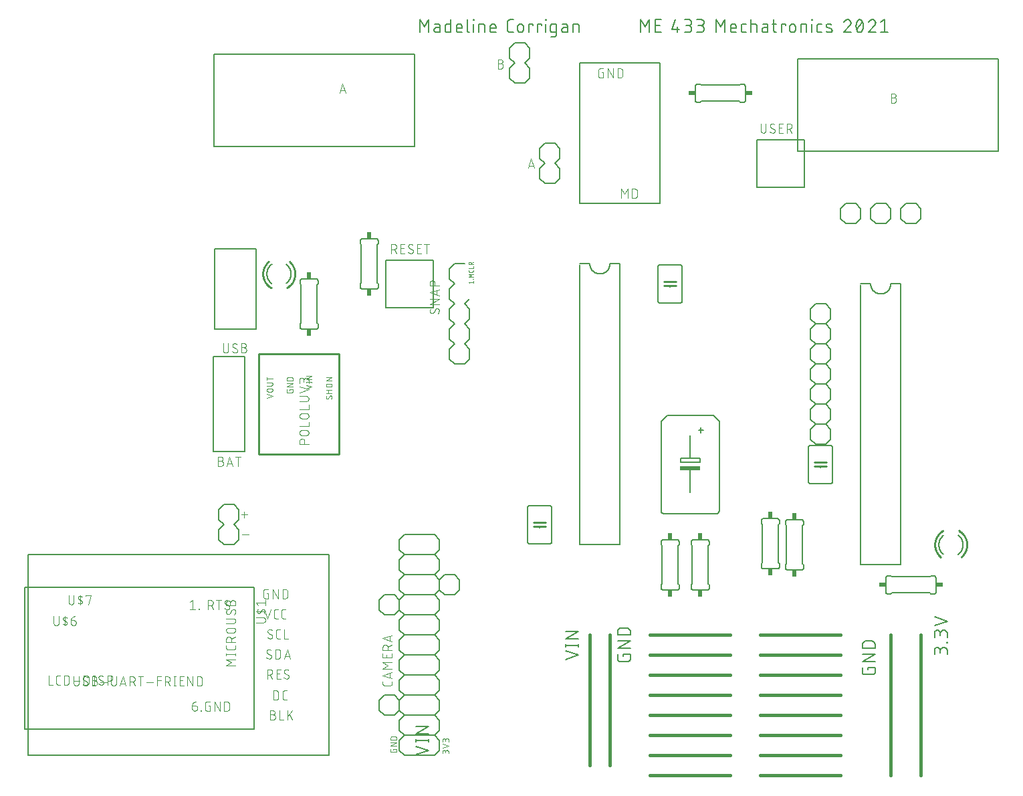
<source format=gto>
G75*
%MOIN*%
%OFA0B0*%
%FSLAX25Y25*%
%IPPOS*%
%LPD*%
%AMOC8*
5,1,8,0,0,1.08239X$1,22.5*
%
%ADD10C,0.00600*%
%ADD11C,0.01600*%
%ADD12C,0.00400*%
%ADD13C,0.00500*%
%ADD14C,0.00800*%
%ADD15C,0.01000*%
%ADD16C,0.00300*%
%ADD17R,0.02400X0.03400*%
%ADD18C,0.00200*%
%ADD19R,0.10000X0.02000*%
%ADD20R,0.03400X0.02400*%
D10*
X0196223Y0022100D02*
X0202623Y0024233D01*
X0196223Y0026367D01*
X0196223Y0028445D02*
X0196223Y0029868D01*
X0196223Y0029157D02*
X0202623Y0029157D01*
X0202623Y0029868D02*
X0202623Y0028445D01*
X0202623Y0032507D02*
X0196223Y0032507D01*
X0202623Y0036063D01*
X0196223Y0036063D01*
X0270723Y0069600D02*
X0277123Y0071733D01*
X0270723Y0073867D01*
X0270723Y0075945D02*
X0270723Y0077368D01*
X0270723Y0076657D02*
X0277123Y0076657D01*
X0277123Y0077368D02*
X0277123Y0075945D01*
X0277123Y0080007D02*
X0270723Y0080007D01*
X0277123Y0083563D01*
X0270723Y0083563D01*
X0296723Y0083506D02*
X0296723Y0081729D01*
X0303123Y0081729D01*
X0303123Y0083506D01*
X0303121Y0083588D01*
X0303115Y0083670D01*
X0303106Y0083752D01*
X0303093Y0083833D01*
X0303076Y0083913D01*
X0303055Y0083993D01*
X0303031Y0084071D01*
X0303003Y0084148D01*
X0302972Y0084224D01*
X0302937Y0084299D01*
X0302898Y0084371D01*
X0302857Y0084442D01*
X0302812Y0084511D01*
X0302764Y0084577D01*
X0302713Y0084642D01*
X0302659Y0084704D01*
X0302602Y0084763D01*
X0302543Y0084820D01*
X0302481Y0084874D01*
X0302416Y0084925D01*
X0302350Y0084973D01*
X0302281Y0085018D01*
X0302210Y0085059D01*
X0302138Y0085098D01*
X0302063Y0085133D01*
X0301987Y0085164D01*
X0301910Y0085192D01*
X0301832Y0085216D01*
X0301752Y0085237D01*
X0301672Y0085254D01*
X0301591Y0085267D01*
X0301509Y0085276D01*
X0301427Y0085282D01*
X0301345Y0085284D01*
X0298501Y0085284D01*
X0298419Y0085282D01*
X0298337Y0085276D01*
X0298255Y0085267D01*
X0298174Y0085254D01*
X0298094Y0085237D01*
X0298014Y0085216D01*
X0297936Y0085192D01*
X0297859Y0085164D01*
X0297783Y0085133D01*
X0297708Y0085098D01*
X0297636Y0085059D01*
X0297565Y0085018D01*
X0297496Y0084973D01*
X0297430Y0084925D01*
X0297365Y0084874D01*
X0297303Y0084820D01*
X0297244Y0084763D01*
X0297187Y0084704D01*
X0297133Y0084642D01*
X0297082Y0084577D01*
X0297034Y0084511D01*
X0296989Y0084442D01*
X0296948Y0084371D01*
X0296909Y0084299D01*
X0296874Y0084224D01*
X0296843Y0084148D01*
X0296815Y0084071D01*
X0296791Y0083993D01*
X0296770Y0083913D01*
X0296753Y0083833D01*
X0296740Y0083752D01*
X0296731Y0083670D01*
X0296725Y0083588D01*
X0296723Y0083506D01*
X0296723Y0078720D02*
X0303123Y0078720D01*
X0296723Y0075164D01*
X0303123Y0075164D01*
X0303123Y0072156D02*
X0303123Y0070022D01*
X0303121Y0069948D01*
X0303115Y0069873D01*
X0303105Y0069800D01*
X0303092Y0069726D01*
X0303075Y0069654D01*
X0303053Y0069583D01*
X0303029Y0069512D01*
X0303000Y0069444D01*
X0302968Y0069376D01*
X0302932Y0069311D01*
X0302894Y0069248D01*
X0302851Y0069186D01*
X0302806Y0069127D01*
X0302758Y0069070D01*
X0302707Y0069016D01*
X0302653Y0068965D01*
X0302596Y0068917D01*
X0302537Y0068872D01*
X0302475Y0068829D01*
X0302412Y0068791D01*
X0302347Y0068755D01*
X0302279Y0068723D01*
X0302211Y0068694D01*
X0302140Y0068670D01*
X0302069Y0068648D01*
X0301997Y0068631D01*
X0301923Y0068618D01*
X0301850Y0068608D01*
X0301775Y0068602D01*
X0301701Y0068600D01*
X0298145Y0068600D01*
X0298071Y0068602D01*
X0297996Y0068608D01*
X0297923Y0068618D01*
X0297849Y0068631D01*
X0297777Y0068648D01*
X0297706Y0068670D01*
X0297635Y0068694D01*
X0297567Y0068723D01*
X0297499Y0068755D01*
X0297434Y0068791D01*
X0297371Y0068829D01*
X0297309Y0068872D01*
X0297250Y0068917D01*
X0297194Y0068965D01*
X0297140Y0069016D01*
X0297088Y0069070D01*
X0297040Y0069127D01*
X0296995Y0069186D01*
X0296952Y0069248D01*
X0296914Y0069311D01*
X0296878Y0069376D01*
X0296846Y0069444D01*
X0296817Y0069512D01*
X0296793Y0069583D01*
X0296771Y0069654D01*
X0296754Y0069726D01*
X0296741Y0069800D01*
X0296731Y0069873D01*
X0296725Y0069948D01*
X0296723Y0070022D01*
X0296723Y0072156D01*
X0299568Y0072156D02*
X0303123Y0072156D01*
X0299568Y0072156D02*
X0299568Y0071089D01*
X0319423Y0104300D02*
X0326423Y0104300D01*
X0326483Y0104302D01*
X0326544Y0104307D01*
X0326603Y0104316D01*
X0326662Y0104329D01*
X0326721Y0104345D01*
X0326778Y0104365D01*
X0326833Y0104388D01*
X0326888Y0104415D01*
X0326940Y0104444D01*
X0326991Y0104477D01*
X0327040Y0104513D01*
X0327086Y0104551D01*
X0327130Y0104593D01*
X0327172Y0104637D01*
X0327210Y0104683D01*
X0327246Y0104732D01*
X0327279Y0104783D01*
X0327308Y0104835D01*
X0327335Y0104890D01*
X0327358Y0104945D01*
X0327378Y0105002D01*
X0327394Y0105061D01*
X0327407Y0105120D01*
X0327416Y0105179D01*
X0327421Y0105240D01*
X0327423Y0105300D01*
X0327423Y0106800D01*
X0326923Y0107300D01*
X0326923Y0126300D01*
X0327423Y0126800D01*
X0327423Y0128300D01*
X0327421Y0128360D01*
X0327416Y0128421D01*
X0327407Y0128480D01*
X0327394Y0128539D01*
X0327378Y0128598D01*
X0327358Y0128655D01*
X0327335Y0128710D01*
X0327308Y0128765D01*
X0327279Y0128817D01*
X0327246Y0128868D01*
X0327210Y0128917D01*
X0327172Y0128963D01*
X0327130Y0129007D01*
X0327086Y0129049D01*
X0327040Y0129087D01*
X0326991Y0129123D01*
X0326940Y0129156D01*
X0326888Y0129185D01*
X0326833Y0129212D01*
X0326778Y0129235D01*
X0326721Y0129255D01*
X0326662Y0129271D01*
X0326603Y0129284D01*
X0326544Y0129293D01*
X0326483Y0129298D01*
X0326423Y0129300D01*
X0319423Y0129300D01*
X0319363Y0129298D01*
X0319302Y0129293D01*
X0319243Y0129284D01*
X0319184Y0129271D01*
X0319125Y0129255D01*
X0319068Y0129235D01*
X0319013Y0129212D01*
X0318958Y0129185D01*
X0318906Y0129156D01*
X0318855Y0129123D01*
X0318806Y0129087D01*
X0318760Y0129049D01*
X0318716Y0129007D01*
X0318674Y0128963D01*
X0318636Y0128917D01*
X0318600Y0128868D01*
X0318567Y0128817D01*
X0318538Y0128765D01*
X0318511Y0128710D01*
X0318488Y0128655D01*
X0318468Y0128598D01*
X0318452Y0128539D01*
X0318439Y0128480D01*
X0318430Y0128421D01*
X0318425Y0128360D01*
X0318423Y0128300D01*
X0318423Y0126800D01*
X0318923Y0126300D01*
X0318923Y0107300D01*
X0318423Y0106800D01*
X0318423Y0105300D01*
X0318425Y0105240D01*
X0318430Y0105179D01*
X0318439Y0105120D01*
X0318452Y0105061D01*
X0318468Y0105002D01*
X0318488Y0104945D01*
X0318511Y0104890D01*
X0318538Y0104835D01*
X0318567Y0104783D01*
X0318600Y0104732D01*
X0318636Y0104683D01*
X0318674Y0104637D01*
X0318716Y0104593D01*
X0318760Y0104551D01*
X0318806Y0104513D01*
X0318855Y0104477D01*
X0318906Y0104444D01*
X0318958Y0104415D01*
X0319013Y0104388D01*
X0319068Y0104365D01*
X0319125Y0104345D01*
X0319184Y0104329D01*
X0319243Y0104316D01*
X0319302Y0104307D01*
X0319363Y0104302D01*
X0319423Y0104300D01*
X0333423Y0105300D02*
X0333423Y0106800D01*
X0333923Y0107300D01*
X0333923Y0126300D01*
X0333423Y0126800D01*
X0333423Y0128300D01*
X0333425Y0128360D01*
X0333430Y0128421D01*
X0333439Y0128480D01*
X0333452Y0128539D01*
X0333468Y0128598D01*
X0333488Y0128655D01*
X0333511Y0128710D01*
X0333538Y0128765D01*
X0333567Y0128817D01*
X0333600Y0128868D01*
X0333636Y0128917D01*
X0333674Y0128963D01*
X0333716Y0129007D01*
X0333760Y0129049D01*
X0333806Y0129087D01*
X0333855Y0129123D01*
X0333906Y0129156D01*
X0333958Y0129185D01*
X0334013Y0129212D01*
X0334068Y0129235D01*
X0334125Y0129255D01*
X0334184Y0129271D01*
X0334243Y0129284D01*
X0334302Y0129293D01*
X0334363Y0129298D01*
X0334423Y0129300D01*
X0341423Y0129300D01*
X0341483Y0129298D01*
X0341544Y0129293D01*
X0341603Y0129284D01*
X0341662Y0129271D01*
X0341721Y0129255D01*
X0341778Y0129235D01*
X0341833Y0129212D01*
X0341888Y0129185D01*
X0341940Y0129156D01*
X0341991Y0129123D01*
X0342040Y0129087D01*
X0342086Y0129049D01*
X0342130Y0129007D01*
X0342172Y0128963D01*
X0342210Y0128917D01*
X0342246Y0128868D01*
X0342279Y0128817D01*
X0342308Y0128765D01*
X0342335Y0128710D01*
X0342358Y0128655D01*
X0342378Y0128598D01*
X0342394Y0128539D01*
X0342407Y0128480D01*
X0342416Y0128421D01*
X0342421Y0128360D01*
X0342423Y0128300D01*
X0342423Y0126800D01*
X0341923Y0126300D01*
X0341923Y0107300D01*
X0342423Y0106800D01*
X0342423Y0105300D01*
X0342421Y0105240D01*
X0342416Y0105179D01*
X0342407Y0105120D01*
X0342394Y0105061D01*
X0342378Y0105002D01*
X0342358Y0104945D01*
X0342335Y0104890D01*
X0342308Y0104835D01*
X0342279Y0104783D01*
X0342246Y0104732D01*
X0342210Y0104683D01*
X0342172Y0104637D01*
X0342130Y0104593D01*
X0342086Y0104551D01*
X0342040Y0104513D01*
X0341991Y0104477D01*
X0341940Y0104444D01*
X0341888Y0104415D01*
X0341833Y0104388D01*
X0341778Y0104365D01*
X0341721Y0104345D01*
X0341662Y0104329D01*
X0341603Y0104316D01*
X0341544Y0104307D01*
X0341483Y0104302D01*
X0341423Y0104300D01*
X0334423Y0104300D01*
X0334363Y0104302D01*
X0334302Y0104307D01*
X0334243Y0104316D01*
X0334184Y0104329D01*
X0334125Y0104345D01*
X0334068Y0104365D01*
X0334013Y0104388D01*
X0333958Y0104415D01*
X0333906Y0104444D01*
X0333855Y0104477D01*
X0333806Y0104513D01*
X0333760Y0104551D01*
X0333716Y0104593D01*
X0333674Y0104637D01*
X0333636Y0104683D01*
X0333600Y0104732D01*
X0333567Y0104783D01*
X0333538Y0104835D01*
X0333511Y0104890D01*
X0333488Y0104945D01*
X0333468Y0105002D01*
X0333452Y0105061D01*
X0333439Y0105120D01*
X0333430Y0105179D01*
X0333425Y0105240D01*
X0333423Y0105300D01*
X0368423Y0115800D02*
X0368423Y0117300D01*
X0368923Y0117800D01*
X0368923Y0136800D01*
X0368423Y0137300D01*
X0368423Y0138800D01*
X0368425Y0138860D01*
X0368430Y0138921D01*
X0368439Y0138980D01*
X0368452Y0139039D01*
X0368468Y0139098D01*
X0368488Y0139155D01*
X0368511Y0139210D01*
X0368538Y0139265D01*
X0368567Y0139317D01*
X0368600Y0139368D01*
X0368636Y0139417D01*
X0368674Y0139463D01*
X0368716Y0139507D01*
X0368760Y0139549D01*
X0368806Y0139587D01*
X0368855Y0139623D01*
X0368906Y0139656D01*
X0368958Y0139685D01*
X0369013Y0139712D01*
X0369068Y0139735D01*
X0369125Y0139755D01*
X0369184Y0139771D01*
X0369243Y0139784D01*
X0369302Y0139793D01*
X0369363Y0139798D01*
X0369423Y0139800D01*
X0376423Y0139800D01*
X0376483Y0139798D01*
X0376544Y0139793D01*
X0376603Y0139784D01*
X0376662Y0139771D01*
X0376721Y0139755D01*
X0376778Y0139735D01*
X0376833Y0139712D01*
X0376888Y0139685D01*
X0376940Y0139656D01*
X0376991Y0139623D01*
X0377040Y0139587D01*
X0377086Y0139549D01*
X0377130Y0139507D01*
X0377172Y0139463D01*
X0377210Y0139417D01*
X0377246Y0139368D01*
X0377279Y0139317D01*
X0377308Y0139265D01*
X0377335Y0139210D01*
X0377358Y0139155D01*
X0377378Y0139098D01*
X0377394Y0139039D01*
X0377407Y0138980D01*
X0377416Y0138921D01*
X0377421Y0138860D01*
X0377423Y0138800D01*
X0377423Y0137300D01*
X0376923Y0136800D01*
X0376923Y0117800D01*
X0377423Y0117300D01*
X0377423Y0115800D01*
X0377421Y0115740D01*
X0377416Y0115679D01*
X0377407Y0115620D01*
X0377394Y0115561D01*
X0377378Y0115502D01*
X0377358Y0115445D01*
X0377335Y0115390D01*
X0377308Y0115335D01*
X0377279Y0115283D01*
X0377246Y0115232D01*
X0377210Y0115183D01*
X0377172Y0115137D01*
X0377130Y0115093D01*
X0377086Y0115051D01*
X0377040Y0115013D01*
X0376991Y0114977D01*
X0376940Y0114944D01*
X0376888Y0114915D01*
X0376833Y0114888D01*
X0376778Y0114865D01*
X0376721Y0114845D01*
X0376662Y0114829D01*
X0376603Y0114816D01*
X0376544Y0114807D01*
X0376483Y0114802D01*
X0376423Y0114800D01*
X0369423Y0114800D01*
X0369363Y0114802D01*
X0369302Y0114807D01*
X0369243Y0114816D01*
X0369184Y0114829D01*
X0369125Y0114845D01*
X0369068Y0114865D01*
X0369013Y0114888D01*
X0368958Y0114915D01*
X0368906Y0114944D01*
X0368855Y0114977D01*
X0368806Y0115013D01*
X0368760Y0115051D01*
X0368716Y0115093D01*
X0368674Y0115137D01*
X0368636Y0115183D01*
X0368600Y0115232D01*
X0368567Y0115283D01*
X0368538Y0115335D01*
X0368511Y0115390D01*
X0368488Y0115445D01*
X0368468Y0115502D01*
X0368452Y0115561D01*
X0368439Y0115620D01*
X0368430Y0115679D01*
X0368425Y0115740D01*
X0368423Y0115800D01*
X0380423Y0115300D02*
X0380423Y0116800D01*
X0380923Y0117300D01*
X0380923Y0136300D01*
X0380423Y0136800D01*
X0380423Y0138300D01*
X0380425Y0138360D01*
X0380430Y0138421D01*
X0380439Y0138480D01*
X0380452Y0138539D01*
X0380468Y0138598D01*
X0380488Y0138655D01*
X0380511Y0138710D01*
X0380538Y0138765D01*
X0380567Y0138817D01*
X0380600Y0138868D01*
X0380636Y0138917D01*
X0380674Y0138963D01*
X0380716Y0139007D01*
X0380760Y0139049D01*
X0380806Y0139087D01*
X0380855Y0139123D01*
X0380906Y0139156D01*
X0380958Y0139185D01*
X0381013Y0139212D01*
X0381068Y0139235D01*
X0381125Y0139255D01*
X0381184Y0139271D01*
X0381243Y0139284D01*
X0381302Y0139293D01*
X0381363Y0139298D01*
X0381423Y0139300D01*
X0388423Y0139300D01*
X0388483Y0139298D01*
X0388544Y0139293D01*
X0388603Y0139284D01*
X0388662Y0139271D01*
X0388721Y0139255D01*
X0388778Y0139235D01*
X0388833Y0139212D01*
X0388888Y0139185D01*
X0388940Y0139156D01*
X0388991Y0139123D01*
X0389040Y0139087D01*
X0389086Y0139049D01*
X0389130Y0139007D01*
X0389172Y0138963D01*
X0389210Y0138917D01*
X0389246Y0138868D01*
X0389279Y0138817D01*
X0389308Y0138765D01*
X0389335Y0138710D01*
X0389358Y0138655D01*
X0389378Y0138598D01*
X0389394Y0138539D01*
X0389407Y0138480D01*
X0389416Y0138421D01*
X0389421Y0138360D01*
X0389423Y0138300D01*
X0389423Y0136800D01*
X0388923Y0136300D01*
X0388923Y0117300D01*
X0389423Y0116800D01*
X0389423Y0115300D01*
X0389421Y0115240D01*
X0389416Y0115179D01*
X0389407Y0115120D01*
X0389394Y0115061D01*
X0389378Y0115002D01*
X0389358Y0114945D01*
X0389335Y0114890D01*
X0389308Y0114835D01*
X0389279Y0114783D01*
X0389246Y0114732D01*
X0389210Y0114683D01*
X0389172Y0114637D01*
X0389130Y0114593D01*
X0389086Y0114551D01*
X0389040Y0114513D01*
X0388991Y0114477D01*
X0388940Y0114444D01*
X0388888Y0114415D01*
X0388833Y0114388D01*
X0388778Y0114365D01*
X0388721Y0114345D01*
X0388662Y0114329D01*
X0388603Y0114316D01*
X0388544Y0114307D01*
X0388483Y0114302D01*
X0388423Y0114300D01*
X0381423Y0114300D01*
X0381363Y0114302D01*
X0381302Y0114307D01*
X0381243Y0114316D01*
X0381184Y0114329D01*
X0381125Y0114345D01*
X0381068Y0114365D01*
X0381013Y0114388D01*
X0380958Y0114415D01*
X0380906Y0114444D01*
X0380855Y0114477D01*
X0380806Y0114513D01*
X0380760Y0114551D01*
X0380716Y0114593D01*
X0380674Y0114637D01*
X0380636Y0114683D01*
X0380600Y0114732D01*
X0380567Y0114783D01*
X0380538Y0114835D01*
X0380511Y0114890D01*
X0380488Y0114945D01*
X0380468Y0115002D01*
X0380452Y0115061D01*
X0380439Y0115120D01*
X0380430Y0115179D01*
X0380425Y0115240D01*
X0380423Y0115300D01*
X0417923Y0116800D02*
X0417923Y0256300D01*
X0417923Y0256800D02*
X0422923Y0256800D01*
X0422925Y0256660D01*
X0422931Y0256520D01*
X0422941Y0256380D01*
X0422954Y0256240D01*
X0422972Y0256101D01*
X0422994Y0255962D01*
X0423019Y0255825D01*
X0423048Y0255687D01*
X0423081Y0255551D01*
X0423118Y0255416D01*
X0423159Y0255282D01*
X0423204Y0255149D01*
X0423252Y0255017D01*
X0423304Y0254887D01*
X0423359Y0254758D01*
X0423418Y0254631D01*
X0423481Y0254505D01*
X0423547Y0254381D01*
X0423616Y0254260D01*
X0423689Y0254140D01*
X0423766Y0254022D01*
X0423845Y0253907D01*
X0423928Y0253793D01*
X0424014Y0253683D01*
X0424103Y0253574D01*
X0424195Y0253468D01*
X0424290Y0253365D01*
X0424387Y0253264D01*
X0424488Y0253167D01*
X0424591Y0253072D01*
X0424697Y0252980D01*
X0424806Y0252891D01*
X0424916Y0252805D01*
X0425030Y0252722D01*
X0425145Y0252643D01*
X0425263Y0252566D01*
X0425383Y0252493D01*
X0425504Y0252424D01*
X0425628Y0252358D01*
X0425754Y0252295D01*
X0425881Y0252236D01*
X0426010Y0252181D01*
X0426140Y0252129D01*
X0426272Y0252081D01*
X0426405Y0252036D01*
X0426539Y0251995D01*
X0426674Y0251958D01*
X0426810Y0251925D01*
X0426948Y0251896D01*
X0427085Y0251871D01*
X0427224Y0251849D01*
X0427363Y0251831D01*
X0427503Y0251818D01*
X0427643Y0251808D01*
X0427783Y0251802D01*
X0427923Y0251800D01*
X0428063Y0251802D01*
X0428203Y0251808D01*
X0428343Y0251818D01*
X0428483Y0251831D01*
X0428622Y0251849D01*
X0428761Y0251871D01*
X0428898Y0251896D01*
X0429036Y0251925D01*
X0429172Y0251958D01*
X0429307Y0251995D01*
X0429441Y0252036D01*
X0429574Y0252081D01*
X0429706Y0252129D01*
X0429836Y0252181D01*
X0429965Y0252236D01*
X0430092Y0252295D01*
X0430218Y0252358D01*
X0430342Y0252424D01*
X0430463Y0252493D01*
X0430583Y0252566D01*
X0430701Y0252643D01*
X0430816Y0252722D01*
X0430930Y0252805D01*
X0431040Y0252891D01*
X0431149Y0252980D01*
X0431255Y0253072D01*
X0431358Y0253167D01*
X0431459Y0253264D01*
X0431556Y0253365D01*
X0431651Y0253468D01*
X0431743Y0253574D01*
X0431832Y0253683D01*
X0431918Y0253793D01*
X0432001Y0253907D01*
X0432080Y0254022D01*
X0432157Y0254140D01*
X0432230Y0254260D01*
X0432299Y0254381D01*
X0432365Y0254505D01*
X0432428Y0254631D01*
X0432487Y0254758D01*
X0432542Y0254887D01*
X0432594Y0255017D01*
X0432642Y0255149D01*
X0432687Y0255282D01*
X0432728Y0255416D01*
X0432765Y0255551D01*
X0432798Y0255687D01*
X0432827Y0255825D01*
X0432852Y0255962D01*
X0432874Y0256101D01*
X0432892Y0256240D01*
X0432905Y0256380D01*
X0432915Y0256520D01*
X0432921Y0256660D01*
X0432923Y0256800D01*
X0437923Y0256800D01*
X0437923Y0116800D01*
X0417923Y0116800D01*
X0430423Y0110300D02*
X0430423Y0103300D01*
X0430425Y0103240D01*
X0430430Y0103179D01*
X0430439Y0103120D01*
X0430452Y0103061D01*
X0430468Y0103002D01*
X0430488Y0102945D01*
X0430511Y0102890D01*
X0430538Y0102835D01*
X0430567Y0102783D01*
X0430600Y0102732D01*
X0430636Y0102683D01*
X0430674Y0102637D01*
X0430716Y0102593D01*
X0430760Y0102551D01*
X0430806Y0102513D01*
X0430855Y0102477D01*
X0430906Y0102444D01*
X0430958Y0102415D01*
X0431013Y0102388D01*
X0431068Y0102365D01*
X0431125Y0102345D01*
X0431184Y0102329D01*
X0431243Y0102316D01*
X0431302Y0102307D01*
X0431363Y0102302D01*
X0431423Y0102300D01*
X0432923Y0102300D01*
X0433423Y0102800D01*
X0452423Y0102800D01*
X0452923Y0102300D01*
X0454423Y0102300D01*
X0454483Y0102302D01*
X0454544Y0102307D01*
X0454603Y0102316D01*
X0454662Y0102329D01*
X0454721Y0102345D01*
X0454778Y0102365D01*
X0454833Y0102388D01*
X0454888Y0102415D01*
X0454940Y0102444D01*
X0454991Y0102477D01*
X0455040Y0102513D01*
X0455086Y0102551D01*
X0455130Y0102593D01*
X0455172Y0102637D01*
X0455210Y0102683D01*
X0455246Y0102732D01*
X0455279Y0102783D01*
X0455308Y0102835D01*
X0455335Y0102890D01*
X0455358Y0102945D01*
X0455378Y0103002D01*
X0455394Y0103061D01*
X0455407Y0103120D01*
X0455416Y0103179D01*
X0455421Y0103240D01*
X0455423Y0103300D01*
X0455423Y0110300D01*
X0455421Y0110360D01*
X0455416Y0110421D01*
X0455407Y0110480D01*
X0455394Y0110539D01*
X0455378Y0110598D01*
X0455358Y0110655D01*
X0455335Y0110710D01*
X0455308Y0110765D01*
X0455279Y0110817D01*
X0455246Y0110868D01*
X0455210Y0110917D01*
X0455172Y0110963D01*
X0455130Y0111007D01*
X0455086Y0111049D01*
X0455040Y0111087D01*
X0454991Y0111123D01*
X0454940Y0111156D01*
X0454888Y0111185D01*
X0454833Y0111212D01*
X0454778Y0111235D01*
X0454721Y0111255D01*
X0454662Y0111271D01*
X0454603Y0111284D01*
X0454544Y0111293D01*
X0454483Y0111298D01*
X0454423Y0111300D01*
X0452923Y0111300D01*
X0452423Y0110800D01*
X0433423Y0110800D01*
X0432923Y0111300D01*
X0431423Y0111300D01*
X0431363Y0111298D01*
X0431302Y0111293D01*
X0431243Y0111284D01*
X0431184Y0111271D01*
X0431125Y0111255D01*
X0431068Y0111235D01*
X0431013Y0111212D01*
X0430958Y0111185D01*
X0430906Y0111156D01*
X0430855Y0111123D01*
X0430806Y0111087D01*
X0430760Y0111049D01*
X0430716Y0111007D01*
X0430674Y0110963D01*
X0430636Y0110917D01*
X0430600Y0110868D01*
X0430567Y0110817D01*
X0430538Y0110765D01*
X0430511Y0110710D01*
X0430488Y0110655D01*
X0430468Y0110598D01*
X0430452Y0110539D01*
X0430439Y0110480D01*
X0430430Y0110421D01*
X0430425Y0110360D01*
X0430423Y0110300D01*
X0454723Y0090781D02*
X0461123Y0088647D01*
X0454723Y0086514D01*
X0454723Y0082849D02*
X0454723Y0080716D01*
X0454723Y0082849D02*
X0454725Y0082923D01*
X0454731Y0082998D01*
X0454741Y0083071D01*
X0454754Y0083145D01*
X0454771Y0083217D01*
X0454793Y0083288D01*
X0454817Y0083359D01*
X0454846Y0083427D01*
X0454878Y0083495D01*
X0454914Y0083560D01*
X0454952Y0083623D01*
X0454995Y0083685D01*
X0455040Y0083744D01*
X0455088Y0083801D01*
X0455139Y0083855D01*
X0455193Y0083906D01*
X0455250Y0083954D01*
X0455309Y0083999D01*
X0455371Y0084042D01*
X0455434Y0084080D01*
X0455499Y0084116D01*
X0455567Y0084148D01*
X0455635Y0084177D01*
X0455706Y0084201D01*
X0455777Y0084223D01*
X0455849Y0084240D01*
X0455923Y0084253D01*
X0455996Y0084263D01*
X0456071Y0084269D01*
X0456145Y0084271D01*
X0456219Y0084269D01*
X0456294Y0084263D01*
X0456367Y0084253D01*
X0456441Y0084240D01*
X0456513Y0084223D01*
X0456584Y0084201D01*
X0456655Y0084177D01*
X0456723Y0084148D01*
X0456791Y0084116D01*
X0456856Y0084080D01*
X0456919Y0084042D01*
X0456981Y0083999D01*
X0457040Y0083954D01*
X0457097Y0083906D01*
X0457151Y0083855D01*
X0457202Y0083801D01*
X0457250Y0083744D01*
X0457295Y0083685D01*
X0457338Y0083623D01*
X0457376Y0083560D01*
X0457412Y0083495D01*
X0457444Y0083427D01*
X0457473Y0083359D01*
X0457497Y0083288D01*
X0457519Y0083217D01*
X0457536Y0083145D01*
X0457549Y0083071D01*
X0457559Y0082998D01*
X0457565Y0082923D01*
X0457567Y0082849D01*
X0457568Y0082849D02*
X0457568Y0081427D01*
X0457567Y0082493D02*
X0457569Y0082576D01*
X0457575Y0082659D01*
X0457585Y0082742D01*
X0457598Y0082825D01*
X0457616Y0082906D01*
X0457637Y0082987D01*
X0457662Y0083066D01*
X0457691Y0083144D01*
X0457723Y0083221D01*
X0457759Y0083296D01*
X0457798Y0083370D01*
X0457841Y0083441D01*
X0457887Y0083511D01*
X0457937Y0083578D01*
X0457989Y0083643D01*
X0458044Y0083705D01*
X0458103Y0083765D01*
X0458164Y0083822D01*
X0458227Y0083876D01*
X0458293Y0083927D01*
X0458362Y0083974D01*
X0458432Y0084019D01*
X0458505Y0084060D01*
X0458579Y0084097D01*
X0458655Y0084132D01*
X0458733Y0084162D01*
X0458811Y0084189D01*
X0458892Y0084212D01*
X0458973Y0084232D01*
X0459055Y0084247D01*
X0459137Y0084259D01*
X0459220Y0084267D01*
X0459303Y0084271D01*
X0459387Y0084271D01*
X0459470Y0084267D01*
X0459553Y0084259D01*
X0459635Y0084247D01*
X0459717Y0084232D01*
X0459798Y0084212D01*
X0459879Y0084189D01*
X0459957Y0084162D01*
X0460035Y0084132D01*
X0460111Y0084097D01*
X0460185Y0084060D01*
X0460258Y0084019D01*
X0460328Y0083974D01*
X0460397Y0083927D01*
X0460463Y0083876D01*
X0460526Y0083822D01*
X0460587Y0083765D01*
X0460646Y0083705D01*
X0460701Y0083643D01*
X0460753Y0083578D01*
X0460803Y0083511D01*
X0460849Y0083441D01*
X0460892Y0083370D01*
X0460931Y0083296D01*
X0460967Y0083221D01*
X0460999Y0083144D01*
X0461028Y0083066D01*
X0461053Y0082987D01*
X0461074Y0082906D01*
X0461092Y0082825D01*
X0461105Y0082742D01*
X0461115Y0082659D01*
X0461121Y0082576D01*
X0461123Y0082493D01*
X0461123Y0080716D01*
X0461123Y0078363D02*
X0461123Y0078008D01*
X0460768Y0078008D01*
X0460768Y0078363D01*
X0461123Y0078363D01*
X0461123Y0073878D02*
X0461123Y0072100D01*
X0461123Y0073878D02*
X0461121Y0073961D01*
X0461115Y0074044D01*
X0461105Y0074127D01*
X0461092Y0074210D01*
X0461074Y0074291D01*
X0461053Y0074372D01*
X0461028Y0074451D01*
X0460999Y0074529D01*
X0460967Y0074606D01*
X0460931Y0074681D01*
X0460892Y0074755D01*
X0460849Y0074826D01*
X0460803Y0074896D01*
X0460753Y0074963D01*
X0460701Y0075028D01*
X0460646Y0075090D01*
X0460587Y0075150D01*
X0460526Y0075207D01*
X0460463Y0075261D01*
X0460397Y0075312D01*
X0460328Y0075359D01*
X0460258Y0075404D01*
X0460185Y0075445D01*
X0460111Y0075482D01*
X0460035Y0075517D01*
X0459957Y0075547D01*
X0459879Y0075574D01*
X0459798Y0075597D01*
X0459717Y0075617D01*
X0459635Y0075632D01*
X0459553Y0075644D01*
X0459470Y0075652D01*
X0459387Y0075656D01*
X0459303Y0075656D01*
X0459220Y0075652D01*
X0459137Y0075644D01*
X0459055Y0075632D01*
X0458973Y0075617D01*
X0458892Y0075597D01*
X0458811Y0075574D01*
X0458733Y0075547D01*
X0458655Y0075517D01*
X0458579Y0075482D01*
X0458505Y0075445D01*
X0458432Y0075404D01*
X0458362Y0075359D01*
X0458293Y0075312D01*
X0458227Y0075261D01*
X0458164Y0075207D01*
X0458103Y0075150D01*
X0458044Y0075090D01*
X0457989Y0075028D01*
X0457937Y0074963D01*
X0457887Y0074896D01*
X0457841Y0074826D01*
X0457798Y0074755D01*
X0457759Y0074681D01*
X0457723Y0074606D01*
X0457691Y0074529D01*
X0457662Y0074451D01*
X0457637Y0074372D01*
X0457616Y0074291D01*
X0457598Y0074210D01*
X0457585Y0074127D01*
X0457575Y0074044D01*
X0457569Y0073961D01*
X0457567Y0073878D01*
X0457568Y0074233D02*
X0457568Y0072811D01*
X0457567Y0074233D02*
X0457565Y0074307D01*
X0457559Y0074382D01*
X0457549Y0074455D01*
X0457536Y0074529D01*
X0457519Y0074601D01*
X0457497Y0074672D01*
X0457473Y0074743D01*
X0457444Y0074811D01*
X0457412Y0074879D01*
X0457376Y0074944D01*
X0457338Y0075007D01*
X0457295Y0075069D01*
X0457250Y0075128D01*
X0457202Y0075185D01*
X0457151Y0075239D01*
X0457097Y0075290D01*
X0457040Y0075338D01*
X0456981Y0075383D01*
X0456919Y0075426D01*
X0456856Y0075464D01*
X0456791Y0075500D01*
X0456723Y0075532D01*
X0456655Y0075561D01*
X0456584Y0075585D01*
X0456513Y0075607D01*
X0456441Y0075624D01*
X0456367Y0075637D01*
X0456294Y0075647D01*
X0456219Y0075653D01*
X0456145Y0075655D01*
X0456071Y0075653D01*
X0455996Y0075647D01*
X0455923Y0075637D01*
X0455849Y0075624D01*
X0455777Y0075607D01*
X0455706Y0075585D01*
X0455635Y0075561D01*
X0455567Y0075532D01*
X0455499Y0075500D01*
X0455434Y0075464D01*
X0455371Y0075426D01*
X0455309Y0075383D01*
X0455250Y0075338D01*
X0455193Y0075290D01*
X0455139Y0075239D01*
X0455088Y0075185D01*
X0455040Y0075128D01*
X0454995Y0075069D01*
X0454952Y0075007D01*
X0454914Y0074944D01*
X0454878Y0074879D01*
X0454846Y0074811D01*
X0454817Y0074743D01*
X0454793Y0074672D01*
X0454771Y0074601D01*
X0454754Y0074529D01*
X0454741Y0074455D01*
X0454731Y0074382D01*
X0454725Y0074307D01*
X0454723Y0074233D01*
X0454723Y0072100D01*
X0425123Y0072220D02*
X0418723Y0072220D01*
X0418723Y0075229D02*
X0418723Y0077006D01*
X0418723Y0075229D02*
X0425123Y0075229D01*
X0425123Y0077006D01*
X0425121Y0077088D01*
X0425115Y0077170D01*
X0425106Y0077252D01*
X0425093Y0077333D01*
X0425076Y0077413D01*
X0425055Y0077493D01*
X0425031Y0077571D01*
X0425003Y0077648D01*
X0424972Y0077724D01*
X0424937Y0077799D01*
X0424898Y0077871D01*
X0424857Y0077942D01*
X0424812Y0078011D01*
X0424764Y0078077D01*
X0424713Y0078142D01*
X0424659Y0078204D01*
X0424602Y0078263D01*
X0424543Y0078320D01*
X0424481Y0078374D01*
X0424416Y0078425D01*
X0424350Y0078473D01*
X0424281Y0078518D01*
X0424210Y0078559D01*
X0424138Y0078598D01*
X0424063Y0078633D01*
X0423987Y0078664D01*
X0423910Y0078692D01*
X0423832Y0078716D01*
X0423752Y0078737D01*
X0423672Y0078754D01*
X0423591Y0078767D01*
X0423509Y0078776D01*
X0423427Y0078782D01*
X0423345Y0078784D01*
X0420501Y0078784D01*
X0420419Y0078782D01*
X0420337Y0078776D01*
X0420255Y0078767D01*
X0420174Y0078754D01*
X0420094Y0078737D01*
X0420014Y0078716D01*
X0419936Y0078692D01*
X0419859Y0078664D01*
X0419783Y0078633D01*
X0419708Y0078598D01*
X0419636Y0078559D01*
X0419565Y0078518D01*
X0419496Y0078473D01*
X0419430Y0078425D01*
X0419365Y0078374D01*
X0419303Y0078320D01*
X0419244Y0078263D01*
X0419187Y0078204D01*
X0419133Y0078142D01*
X0419082Y0078077D01*
X0419034Y0078011D01*
X0418989Y0077942D01*
X0418948Y0077871D01*
X0418909Y0077799D01*
X0418874Y0077724D01*
X0418843Y0077648D01*
X0418815Y0077571D01*
X0418791Y0077493D01*
X0418770Y0077413D01*
X0418753Y0077333D01*
X0418740Y0077252D01*
X0418731Y0077170D01*
X0418725Y0077088D01*
X0418723Y0077006D01*
X0425123Y0072220D02*
X0418723Y0068664D01*
X0425123Y0068664D01*
X0425123Y0065656D02*
X0421568Y0065656D01*
X0421568Y0064589D01*
X0420145Y0062100D02*
X0420071Y0062102D01*
X0419996Y0062108D01*
X0419923Y0062118D01*
X0419849Y0062131D01*
X0419777Y0062148D01*
X0419706Y0062170D01*
X0419635Y0062194D01*
X0419567Y0062223D01*
X0419499Y0062255D01*
X0419434Y0062291D01*
X0419371Y0062329D01*
X0419309Y0062372D01*
X0419250Y0062417D01*
X0419194Y0062465D01*
X0419140Y0062516D01*
X0419088Y0062570D01*
X0419040Y0062627D01*
X0418995Y0062686D01*
X0418952Y0062748D01*
X0418914Y0062811D01*
X0418878Y0062876D01*
X0418846Y0062944D01*
X0418817Y0063012D01*
X0418793Y0063083D01*
X0418771Y0063154D01*
X0418754Y0063226D01*
X0418741Y0063300D01*
X0418731Y0063373D01*
X0418725Y0063448D01*
X0418723Y0063522D01*
X0418723Y0065656D01*
X0420145Y0062100D02*
X0423701Y0062100D01*
X0423775Y0062102D01*
X0423850Y0062108D01*
X0423923Y0062118D01*
X0423997Y0062131D01*
X0424069Y0062148D01*
X0424140Y0062170D01*
X0424211Y0062194D01*
X0424279Y0062223D01*
X0424347Y0062255D01*
X0424412Y0062291D01*
X0424475Y0062329D01*
X0424537Y0062372D01*
X0424596Y0062417D01*
X0424653Y0062465D01*
X0424707Y0062516D01*
X0424758Y0062570D01*
X0424806Y0062627D01*
X0424851Y0062686D01*
X0424894Y0062748D01*
X0424932Y0062811D01*
X0424968Y0062876D01*
X0425000Y0062944D01*
X0425029Y0063012D01*
X0425053Y0063083D01*
X0425075Y0063154D01*
X0425092Y0063226D01*
X0425105Y0063300D01*
X0425115Y0063373D01*
X0425121Y0063448D01*
X0425123Y0063522D01*
X0425123Y0065656D01*
X0456923Y0126800D02*
X0456925Y0126952D01*
X0456931Y0127103D01*
X0456940Y0127254D01*
X0456954Y0127406D01*
X0456971Y0127556D01*
X0456992Y0127706D01*
X0457017Y0127856D01*
X0457045Y0128005D01*
X0457078Y0128153D01*
X0457114Y0128300D01*
X0457153Y0128447D01*
X0457197Y0128592D01*
X0457244Y0128736D01*
X0457295Y0128879D01*
X0457349Y0129020D01*
X0457407Y0129161D01*
X0457468Y0129299D01*
X0457533Y0129436D01*
X0457602Y0129572D01*
X0457673Y0129705D01*
X0457748Y0129837D01*
X0457827Y0129967D01*
X0457908Y0130094D01*
X0457993Y0130220D01*
X0458081Y0130344D01*
X0458172Y0130465D01*
X0458266Y0130584D01*
X0458364Y0130700D01*
X0458464Y0130814D01*
X0458566Y0130926D01*
X0458672Y0131034D01*
X0458780Y0131140D01*
X0458891Y0131244D01*
X0459005Y0131344D01*
X0459121Y0131442D01*
X0459240Y0131536D01*
X0468923Y0126800D02*
X0468921Y0126646D01*
X0468915Y0126492D01*
X0468905Y0126338D01*
X0468891Y0126184D01*
X0468874Y0126031D01*
X0468852Y0125879D01*
X0468826Y0125727D01*
X0468797Y0125575D01*
X0468763Y0125425D01*
X0468726Y0125275D01*
X0468685Y0125127D01*
X0468640Y0124979D01*
X0468591Y0124833D01*
X0468539Y0124688D01*
X0468483Y0124545D01*
X0468423Y0124402D01*
X0468360Y0124262D01*
X0468293Y0124123D01*
X0468222Y0123986D01*
X0468148Y0123851D01*
X0468071Y0123718D01*
X0467990Y0123586D01*
X0467906Y0123457D01*
X0467818Y0123330D01*
X0467727Y0123206D01*
X0467634Y0123084D01*
X0467536Y0122964D01*
X0467436Y0122847D01*
X0467333Y0122732D01*
X0467227Y0122620D01*
X0467119Y0122511D01*
X0467007Y0122405D01*
X0466893Y0122301D01*
X0466776Y0122201D01*
X0466657Y0122103D01*
X0466535Y0122009D01*
X0466410Y0121918D01*
X0468923Y0126800D02*
X0468921Y0126950D01*
X0468915Y0127101D01*
X0468906Y0127251D01*
X0468893Y0127400D01*
X0468876Y0127550D01*
X0468855Y0127699D01*
X0468831Y0127847D01*
X0468803Y0127995D01*
X0468771Y0128142D01*
X0468736Y0128288D01*
X0468696Y0128433D01*
X0468654Y0128577D01*
X0468607Y0128720D01*
X0468557Y0128862D01*
X0468504Y0129003D01*
X0468447Y0129142D01*
X0468387Y0129280D01*
X0468323Y0129416D01*
X0468256Y0129550D01*
X0468185Y0129683D01*
X0468111Y0129814D01*
X0468034Y0129943D01*
X0467953Y0130070D01*
X0467870Y0130195D01*
X0467783Y0130318D01*
X0467694Y0130439D01*
X0467601Y0130557D01*
X0467505Y0130673D01*
X0467407Y0130787D01*
X0467306Y0130898D01*
X0467201Y0131007D01*
X0467095Y0131112D01*
X0466985Y0131216D01*
X0466873Y0131316D01*
X0466759Y0131414D01*
X0466642Y0131508D01*
X0466523Y0131600D01*
X0456923Y0126800D02*
X0456925Y0126648D01*
X0456931Y0126497D01*
X0456940Y0126346D01*
X0456954Y0126194D01*
X0456971Y0126044D01*
X0456992Y0125894D01*
X0457017Y0125744D01*
X0457045Y0125595D01*
X0457078Y0125447D01*
X0457114Y0125300D01*
X0457153Y0125153D01*
X0457197Y0125008D01*
X0457244Y0124864D01*
X0457295Y0124721D01*
X0457349Y0124580D01*
X0457407Y0124439D01*
X0457468Y0124301D01*
X0457533Y0124164D01*
X0457602Y0124028D01*
X0457673Y0123895D01*
X0457748Y0123763D01*
X0457827Y0123633D01*
X0457908Y0123506D01*
X0457993Y0123380D01*
X0458081Y0123256D01*
X0458172Y0123135D01*
X0458266Y0123016D01*
X0458364Y0122900D01*
X0458464Y0122786D01*
X0458566Y0122674D01*
X0458672Y0122566D01*
X0458780Y0122460D01*
X0458891Y0122356D01*
X0459005Y0122256D01*
X0459121Y0122158D01*
X0459240Y0122064D01*
X0403923Y0158300D02*
X0403923Y0175300D01*
X0403921Y0175360D01*
X0403916Y0175421D01*
X0403907Y0175480D01*
X0403894Y0175539D01*
X0403878Y0175598D01*
X0403858Y0175655D01*
X0403835Y0175710D01*
X0403808Y0175765D01*
X0403779Y0175817D01*
X0403746Y0175868D01*
X0403710Y0175917D01*
X0403672Y0175963D01*
X0403630Y0176007D01*
X0403586Y0176049D01*
X0403540Y0176087D01*
X0403491Y0176123D01*
X0403440Y0176156D01*
X0403388Y0176185D01*
X0403333Y0176212D01*
X0403278Y0176235D01*
X0403221Y0176255D01*
X0403162Y0176271D01*
X0403103Y0176284D01*
X0403044Y0176293D01*
X0402983Y0176298D01*
X0402923Y0176300D01*
X0392923Y0176300D01*
X0392863Y0176298D01*
X0392802Y0176293D01*
X0392743Y0176284D01*
X0392684Y0176271D01*
X0392625Y0176255D01*
X0392568Y0176235D01*
X0392513Y0176212D01*
X0392458Y0176185D01*
X0392406Y0176156D01*
X0392355Y0176123D01*
X0392306Y0176087D01*
X0392260Y0176049D01*
X0392216Y0176007D01*
X0392174Y0175963D01*
X0392136Y0175917D01*
X0392100Y0175868D01*
X0392067Y0175817D01*
X0392038Y0175765D01*
X0392011Y0175710D01*
X0391988Y0175655D01*
X0391968Y0175598D01*
X0391952Y0175539D01*
X0391939Y0175480D01*
X0391930Y0175421D01*
X0391925Y0175360D01*
X0391923Y0175300D01*
X0391923Y0158300D01*
X0391925Y0158240D01*
X0391930Y0158179D01*
X0391939Y0158120D01*
X0391952Y0158061D01*
X0391968Y0158002D01*
X0391988Y0157945D01*
X0392011Y0157890D01*
X0392038Y0157835D01*
X0392067Y0157783D01*
X0392100Y0157732D01*
X0392136Y0157683D01*
X0392174Y0157637D01*
X0392216Y0157593D01*
X0392260Y0157551D01*
X0392306Y0157513D01*
X0392355Y0157477D01*
X0392406Y0157444D01*
X0392458Y0157415D01*
X0392513Y0157388D01*
X0392568Y0157365D01*
X0392625Y0157345D01*
X0392684Y0157329D01*
X0392743Y0157316D01*
X0392802Y0157307D01*
X0392863Y0157302D01*
X0392923Y0157300D01*
X0402923Y0157300D01*
X0402983Y0157302D01*
X0403044Y0157307D01*
X0403103Y0157316D01*
X0403162Y0157329D01*
X0403221Y0157345D01*
X0403278Y0157365D01*
X0403333Y0157388D01*
X0403388Y0157415D01*
X0403440Y0157444D01*
X0403491Y0157477D01*
X0403540Y0157513D01*
X0403586Y0157551D01*
X0403630Y0157593D01*
X0403672Y0157637D01*
X0403710Y0157683D01*
X0403746Y0157732D01*
X0403779Y0157783D01*
X0403808Y0157835D01*
X0403835Y0157890D01*
X0403858Y0157945D01*
X0403878Y0158002D01*
X0403894Y0158061D01*
X0403907Y0158120D01*
X0403916Y0158179D01*
X0403921Y0158240D01*
X0403923Y0158300D01*
X0397923Y0165300D02*
X0397923Y0165800D01*
X0397923Y0167800D02*
X0397923Y0168300D01*
X0347423Y0188300D02*
X0347423Y0143800D01*
X0347421Y0143724D01*
X0347415Y0143648D01*
X0347406Y0143573D01*
X0347392Y0143498D01*
X0347375Y0143424D01*
X0347354Y0143351D01*
X0347330Y0143279D01*
X0347301Y0143208D01*
X0347270Y0143139D01*
X0347235Y0143072D01*
X0347196Y0143007D01*
X0347154Y0142943D01*
X0347109Y0142882D01*
X0347061Y0142823D01*
X0347010Y0142767D01*
X0346956Y0142713D01*
X0346900Y0142662D01*
X0346841Y0142614D01*
X0346780Y0142569D01*
X0346716Y0142527D01*
X0346651Y0142488D01*
X0346584Y0142453D01*
X0346515Y0142422D01*
X0346444Y0142393D01*
X0346372Y0142369D01*
X0346299Y0142348D01*
X0346225Y0142331D01*
X0346150Y0142317D01*
X0346075Y0142308D01*
X0345999Y0142302D01*
X0345923Y0142300D01*
X0319923Y0142300D01*
X0319847Y0142302D01*
X0319771Y0142308D01*
X0319696Y0142317D01*
X0319621Y0142331D01*
X0319547Y0142348D01*
X0319474Y0142369D01*
X0319402Y0142393D01*
X0319331Y0142422D01*
X0319262Y0142453D01*
X0319195Y0142488D01*
X0319130Y0142527D01*
X0319066Y0142569D01*
X0319005Y0142614D01*
X0318946Y0142662D01*
X0318890Y0142713D01*
X0318836Y0142767D01*
X0318785Y0142823D01*
X0318737Y0142882D01*
X0318692Y0142943D01*
X0318650Y0143007D01*
X0318611Y0143072D01*
X0318576Y0143139D01*
X0318545Y0143208D01*
X0318516Y0143279D01*
X0318492Y0143351D01*
X0318471Y0143424D01*
X0318454Y0143498D01*
X0318440Y0143573D01*
X0318431Y0143648D01*
X0318425Y0143724D01*
X0318423Y0143800D01*
X0318423Y0188300D01*
X0321423Y0191300D01*
X0344423Y0191300D01*
X0347423Y0188300D01*
X0339523Y0183800D02*
X0337023Y0183800D01*
X0338323Y0182500D02*
X0338323Y0185100D01*
X0332923Y0181300D02*
X0332923Y0169800D01*
X0337723Y0169800D01*
X0337723Y0167800D01*
X0328123Y0167800D01*
X0328123Y0169800D01*
X0332923Y0169800D01*
X0332923Y0164300D02*
X0332923Y0152800D01*
X0297923Y0126800D02*
X0297923Y0266800D01*
X0292923Y0266800D01*
X0292921Y0266660D01*
X0292915Y0266520D01*
X0292905Y0266380D01*
X0292892Y0266240D01*
X0292874Y0266101D01*
X0292852Y0265962D01*
X0292827Y0265825D01*
X0292798Y0265687D01*
X0292765Y0265551D01*
X0292728Y0265416D01*
X0292687Y0265282D01*
X0292642Y0265149D01*
X0292594Y0265017D01*
X0292542Y0264887D01*
X0292487Y0264758D01*
X0292428Y0264631D01*
X0292365Y0264505D01*
X0292299Y0264381D01*
X0292230Y0264260D01*
X0292157Y0264140D01*
X0292080Y0264022D01*
X0292001Y0263907D01*
X0291918Y0263793D01*
X0291832Y0263683D01*
X0291743Y0263574D01*
X0291651Y0263468D01*
X0291556Y0263365D01*
X0291459Y0263264D01*
X0291358Y0263167D01*
X0291255Y0263072D01*
X0291149Y0262980D01*
X0291040Y0262891D01*
X0290930Y0262805D01*
X0290816Y0262722D01*
X0290701Y0262643D01*
X0290583Y0262566D01*
X0290463Y0262493D01*
X0290342Y0262424D01*
X0290218Y0262358D01*
X0290092Y0262295D01*
X0289965Y0262236D01*
X0289836Y0262181D01*
X0289706Y0262129D01*
X0289574Y0262081D01*
X0289441Y0262036D01*
X0289307Y0261995D01*
X0289172Y0261958D01*
X0289036Y0261925D01*
X0288898Y0261896D01*
X0288761Y0261871D01*
X0288622Y0261849D01*
X0288483Y0261831D01*
X0288343Y0261818D01*
X0288203Y0261808D01*
X0288063Y0261802D01*
X0287923Y0261800D01*
X0287783Y0261802D01*
X0287643Y0261808D01*
X0287503Y0261818D01*
X0287363Y0261831D01*
X0287224Y0261849D01*
X0287085Y0261871D01*
X0286948Y0261896D01*
X0286810Y0261925D01*
X0286674Y0261958D01*
X0286539Y0261995D01*
X0286405Y0262036D01*
X0286272Y0262081D01*
X0286140Y0262129D01*
X0286010Y0262181D01*
X0285881Y0262236D01*
X0285754Y0262295D01*
X0285628Y0262358D01*
X0285504Y0262424D01*
X0285383Y0262493D01*
X0285263Y0262566D01*
X0285145Y0262643D01*
X0285030Y0262722D01*
X0284916Y0262805D01*
X0284806Y0262891D01*
X0284697Y0262980D01*
X0284591Y0263072D01*
X0284488Y0263167D01*
X0284387Y0263264D01*
X0284290Y0263365D01*
X0284195Y0263468D01*
X0284103Y0263574D01*
X0284014Y0263683D01*
X0283928Y0263793D01*
X0283845Y0263907D01*
X0283766Y0264022D01*
X0283689Y0264140D01*
X0283616Y0264260D01*
X0283547Y0264381D01*
X0283481Y0264505D01*
X0283418Y0264631D01*
X0283359Y0264758D01*
X0283304Y0264887D01*
X0283252Y0265017D01*
X0283204Y0265149D01*
X0283159Y0265282D01*
X0283118Y0265416D01*
X0283081Y0265551D01*
X0283048Y0265687D01*
X0283019Y0265825D01*
X0282994Y0265962D01*
X0282972Y0266101D01*
X0282954Y0266240D01*
X0282941Y0266380D01*
X0282931Y0266520D01*
X0282925Y0266660D01*
X0282923Y0266800D01*
X0277923Y0266800D01*
X0277923Y0266300D02*
X0277923Y0126800D01*
X0297923Y0126800D01*
X0263923Y0128300D02*
X0263923Y0145300D01*
X0263921Y0145360D01*
X0263916Y0145421D01*
X0263907Y0145480D01*
X0263894Y0145539D01*
X0263878Y0145598D01*
X0263858Y0145655D01*
X0263835Y0145710D01*
X0263808Y0145765D01*
X0263779Y0145817D01*
X0263746Y0145868D01*
X0263710Y0145917D01*
X0263672Y0145963D01*
X0263630Y0146007D01*
X0263586Y0146049D01*
X0263540Y0146087D01*
X0263491Y0146123D01*
X0263440Y0146156D01*
X0263388Y0146185D01*
X0263333Y0146212D01*
X0263278Y0146235D01*
X0263221Y0146255D01*
X0263162Y0146271D01*
X0263103Y0146284D01*
X0263044Y0146293D01*
X0262983Y0146298D01*
X0262923Y0146300D01*
X0252923Y0146300D01*
X0252863Y0146298D01*
X0252802Y0146293D01*
X0252743Y0146284D01*
X0252684Y0146271D01*
X0252625Y0146255D01*
X0252568Y0146235D01*
X0252513Y0146212D01*
X0252458Y0146185D01*
X0252406Y0146156D01*
X0252355Y0146123D01*
X0252306Y0146087D01*
X0252260Y0146049D01*
X0252216Y0146007D01*
X0252174Y0145963D01*
X0252136Y0145917D01*
X0252100Y0145868D01*
X0252067Y0145817D01*
X0252038Y0145765D01*
X0252011Y0145710D01*
X0251988Y0145655D01*
X0251968Y0145598D01*
X0251952Y0145539D01*
X0251939Y0145480D01*
X0251930Y0145421D01*
X0251925Y0145360D01*
X0251923Y0145300D01*
X0251923Y0128300D01*
X0251925Y0128240D01*
X0251930Y0128179D01*
X0251939Y0128120D01*
X0251952Y0128061D01*
X0251968Y0128002D01*
X0251988Y0127945D01*
X0252011Y0127890D01*
X0252038Y0127835D01*
X0252067Y0127783D01*
X0252100Y0127732D01*
X0252136Y0127683D01*
X0252174Y0127637D01*
X0252216Y0127593D01*
X0252260Y0127551D01*
X0252306Y0127513D01*
X0252355Y0127477D01*
X0252406Y0127444D01*
X0252458Y0127415D01*
X0252513Y0127388D01*
X0252568Y0127365D01*
X0252625Y0127345D01*
X0252684Y0127329D01*
X0252743Y0127316D01*
X0252802Y0127307D01*
X0252863Y0127302D01*
X0252923Y0127300D01*
X0262923Y0127300D01*
X0262983Y0127302D01*
X0263044Y0127307D01*
X0263103Y0127316D01*
X0263162Y0127329D01*
X0263221Y0127345D01*
X0263278Y0127365D01*
X0263333Y0127388D01*
X0263388Y0127415D01*
X0263440Y0127444D01*
X0263491Y0127477D01*
X0263540Y0127513D01*
X0263586Y0127551D01*
X0263630Y0127593D01*
X0263672Y0127637D01*
X0263710Y0127683D01*
X0263746Y0127732D01*
X0263779Y0127783D01*
X0263808Y0127835D01*
X0263835Y0127890D01*
X0263858Y0127945D01*
X0263878Y0128002D01*
X0263894Y0128061D01*
X0263907Y0128120D01*
X0263916Y0128179D01*
X0263921Y0128240D01*
X0263923Y0128300D01*
X0257923Y0135300D02*
X0257923Y0135800D01*
X0257923Y0137800D02*
X0257923Y0138300D01*
X0147423Y0235300D02*
X0147423Y0236800D01*
X0146923Y0237300D01*
X0146923Y0256300D01*
X0147423Y0256800D01*
X0147423Y0258300D01*
X0147421Y0258360D01*
X0147416Y0258421D01*
X0147407Y0258480D01*
X0147394Y0258539D01*
X0147378Y0258598D01*
X0147358Y0258655D01*
X0147335Y0258710D01*
X0147308Y0258765D01*
X0147279Y0258817D01*
X0147246Y0258868D01*
X0147210Y0258917D01*
X0147172Y0258963D01*
X0147130Y0259007D01*
X0147086Y0259049D01*
X0147040Y0259087D01*
X0146991Y0259123D01*
X0146940Y0259156D01*
X0146888Y0259185D01*
X0146833Y0259212D01*
X0146778Y0259235D01*
X0146721Y0259255D01*
X0146662Y0259271D01*
X0146603Y0259284D01*
X0146544Y0259293D01*
X0146483Y0259298D01*
X0146423Y0259300D01*
X0139423Y0259300D01*
X0139363Y0259298D01*
X0139302Y0259293D01*
X0139243Y0259284D01*
X0139184Y0259271D01*
X0139125Y0259255D01*
X0139068Y0259235D01*
X0139013Y0259212D01*
X0138958Y0259185D01*
X0138906Y0259156D01*
X0138855Y0259123D01*
X0138806Y0259087D01*
X0138760Y0259049D01*
X0138716Y0259007D01*
X0138674Y0258963D01*
X0138636Y0258917D01*
X0138600Y0258868D01*
X0138567Y0258817D01*
X0138538Y0258765D01*
X0138511Y0258710D01*
X0138488Y0258655D01*
X0138468Y0258598D01*
X0138452Y0258539D01*
X0138439Y0258480D01*
X0138430Y0258421D01*
X0138425Y0258360D01*
X0138423Y0258300D01*
X0138423Y0256800D01*
X0138923Y0256300D01*
X0138923Y0237300D01*
X0138423Y0236800D01*
X0138423Y0235300D01*
X0138425Y0235240D01*
X0138430Y0235179D01*
X0138439Y0235120D01*
X0138452Y0235061D01*
X0138468Y0235002D01*
X0138488Y0234945D01*
X0138511Y0234890D01*
X0138538Y0234835D01*
X0138567Y0234783D01*
X0138600Y0234732D01*
X0138636Y0234683D01*
X0138674Y0234637D01*
X0138716Y0234593D01*
X0138760Y0234551D01*
X0138806Y0234513D01*
X0138855Y0234477D01*
X0138906Y0234444D01*
X0138958Y0234415D01*
X0139013Y0234388D01*
X0139068Y0234365D01*
X0139125Y0234345D01*
X0139184Y0234329D01*
X0139243Y0234316D01*
X0139302Y0234307D01*
X0139363Y0234302D01*
X0139423Y0234300D01*
X0146423Y0234300D01*
X0146483Y0234302D01*
X0146544Y0234307D01*
X0146603Y0234316D01*
X0146662Y0234329D01*
X0146721Y0234345D01*
X0146778Y0234365D01*
X0146833Y0234388D01*
X0146888Y0234415D01*
X0146940Y0234444D01*
X0146991Y0234477D01*
X0147040Y0234513D01*
X0147086Y0234551D01*
X0147130Y0234593D01*
X0147172Y0234637D01*
X0147210Y0234683D01*
X0147246Y0234732D01*
X0147279Y0234783D01*
X0147308Y0234835D01*
X0147335Y0234890D01*
X0147358Y0234945D01*
X0147378Y0235002D01*
X0147394Y0235061D01*
X0147407Y0235120D01*
X0147416Y0235179D01*
X0147421Y0235240D01*
X0147423Y0235300D01*
X0168423Y0255300D02*
X0168423Y0256800D01*
X0168923Y0257300D01*
X0168923Y0276300D01*
X0168423Y0276800D01*
X0168423Y0278300D01*
X0168425Y0278360D01*
X0168430Y0278421D01*
X0168439Y0278480D01*
X0168452Y0278539D01*
X0168468Y0278598D01*
X0168488Y0278655D01*
X0168511Y0278710D01*
X0168538Y0278765D01*
X0168567Y0278817D01*
X0168600Y0278868D01*
X0168636Y0278917D01*
X0168674Y0278963D01*
X0168716Y0279007D01*
X0168760Y0279049D01*
X0168806Y0279087D01*
X0168855Y0279123D01*
X0168906Y0279156D01*
X0168958Y0279185D01*
X0169013Y0279212D01*
X0169068Y0279235D01*
X0169125Y0279255D01*
X0169184Y0279271D01*
X0169243Y0279284D01*
X0169302Y0279293D01*
X0169363Y0279298D01*
X0169423Y0279300D01*
X0176423Y0279300D01*
X0176483Y0279298D01*
X0176544Y0279293D01*
X0176603Y0279284D01*
X0176662Y0279271D01*
X0176721Y0279255D01*
X0176778Y0279235D01*
X0176833Y0279212D01*
X0176888Y0279185D01*
X0176940Y0279156D01*
X0176991Y0279123D01*
X0177040Y0279087D01*
X0177086Y0279049D01*
X0177130Y0279007D01*
X0177172Y0278963D01*
X0177210Y0278917D01*
X0177246Y0278868D01*
X0177279Y0278817D01*
X0177308Y0278765D01*
X0177335Y0278710D01*
X0177358Y0278655D01*
X0177378Y0278598D01*
X0177394Y0278539D01*
X0177407Y0278480D01*
X0177416Y0278421D01*
X0177421Y0278360D01*
X0177423Y0278300D01*
X0177423Y0276800D01*
X0176923Y0276300D01*
X0176923Y0257300D01*
X0177423Y0256800D01*
X0177423Y0255300D01*
X0177421Y0255240D01*
X0177416Y0255179D01*
X0177407Y0255120D01*
X0177394Y0255061D01*
X0177378Y0255002D01*
X0177358Y0254945D01*
X0177335Y0254890D01*
X0177308Y0254835D01*
X0177279Y0254783D01*
X0177246Y0254732D01*
X0177210Y0254683D01*
X0177172Y0254637D01*
X0177130Y0254593D01*
X0177086Y0254551D01*
X0177040Y0254513D01*
X0176991Y0254477D01*
X0176940Y0254444D01*
X0176888Y0254415D01*
X0176833Y0254388D01*
X0176778Y0254365D01*
X0176721Y0254345D01*
X0176662Y0254329D01*
X0176603Y0254316D01*
X0176544Y0254307D01*
X0176483Y0254302D01*
X0176423Y0254300D01*
X0169423Y0254300D01*
X0169363Y0254302D01*
X0169302Y0254307D01*
X0169243Y0254316D01*
X0169184Y0254329D01*
X0169125Y0254345D01*
X0169068Y0254365D01*
X0169013Y0254388D01*
X0168958Y0254415D01*
X0168906Y0254444D01*
X0168855Y0254477D01*
X0168806Y0254513D01*
X0168760Y0254551D01*
X0168716Y0254593D01*
X0168674Y0254637D01*
X0168636Y0254683D01*
X0168600Y0254732D01*
X0168567Y0254783D01*
X0168538Y0254835D01*
X0168511Y0254890D01*
X0168488Y0254945D01*
X0168468Y0255002D01*
X0168452Y0255061D01*
X0168439Y0255120D01*
X0168430Y0255179D01*
X0168425Y0255240D01*
X0168423Y0255300D01*
X0124436Y0266682D02*
X0124311Y0266591D01*
X0124189Y0266497D01*
X0124070Y0266399D01*
X0123953Y0266299D01*
X0123839Y0266195D01*
X0123727Y0266089D01*
X0123619Y0265980D01*
X0123513Y0265868D01*
X0123410Y0265753D01*
X0123310Y0265636D01*
X0123212Y0265516D01*
X0123119Y0265394D01*
X0123028Y0265270D01*
X0122940Y0265143D01*
X0122856Y0265014D01*
X0122775Y0264882D01*
X0122698Y0264749D01*
X0122624Y0264614D01*
X0122553Y0264477D01*
X0122486Y0264338D01*
X0122423Y0264198D01*
X0122363Y0264055D01*
X0122307Y0263912D01*
X0122255Y0263767D01*
X0122206Y0263621D01*
X0122161Y0263473D01*
X0122120Y0263325D01*
X0122083Y0263175D01*
X0122049Y0263025D01*
X0122020Y0262873D01*
X0121994Y0262721D01*
X0121972Y0262569D01*
X0121955Y0262416D01*
X0121941Y0262262D01*
X0121931Y0262108D01*
X0121925Y0261954D01*
X0121923Y0261800D01*
X0131606Y0257064D02*
X0131725Y0257158D01*
X0131841Y0257256D01*
X0131955Y0257356D01*
X0132066Y0257460D01*
X0132174Y0257566D01*
X0132280Y0257674D01*
X0132382Y0257786D01*
X0132482Y0257900D01*
X0132580Y0258016D01*
X0132674Y0258135D01*
X0132765Y0258256D01*
X0132853Y0258380D01*
X0132938Y0258506D01*
X0133019Y0258633D01*
X0133098Y0258763D01*
X0133173Y0258895D01*
X0133244Y0259028D01*
X0133313Y0259164D01*
X0133378Y0259301D01*
X0133439Y0259439D01*
X0133497Y0259580D01*
X0133551Y0259721D01*
X0133602Y0259864D01*
X0133649Y0260008D01*
X0133693Y0260153D01*
X0133732Y0260300D01*
X0133768Y0260447D01*
X0133801Y0260595D01*
X0133829Y0260744D01*
X0133854Y0260894D01*
X0133875Y0261044D01*
X0133892Y0261194D01*
X0133906Y0261346D01*
X0133915Y0261497D01*
X0133921Y0261648D01*
X0133923Y0261800D01*
X0124323Y0257000D02*
X0124204Y0257092D01*
X0124087Y0257186D01*
X0123973Y0257284D01*
X0123861Y0257384D01*
X0123751Y0257488D01*
X0123645Y0257593D01*
X0123540Y0257702D01*
X0123439Y0257813D01*
X0123341Y0257927D01*
X0123245Y0258043D01*
X0123152Y0258161D01*
X0123063Y0258282D01*
X0122976Y0258405D01*
X0122893Y0258530D01*
X0122812Y0258657D01*
X0122735Y0258786D01*
X0122661Y0258917D01*
X0122590Y0259050D01*
X0122523Y0259184D01*
X0122459Y0259320D01*
X0122399Y0259458D01*
X0122342Y0259597D01*
X0122289Y0259738D01*
X0122239Y0259880D01*
X0122192Y0260023D01*
X0122150Y0260167D01*
X0122110Y0260312D01*
X0122075Y0260458D01*
X0122043Y0260605D01*
X0122015Y0260753D01*
X0121991Y0260901D01*
X0121970Y0261050D01*
X0121953Y0261200D01*
X0121940Y0261349D01*
X0121931Y0261499D01*
X0121925Y0261650D01*
X0121923Y0261800D01*
X0131606Y0266536D02*
X0131725Y0266442D01*
X0131841Y0266344D01*
X0131955Y0266244D01*
X0132066Y0266140D01*
X0132174Y0266034D01*
X0132280Y0265926D01*
X0132382Y0265814D01*
X0132482Y0265700D01*
X0132580Y0265584D01*
X0132674Y0265465D01*
X0132765Y0265344D01*
X0132853Y0265220D01*
X0132938Y0265094D01*
X0133019Y0264967D01*
X0133098Y0264837D01*
X0133173Y0264705D01*
X0133244Y0264572D01*
X0133313Y0264436D01*
X0133378Y0264299D01*
X0133439Y0264161D01*
X0133497Y0264020D01*
X0133551Y0263879D01*
X0133602Y0263736D01*
X0133649Y0263592D01*
X0133693Y0263447D01*
X0133732Y0263300D01*
X0133768Y0263153D01*
X0133801Y0263005D01*
X0133829Y0262856D01*
X0133854Y0262706D01*
X0133875Y0262556D01*
X0133892Y0262406D01*
X0133906Y0262254D01*
X0133915Y0262103D01*
X0133921Y0261952D01*
X0133923Y0261800D01*
X0095423Y0325300D02*
X0195423Y0325300D01*
X0195423Y0371300D01*
X0095423Y0371300D01*
X0095423Y0325300D01*
X0198223Y0382100D02*
X0198223Y0388500D01*
X0200357Y0384944D01*
X0202490Y0388500D01*
X0202490Y0382100D01*
X0206509Y0382100D02*
X0208109Y0382100D01*
X0208109Y0385300D01*
X0208109Y0384589D02*
X0206509Y0384589D01*
X0208109Y0385300D02*
X0208107Y0385364D01*
X0208101Y0385429D01*
X0208092Y0385492D01*
X0208078Y0385555D01*
X0208061Y0385617D01*
X0208040Y0385678D01*
X0208015Y0385738D01*
X0207987Y0385796D01*
X0207955Y0385852D01*
X0207920Y0385906D01*
X0207882Y0385958D01*
X0207841Y0386008D01*
X0207796Y0386054D01*
X0207750Y0386099D01*
X0207700Y0386140D01*
X0207648Y0386178D01*
X0207594Y0386213D01*
X0207538Y0386245D01*
X0207480Y0386273D01*
X0207420Y0386298D01*
X0207359Y0386319D01*
X0207297Y0386336D01*
X0207234Y0386350D01*
X0207171Y0386359D01*
X0207106Y0386365D01*
X0207042Y0386367D01*
X0205620Y0386367D01*
X0206509Y0384588D02*
X0206439Y0384586D01*
X0206370Y0384580D01*
X0206301Y0384570D01*
X0206232Y0384557D01*
X0206165Y0384539D01*
X0206098Y0384518D01*
X0206033Y0384493D01*
X0205969Y0384465D01*
X0205907Y0384433D01*
X0205847Y0384397D01*
X0205789Y0384359D01*
X0205733Y0384317D01*
X0205680Y0384272D01*
X0205629Y0384224D01*
X0205581Y0384173D01*
X0205536Y0384120D01*
X0205494Y0384064D01*
X0205456Y0384006D01*
X0205420Y0383946D01*
X0205388Y0383884D01*
X0205360Y0383820D01*
X0205335Y0383755D01*
X0205314Y0383688D01*
X0205296Y0383621D01*
X0205283Y0383552D01*
X0205273Y0383483D01*
X0205267Y0383414D01*
X0205265Y0383344D01*
X0205267Y0383274D01*
X0205273Y0383205D01*
X0205283Y0383136D01*
X0205296Y0383067D01*
X0205314Y0383000D01*
X0205335Y0382933D01*
X0205360Y0382868D01*
X0205388Y0382804D01*
X0205420Y0382742D01*
X0205456Y0382682D01*
X0205494Y0382624D01*
X0205536Y0382568D01*
X0205581Y0382515D01*
X0205629Y0382464D01*
X0205680Y0382416D01*
X0205733Y0382371D01*
X0205789Y0382329D01*
X0205847Y0382291D01*
X0205907Y0382255D01*
X0205969Y0382223D01*
X0206033Y0382195D01*
X0206098Y0382170D01*
X0206165Y0382149D01*
X0206232Y0382131D01*
X0206301Y0382118D01*
X0206370Y0382108D01*
X0206439Y0382102D01*
X0206509Y0382100D01*
X0210803Y0383167D02*
X0210803Y0385300D01*
X0210805Y0385364D01*
X0210811Y0385429D01*
X0210820Y0385492D01*
X0210834Y0385555D01*
X0210851Y0385617D01*
X0210872Y0385678D01*
X0210897Y0385738D01*
X0210925Y0385796D01*
X0210957Y0385852D01*
X0210992Y0385906D01*
X0211030Y0385958D01*
X0211071Y0386008D01*
X0211116Y0386054D01*
X0211162Y0386099D01*
X0211212Y0386140D01*
X0211264Y0386178D01*
X0211318Y0386213D01*
X0211374Y0386245D01*
X0211432Y0386273D01*
X0211492Y0386298D01*
X0211553Y0386319D01*
X0211615Y0386336D01*
X0211678Y0386350D01*
X0211741Y0386359D01*
X0211806Y0386365D01*
X0211870Y0386367D01*
X0213648Y0386367D01*
X0213648Y0388500D02*
X0213648Y0382100D01*
X0211870Y0382100D01*
X0211806Y0382102D01*
X0211741Y0382108D01*
X0211678Y0382117D01*
X0211615Y0382131D01*
X0211553Y0382148D01*
X0211492Y0382169D01*
X0211432Y0382194D01*
X0211374Y0382222D01*
X0211318Y0382254D01*
X0211264Y0382289D01*
X0211212Y0382327D01*
X0211162Y0382368D01*
X0211116Y0382413D01*
X0211071Y0382459D01*
X0211030Y0382509D01*
X0210992Y0382561D01*
X0210957Y0382615D01*
X0210925Y0382671D01*
X0210897Y0382729D01*
X0210872Y0382789D01*
X0210851Y0382850D01*
X0210834Y0382912D01*
X0210820Y0382975D01*
X0210811Y0383038D01*
X0210805Y0383103D01*
X0210803Y0383167D01*
X0216371Y0383167D02*
X0216371Y0384944D01*
X0216371Y0384233D02*
X0219215Y0384233D01*
X0219215Y0384944D01*
X0219213Y0385018D01*
X0219207Y0385093D01*
X0219197Y0385166D01*
X0219184Y0385240D01*
X0219167Y0385312D01*
X0219145Y0385383D01*
X0219121Y0385454D01*
X0219092Y0385522D01*
X0219060Y0385590D01*
X0219024Y0385655D01*
X0218986Y0385718D01*
X0218943Y0385780D01*
X0218898Y0385839D01*
X0218850Y0385896D01*
X0218799Y0385950D01*
X0218745Y0386001D01*
X0218688Y0386049D01*
X0218629Y0386094D01*
X0218567Y0386137D01*
X0218504Y0386175D01*
X0218439Y0386211D01*
X0218371Y0386243D01*
X0218303Y0386272D01*
X0218232Y0386296D01*
X0218161Y0386318D01*
X0218089Y0386335D01*
X0218015Y0386348D01*
X0217942Y0386358D01*
X0217867Y0386364D01*
X0217793Y0386366D01*
X0217719Y0386364D01*
X0217644Y0386358D01*
X0217571Y0386348D01*
X0217497Y0386335D01*
X0217425Y0386318D01*
X0217354Y0386296D01*
X0217283Y0386272D01*
X0217215Y0386243D01*
X0217147Y0386211D01*
X0217082Y0386175D01*
X0217019Y0386137D01*
X0216957Y0386094D01*
X0216898Y0386049D01*
X0216841Y0386001D01*
X0216787Y0385950D01*
X0216736Y0385896D01*
X0216688Y0385839D01*
X0216643Y0385780D01*
X0216600Y0385718D01*
X0216562Y0385655D01*
X0216526Y0385590D01*
X0216494Y0385522D01*
X0216465Y0385454D01*
X0216441Y0385383D01*
X0216419Y0385312D01*
X0216402Y0385240D01*
X0216389Y0385166D01*
X0216379Y0385093D01*
X0216373Y0385018D01*
X0216371Y0384944D01*
X0216370Y0383167D02*
X0216372Y0383103D01*
X0216378Y0383038D01*
X0216387Y0382975D01*
X0216401Y0382912D01*
X0216418Y0382850D01*
X0216439Y0382789D01*
X0216464Y0382729D01*
X0216492Y0382671D01*
X0216524Y0382615D01*
X0216559Y0382561D01*
X0216597Y0382509D01*
X0216638Y0382459D01*
X0216683Y0382413D01*
X0216729Y0382368D01*
X0216779Y0382327D01*
X0216831Y0382289D01*
X0216885Y0382254D01*
X0216941Y0382222D01*
X0216999Y0382194D01*
X0217059Y0382169D01*
X0217120Y0382148D01*
X0217182Y0382131D01*
X0217245Y0382117D01*
X0217308Y0382108D01*
X0217373Y0382102D01*
X0217437Y0382100D01*
X0219215Y0382100D01*
X0221798Y0383167D02*
X0221798Y0388500D01*
X0224795Y0388500D02*
X0225150Y0388500D01*
X0225150Y0388144D01*
X0224795Y0388144D01*
X0224795Y0388500D01*
X0224973Y0386367D02*
X0224973Y0382100D01*
X0222864Y0382100D02*
X0222800Y0382102D01*
X0222735Y0382108D01*
X0222672Y0382117D01*
X0222609Y0382131D01*
X0222547Y0382148D01*
X0222486Y0382169D01*
X0222426Y0382194D01*
X0222368Y0382222D01*
X0222312Y0382254D01*
X0222258Y0382289D01*
X0222206Y0382327D01*
X0222156Y0382368D01*
X0222110Y0382413D01*
X0222065Y0382459D01*
X0222024Y0382509D01*
X0221986Y0382561D01*
X0221951Y0382615D01*
X0221919Y0382671D01*
X0221891Y0382729D01*
X0221866Y0382789D01*
X0221845Y0382850D01*
X0221828Y0382912D01*
X0221814Y0382975D01*
X0221805Y0383038D01*
X0221799Y0383103D01*
X0221797Y0383167D01*
X0227653Y0382100D02*
X0227653Y0386367D01*
X0229431Y0386367D01*
X0229495Y0386365D01*
X0229560Y0386359D01*
X0229623Y0386350D01*
X0229686Y0386336D01*
X0229748Y0386319D01*
X0229809Y0386298D01*
X0229869Y0386273D01*
X0229927Y0386245D01*
X0229983Y0386213D01*
X0230037Y0386178D01*
X0230089Y0386140D01*
X0230139Y0386099D01*
X0230185Y0386054D01*
X0230230Y0386008D01*
X0230271Y0385958D01*
X0230309Y0385906D01*
X0230344Y0385852D01*
X0230376Y0385796D01*
X0230404Y0385738D01*
X0230429Y0385678D01*
X0230450Y0385617D01*
X0230467Y0385555D01*
X0230481Y0385492D01*
X0230490Y0385429D01*
X0230496Y0385364D01*
X0230498Y0385300D01*
X0230498Y0382100D01*
X0233192Y0383167D02*
X0233192Y0384944D01*
X0233192Y0384233D02*
X0236036Y0384233D01*
X0236036Y0384944D01*
X0236034Y0385018D01*
X0236028Y0385093D01*
X0236018Y0385166D01*
X0236005Y0385240D01*
X0235988Y0385312D01*
X0235966Y0385383D01*
X0235942Y0385454D01*
X0235913Y0385522D01*
X0235881Y0385590D01*
X0235845Y0385655D01*
X0235807Y0385718D01*
X0235764Y0385780D01*
X0235719Y0385839D01*
X0235671Y0385896D01*
X0235620Y0385950D01*
X0235566Y0386001D01*
X0235509Y0386049D01*
X0235450Y0386094D01*
X0235388Y0386137D01*
X0235325Y0386175D01*
X0235260Y0386211D01*
X0235192Y0386243D01*
X0235124Y0386272D01*
X0235053Y0386296D01*
X0234982Y0386318D01*
X0234910Y0386335D01*
X0234836Y0386348D01*
X0234763Y0386358D01*
X0234688Y0386364D01*
X0234614Y0386366D01*
X0234540Y0386364D01*
X0234465Y0386358D01*
X0234392Y0386348D01*
X0234318Y0386335D01*
X0234246Y0386318D01*
X0234175Y0386296D01*
X0234104Y0386272D01*
X0234036Y0386243D01*
X0233968Y0386211D01*
X0233903Y0386175D01*
X0233840Y0386137D01*
X0233778Y0386094D01*
X0233719Y0386049D01*
X0233662Y0386001D01*
X0233608Y0385950D01*
X0233557Y0385896D01*
X0233509Y0385839D01*
X0233464Y0385780D01*
X0233421Y0385718D01*
X0233383Y0385655D01*
X0233347Y0385590D01*
X0233315Y0385522D01*
X0233286Y0385454D01*
X0233262Y0385383D01*
X0233240Y0385312D01*
X0233223Y0385240D01*
X0233210Y0385166D01*
X0233200Y0385093D01*
X0233194Y0385018D01*
X0233192Y0384944D01*
X0233191Y0383167D02*
X0233193Y0383103D01*
X0233199Y0383038D01*
X0233208Y0382975D01*
X0233222Y0382912D01*
X0233239Y0382850D01*
X0233260Y0382789D01*
X0233285Y0382729D01*
X0233313Y0382671D01*
X0233345Y0382615D01*
X0233380Y0382561D01*
X0233418Y0382509D01*
X0233459Y0382459D01*
X0233504Y0382413D01*
X0233550Y0382368D01*
X0233600Y0382327D01*
X0233652Y0382289D01*
X0233706Y0382254D01*
X0233762Y0382222D01*
X0233820Y0382194D01*
X0233880Y0382169D01*
X0233941Y0382148D01*
X0234003Y0382131D01*
X0234066Y0382117D01*
X0234129Y0382108D01*
X0234194Y0382102D01*
X0234258Y0382100D01*
X0236036Y0382100D01*
X0241847Y0383522D02*
X0241847Y0387078D01*
X0241849Y0387152D01*
X0241855Y0387227D01*
X0241865Y0387300D01*
X0241878Y0387374D01*
X0241895Y0387446D01*
X0241917Y0387517D01*
X0241941Y0387588D01*
X0241970Y0387656D01*
X0242002Y0387724D01*
X0242038Y0387789D01*
X0242076Y0387852D01*
X0242119Y0387914D01*
X0242164Y0387973D01*
X0242212Y0388029D01*
X0242263Y0388084D01*
X0242317Y0388135D01*
X0242374Y0388183D01*
X0242433Y0388228D01*
X0242495Y0388271D01*
X0242558Y0388309D01*
X0242623Y0388345D01*
X0242691Y0388377D01*
X0242759Y0388406D01*
X0242830Y0388430D01*
X0242901Y0388452D01*
X0242973Y0388469D01*
X0243047Y0388482D01*
X0243120Y0388492D01*
X0243195Y0388498D01*
X0243269Y0388500D01*
X0244691Y0388500D01*
X0246936Y0384944D02*
X0246936Y0383522D01*
X0246938Y0383448D01*
X0246944Y0383373D01*
X0246954Y0383300D01*
X0246967Y0383226D01*
X0246984Y0383154D01*
X0247006Y0383083D01*
X0247030Y0383012D01*
X0247059Y0382944D01*
X0247091Y0382876D01*
X0247127Y0382811D01*
X0247165Y0382748D01*
X0247208Y0382686D01*
X0247253Y0382627D01*
X0247301Y0382570D01*
X0247352Y0382516D01*
X0247406Y0382465D01*
X0247463Y0382417D01*
X0247522Y0382372D01*
X0247584Y0382329D01*
X0247647Y0382291D01*
X0247712Y0382255D01*
X0247780Y0382223D01*
X0247848Y0382194D01*
X0247919Y0382170D01*
X0247990Y0382148D01*
X0248062Y0382131D01*
X0248136Y0382118D01*
X0248209Y0382108D01*
X0248284Y0382102D01*
X0248358Y0382100D01*
X0248432Y0382102D01*
X0248507Y0382108D01*
X0248580Y0382118D01*
X0248654Y0382131D01*
X0248726Y0382148D01*
X0248797Y0382170D01*
X0248868Y0382194D01*
X0248936Y0382223D01*
X0249004Y0382255D01*
X0249069Y0382291D01*
X0249132Y0382329D01*
X0249194Y0382372D01*
X0249253Y0382417D01*
X0249310Y0382465D01*
X0249364Y0382516D01*
X0249415Y0382570D01*
X0249463Y0382627D01*
X0249508Y0382686D01*
X0249551Y0382748D01*
X0249589Y0382811D01*
X0249625Y0382876D01*
X0249657Y0382944D01*
X0249686Y0383012D01*
X0249710Y0383083D01*
X0249732Y0383154D01*
X0249749Y0383226D01*
X0249762Y0383300D01*
X0249772Y0383373D01*
X0249778Y0383448D01*
X0249780Y0383522D01*
X0249780Y0384944D01*
X0249778Y0385018D01*
X0249772Y0385093D01*
X0249762Y0385166D01*
X0249749Y0385240D01*
X0249732Y0385312D01*
X0249710Y0385383D01*
X0249686Y0385454D01*
X0249657Y0385522D01*
X0249625Y0385590D01*
X0249589Y0385655D01*
X0249551Y0385718D01*
X0249508Y0385780D01*
X0249463Y0385839D01*
X0249415Y0385896D01*
X0249364Y0385950D01*
X0249310Y0386001D01*
X0249253Y0386049D01*
X0249194Y0386094D01*
X0249132Y0386137D01*
X0249069Y0386175D01*
X0249004Y0386211D01*
X0248936Y0386243D01*
X0248868Y0386272D01*
X0248797Y0386296D01*
X0248726Y0386318D01*
X0248654Y0386335D01*
X0248580Y0386348D01*
X0248507Y0386358D01*
X0248432Y0386364D01*
X0248358Y0386366D01*
X0248284Y0386364D01*
X0248209Y0386358D01*
X0248136Y0386348D01*
X0248062Y0386335D01*
X0247990Y0386318D01*
X0247919Y0386296D01*
X0247848Y0386272D01*
X0247780Y0386243D01*
X0247712Y0386211D01*
X0247647Y0386175D01*
X0247584Y0386137D01*
X0247522Y0386094D01*
X0247463Y0386049D01*
X0247406Y0386001D01*
X0247352Y0385950D01*
X0247301Y0385896D01*
X0247253Y0385839D01*
X0247208Y0385780D01*
X0247165Y0385718D01*
X0247127Y0385655D01*
X0247091Y0385590D01*
X0247059Y0385522D01*
X0247030Y0385454D01*
X0247006Y0385383D01*
X0246984Y0385312D01*
X0246967Y0385240D01*
X0246954Y0385166D01*
X0246944Y0385093D01*
X0246938Y0385018D01*
X0246936Y0384944D01*
X0244691Y0382100D02*
X0243269Y0382100D01*
X0243195Y0382102D01*
X0243120Y0382108D01*
X0243047Y0382118D01*
X0242973Y0382131D01*
X0242901Y0382148D01*
X0242830Y0382170D01*
X0242759Y0382194D01*
X0242691Y0382223D01*
X0242623Y0382255D01*
X0242558Y0382291D01*
X0242495Y0382329D01*
X0242433Y0382372D01*
X0242374Y0382417D01*
X0242317Y0382465D01*
X0242263Y0382516D01*
X0242212Y0382570D01*
X0242164Y0382627D01*
X0242119Y0382686D01*
X0242076Y0382748D01*
X0242038Y0382811D01*
X0242002Y0382876D01*
X0241970Y0382944D01*
X0241941Y0383012D01*
X0241917Y0383083D01*
X0241895Y0383154D01*
X0241878Y0383226D01*
X0241865Y0383300D01*
X0241855Y0383373D01*
X0241849Y0383448D01*
X0241847Y0383522D01*
X0252508Y0382100D02*
X0252508Y0386367D01*
X0254641Y0386367D01*
X0254641Y0385656D01*
X0256816Y0386367D02*
X0256816Y0382100D01*
X0260871Y0382100D02*
X0260871Y0386367D01*
X0261049Y0388144D02*
X0260693Y0388144D01*
X0260693Y0388500D01*
X0261049Y0388500D01*
X0261049Y0388144D01*
X0258949Y0386367D02*
X0258949Y0385656D01*
X0258949Y0386367D02*
X0256816Y0386367D01*
X0263318Y0385300D02*
X0263318Y0383167D01*
X0263317Y0383167D02*
X0263319Y0383103D01*
X0263325Y0383038D01*
X0263334Y0382975D01*
X0263348Y0382912D01*
X0263365Y0382850D01*
X0263386Y0382789D01*
X0263411Y0382729D01*
X0263439Y0382671D01*
X0263471Y0382615D01*
X0263506Y0382561D01*
X0263544Y0382509D01*
X0263585Y0382459D01*
X0263630Y0382413D01*
X0263676Y0382368D01*
X0263726Y0382327D01*
X0263778Y0382289D01*
X0263832Y0382254D01*
X0263888Y0382222D01*
X0263946Y0382194D01*
X0264006Y0382169D01*
X0264067Y0382148D01*
X0264129Y0382131D01*
X0264192Y0382117D01*
X0264255Y0382108D01*
X0264320Y0382102D01*
X0264384Y0382100D01*
X0266162Y0382100D01*
X0266162Y0381033D02*
X0266162Y0386367D01*
X0264384Y0386367D01*
X0264320Y0386365D01*
X0264255Y0386359D01*
X0264192Y0386350D01*
X0264129Y0386336D01*
X0264067Y0386319D01*
X0264006Y0386298D01*
X0263946Y0386273D01*
X0263888Y0386245D01*
X0263832Y0386213D01*
X0263778Y0386178D01*
X0263726Y0386140D01*
X0263676Y0386099D01*
X0263630Y0386054D01*
X0263585Y0386008D01*
X0263544Y0385958D01*
X0263506Y0385906D01*
X0263471Y0385852D01*
X0263439Y0385796D01*
X0263411Y0385738D01*
X0263386Y0385678D01*
X0263365Y0385617D01*
X0263348Y0385555D01*
X0263334Y0385492D01*
X0263325Y0385429D01*
X0263319Y0385364D01*
X0263317Y0385300D01*
X0266162Y0381033D02*
X0266160Y0380969D01*
X0266154Y0380904D01*
X0266145Y0380841D01*
X0266131Y0380778D01*
X0266114Y0380716D01*
X0266093Y0380655D01*
X0266068Y0380595D01*
X0266040Y0380537D01*
X0266008Y0380481D01*
X0265973Y0380427D01*
X0265935Y0380375D01*
X0265894Y0380325D01*
X0265849Y0380279D01*
X0265803Y0380234D01*
X0265753Y0380193D01*
X0265701Y0380155D01*
X0265647Y0380120D01*
X0265591Y0380088D01*
X0265533Y0380060D01*
X0265473Y0380035D01*
X0265412Y0380014D01*
X0265350Y0379997D01*
X0265287Y0379983D01*
X0265224Y0379974D01*
X0265159Y0379968D01*
X0265095Y0379966D01*
X0265095Y0379967D02*
X0263673Y0379967D01*
X0270101Y0382100D02*
X0271701Y0382100D01*
X0271701Y0385300D01*
X0271701Y0384589D02*
X0270101Y0384589D01*
X0271701Y0385300D02*
X0271699Y0385364D01*
X0271693Y0385429D01*
X0271684Y0385492D01*
X0271670Y0385555D01*
X0271653Y0385617D01*
X0271632Y0385678D01*
X0271607Y0385738D01*
X0271579Y0385796D01*
X0271547Y0385852D01*
X0271512Y0385906D01*
X0271474Y0385958D01*
X0271433Y0386008D01*
X0271388Y0386054D01*
X0271342Y0386099D01*
X0271292Y0386140D01*
X0271240Y0386178D01*
X0271186Y0386213D01*
X0271130Y0386245D01*
X0271072Y0386273D01*
X0271012Y0386298D01*
X0270951Y0386319D01*
X0270889Y0386336D01*
X0270826Y0386350D01*
X0270763Y0386359D01*
X0270698Y0386365D01*
X0270634Y0386367D01*
X0269212Y0386367D01*
X0270101Y0384588D02*
X0270031Y0384586D01*
X0269962Y0384580D01*
X0269893Y0384570D01*
X0269824Y0384557D01*
X0269757Y0384539D01*
X0269690Y0384518D01*
X0269625Y0384493D01*
X0269561Y0384465D01*
X0269499Y0384433D01*
X0269439Y0384397D01*
X0269381Y0384359D01*
X0269325Y0384317D01*
X0269272Y0384272D01*
X0269221Y0384224D01*
X0269173Y0384173D01*
X0269128Y0384120D01*
X0269086Y0384064D01*
X0269048Y0384006D01*
X0269012Y0383946D01*
X0268980Y0383884D01*
X0268952Y0383820D01*
X0268927Y0383755D01*
X0268906Y0383688D01*
X0268888Y0383621D01*
X0268875Y0383552D01*
X0268865Y0383483D01*
X0268859Y0383414D01*
X0268857Y0383344D01*
X0268859Y0383274D01*
X0268865Y0383205D01*
X0268875Y0383136D01*
X0268888Y0383067D01*
X0268906Y0383000D01*
X0268927Y0382933D01*
X0268952Y0382868D01*
X0268980Y0382804D01*
X0269012Y0382742D01*
X0269048Y0382682D01*
X0269086Y0382624D01*
X0269128Y0382568D01*
X0269173Y0382515D01*
X0269221Y0382464D01*
X0269272Y0382416D01*
X0269325Y0382371D01*
X0269381Y0382329D01*
X0269439Y0382291D01*
X0269499Y0382255D01*
X0269561Y0382223D01*
X0269625Y0382195D01*
X0269690Y0382170D01*
X0269757Y0382149D01*
X0269824Y0382131D01*
X0269893Y0382118D01*
X0269962Y0382108D01*
X0270031Y0382102D01*
X0270101Y0382100D01*
X0274629Y0382100D02*
X0274629Y0386367D01*
X0276407Y0386367D01*
X0276471Y0386365D01*
X0276536Y0386359D01*
X0276599Y0386350D01*
X0276662Y0386336D01*
X0276724Y0386319D01*
X0276785Y0386298D01*
X0276845Y0386273D01*
X0276903Y0386245D01*
X0276959Y0386213D01*
X0277013Y0386178D01*
X0277065Y0386140D01*
X0277115Y0386099D01*
X0277161Y0386054D01*
X0277206Y0386008D01*
X0277247Y0385958D01*
X0277285Y0385906D01*
X0277320Y0385852D01*
X0277352Y0385796D01*
X0277380Y0385738D01*
X0277405Y0385678D01*
X0277426Y0385617D01*
X0277443Y0385555D01*
X0277457Y0385492D01*
X0277466Y0385429D01*
X0277472Y0385364D01*
X0277474Y0385300D01*
X0277473Y0385300D02*
X0277473Y0382100D01*
X0308223Y0382100D02*
X0308223Y0388500D01*
X0310357Y0384944D01*
X0312490Y0388500D01*
X0312490Y0382100D01*
X0315565Y0382100D02*
X0315565Y0388500D01*
X0318410Y0388500D01*
X0317698Y0385656D02*
X0315565Y0385656D01*
X0315565Y0382100D02*
X0318410Y0382100D01*
X0323964Y0383522D02*
X0327519Y0383522D01*
X0326453Y0384944D02*
X0326453Y0382100D01*
X0323964Y0383522D02*
X0325386Y0388500D01*
X0330118Y0388500D02*
X0332251Y0388500D01*
X0332325Y0388498D01*
X0332400Y0388492D01*
X0332473Y0388482D01*
X0332547Y0388469D01*
X0332619Y0388452D01*
X0332690Y0388430D01*
X0332761Y0388406D01*
X0332829Y0388377D01*
X0332897Y0388345D01*
X0332962Y0388309D01*
X0333025Y0388271D01*
X0333087Y0388228D01*
X0333146Y0388183D01*
X0333203Y0388135D01*
X0333257Y0388084D01*
X0333308Y0388030D01*
X0333356Y0387973D01*
X0333401Y0387914D01*
X0333444Y0387852D01*
X0333482Y0387789D01*
X0333518Y0387724D01*
X0333550Y0387656D01*
X0333579Y0387588D01*
X0333603Y0387517D01*
X0333625Y0387446D01*
X0333642Y0387374D01*
X0333655Y0387300D01*
X0333665Y0387227D01*
X0333671Y0387152D01*
X0333673Y0387078D01*
X0333671Y0387004D01*
X0333665Y0386929D01*
X0333655Y0386856D01*
X0333642Y0386782D01*
X0333625Y0386710D01*
X0333603Y0386639D01*
X0333579Y0386568D01*
X0333550Y0386500D01*
X0333518Y0386432D01*
X0333482Y0386367D01*
X0333444Y0386304D01*
X0333401Y0386242D01*
X0333356Y0386183D01*
X0333308Y0386126D01*
X0333257Y0386072D01*
X0333203Y0386021D01*
X0333146Y0385973D01*
X0333087Y0385928D01*
X0333025Y0385885D01*
X0332962Y0385847D01*
X0332897Y0385811D01*
X0332829Y0385779D01*
X0332761Y0385750D01*
X0332690Y0385726D01*
X0332619Y0385704D01*
X0332547Y0385687D01*
X0332473Y0385674D01*
X0332400Y0385664D01*
X0332325Y0385658D01*
X0332251Y0385656D01*
X0330829Y0385656D01*
X0331896Y0385656D02*
X0331979Y0385654D01*
X0332062Y0385648D01*
X0332145Y0385638D01*
X0332228Y0385625D01*
X0332309Y0385607D01*
X0332390Y0385586D01*
X0332469Y0385561D01*
X0332547Y0385532D01*
X0332624Y0385500D01*
X0332699Y0385464D01*
X0332773Y0385425D01*
X0332844Y0385382D01*
X0332914Y0385336D01*
X0332981Y0385286D01*
X0333046Y0385234D01*
X0333108Y0385179D01*
X0333168Y0385120D01*
X0333225Y0385059D01*
X0333279Y0384996D01*
X0333330Y0384930D01*
X0333377Y0384861D01*
X0333422Y0384791D01*
X0333463Y0384718D01*
X0333500Y0384644D01*
X0333535Y0384568D01*
X0333565Y0384490D01*
X0333592Y0384412D01*
X0333615Y0384331D01*
X0333635Y0384250D01*
X0333650Y0384168D01*
X0333662Y0384086D01*
X0333670Y0384003D01*
X0333674Y0383920D01*
X0333674Y0383836D01*
X0333670Y0383753D01*
X0333662Y0383670D01*
X0333650Y0383588D01*
X0333635Y0383506D01*
X0333615Y0383425D01*
X0333592Y0383344D01*
X0333565Y0383266D01*
X0333535Y0383188D01*
X0333500Y0383112D01*
X0333463Y0383038D01*
X0333422Y0382965D01*
X0333377Y0382895D01*
X0333330Y0382826D01*
X0333279Y0382760D01*
X0333225Y0382697D01*
X0333168Y0382636D01*
X0333108Y0382577D01*
X0333046Y0382522D01*
X0332981Y0382470D01*
X0332914Y0382420D01*
X0332844Y0382374D01*
X0332773Y0382331D01*
X0332699Y0382292D01*
X0332624Y0382256D01*
X0332547Y0382224D01*
X0332469Y0382195D01*
X0332390Y0382170D01*
X0332309Y0382149D01*
X0332228Y0382131D01*
X0332145Y0382118D01*
X0332062Y0382108D01*
X0331979Y0382102D01*
X0331896Y0382100D01*
X0330118Y0382100D01*
X0336272Y0382100D02*
X0338050Y0382100D01*
X0338133Y0382102D01*
X0338216Y0382108D01*
X0338299Y0382118D01*
X0338382Y0382131D01*
X0338463Y0382149D01*
X0338544Y0382170D01*
X0338623Y0382195D01*
X0338701Y0382224D01*
X0338778Y0382256D01*
X0338853Y0382292D01*
X0338927Y0382331D01*
X0338998Y0382374D01*
X0339068Y0382420D01*
X0339135Y0382470D01*
X0339200Y0382522D01*
X0339262Y0382577D01*
X0339322Y0382636D01*
X0339379Y0382697D01*
X0339433Y0382760D01*
X0339484Y0382826D01*
X0339531Y0382895D01*
X0339576Y0382965D01*
X0339617Y0383038D01*
X0339654Y0383112D01*
X0339689Y0383188D01*
X0339719Y0383266D01*
X0339746Y0383344D01*
X0339769Y0383425D01*
X0339789Y0383506D01*
X0339804Y0383588D01*
X0339816Y0383670D01*
X0339824Y0383753D01*
X0339828Y0383836D01*
X0339828Y0383920D01*
X0339824Y0384003D01*
X0339816Y0384086D01*
X0339804Y0384168D01*
X0339789Y0384250D01*
X0339769Y0384331D01*
X0339746Y0384412D01*
X0339719Y0384490D01*
X0339689Y0384568D01*
X0339654Y0384644D01*
X0339617Y0384718D01*
X0339576Y0384791D01*
X0339531Y0384861D01*
X0339484Y0384930D01*
X0339433Y0384996D01*
X0339379Y0385059D01*
X0339322Y0385120D01*
X0339262Y0385179D01*
X0339200Y0385234D01*
X0339135Y0385286D01*
X0339068Y0385336D01*
X0338998Y0385382D01*
X0338927Y0385425D01*
X0338853Y0385464D01*
X0338778Y0385500D01*
X0338701Y0385532D01*
X0338623Y0385561D01*
X0338544Y0385586D01*
X0338463Y0385607D01*
X0338382Y0385625D01*
X0338299Y0385638D01*
X0338216Y0385648D01*
X0338133Y0385654D01*
X0338050Y0385656D01*
X0338405Y0385656D02*
X0336983Y0385656D01*
X0338405Y0385656D02*
X0338479Y0385658D01*
X0338554Y0385664D01*
X0338627Y0385674D01*
X0338701Y0385687D01*
X0338773Y0385704D01*
X0338844Y0385726D01*
X0338915Y0385750D01*
X0338983Y0385779D01*
X0339051Y0385811D01*
X0339116Y0385847D01*
X0339179Y0385885D01*
X0339241Y0385928D01*
X0339300Y0385973D01*
X0339357Y0386021D01*
X0339411Y0386072D01*
X0339462Y0386126D01*
X0339510Y0386183D01*
X0339555Y0386242D01*
X0339598Y0386304D01*
X0339636Y0386367D01*
X0339672Y0386432D01*
X0339704Y0386500D01*
X0339733Y0386568D01*
X0339757Y0386639D01*
X0339779Y0386710D01*
X0339796Y0386782D01*
X0339809Y0386856D01*
X0339819Y0386929D01*
X0339825Y0387004D01*
X0339827Y0387078D01*
X0339825Y0387152D01*
X0339819Y0387227D01*
X0339809Y0387300D01*
X0339796Y0387374D01*
X0339779Y0387446D01*
X0339757Y0387517D01*
X0339733Y0387588D01*
X0339704Y0387656D01*
X0339672Y0387724D01*
X0339636Y0387789D01*
X0339598Y0387852D01*
X0339555Y0387914D01*
X0339510Y0387973D01*
X0339462Y0388030D01*
X0339411Y0388084D01*
X0339357Y0388135D01*
X0339300Y0388183D01*
X0339241Y0388228D01*
X0339179Y0388271D01*
X0339116Y0388309D01*
X0339051Y0388345D01*
X0338983Y0388377D01*
X0338915Y0388406D01*
X0338844Y0388430D01*
X0338773Y0388452D01*
X0338701Y0388469D01*
X0338627Y0388482D01*
X0338554Y0388492D01*
X0338479Y0388498D01*
X0338405Y0388500D01*
X0336272Y0388500D01*
X0345968Y0388500D02*
X0345968Y0382100D01*
X0348101Y0384944D02*
X0350235Y0388500D01*
X0350235Y0382100D01*
X0353038Y0383167D02*
X0353038Y0384944D01*
X0353038Y0384233D02*
X0355883Y0384233D01*
X0355883Y0384944D01*
X0355882Y0384944D02*
X0355880Y0385018D01*
X0355874Y0385093D01*
X0355864Y0385166D01*
X0355851Y0385240D01*
X0355834Y0385312D01*
X0355812Y0385383D01*
X0355788Y0385454D01*
X0355759Y0385522D01*
X0355727Y0385590D01*
X0355691Y0385655D01*
X0355653Y0385718D01*
X0355610Y0385780D01*
X0355565Y0385839D01*
X0355517Y0385896D01*
X0355466Y0385950D01*
X0355412Y0386001D01*
X0355355Y0386049D01*
X0355296Y0386094D01*
X0355234Y0386137D01*
X0355171Y0386175D01*
X0355106Y0386211D01*
X0355038Y0386243D01*
X0354970Y0386272D01*
X0354899Y0386296D01*
X0354828Y0386318D01*
X0354756Y0386335D01*
X0354682Y0386348D01*
X0354609Y0386358D01*
X0354534Y0386364D01*
X0354460Y0386366D01*
X0354386Y0386364D01*
X0354311Y0386358D01*
X0354238Y0386348D01*
X0354164Y0386335D01*
X0354092Y0386318D01*
X0354021Y0386296D01*
X0353950Y0386272D01*
X0353882Y0386243D01*
X0353814Y0386211D01*
X0353749Y0386175D01*
X0353686Y0386137D01*
X0353624Y0386094D01*
X0353565Y0386049D01*
X0353508Y0386001D01*
X0353454Y0385950D01*
X0353403Y0385896D01*
X0353355Y0385839D01*
X0353310Y0385780D01*
X0353267Y0385718D01*
X0353229Y0385655D01*
X0353193Y0385590D01*
X0353161Y0385522D01*
X0353132Y0385454D01*
X0353108Y0385383D01*
X0353086Y0385312D01*
X0353069Y0385240D01*
X0353056Y0385166D01*
X0353046Y0385093D01*
X0353040Y0385018D01*
X0353038Y0384944D01*
X0353038Y0383167D02*
X0353040Y0383103D01*
X0353046Y0383038D01*
X0353055Y0382975D01*
X0353069Y0382912D01*
X0353086Y0382850D01*
X0353107Y0382789D01*
X0353132Y0382729D01*
X0353160Y0382671D01*
X0353192Y0382615D01*
X0353227Y0382561D01*
X0353265Y0382509D01*
X0353306Y0382459D01*
X0353351Y0382413D01*
X0353397Y0382368D01*
X0353447Y0382327D01*
X0353499Y0382289D01*
X0353553Y0382254D01*
X0353609Y0382222D01*
X0353667Y0382194D01*
X0353727Y0382169D01*
X0353788Y0382148D01*
X0353850Y0382131D01*
X0353913Y0382117D01*
X0353976Y0382108D01*
X0354041Y0382102D01*
X0354105Y0382100D01*
X0355883Y0382100D01*
X0358379Y0383167D02*
X0358379Y0385300D01*
X0358378Y0385300D02*
X0358380Y0385364D01*
X0358386Y0385429D01*
X0358395Y0385492D01*
X0358409Y0385555D01*
X0358426Y0385617D01*
X0358447Y0385678D01*
X0358472Y0385738D01*
X0358500Y0385796D01*
X0358532Y0385852D01*
X0358567Y0385906D01*
X0358605Y0385958D01*
X0358646Y0386008D01*
X0358691Y0386054D01*
X0358737Y0386099D01*
X0358787Y0386140D01*
X0358839Y0386178D01*
X0358893Y0386213D01*
X0358949Y0386245D01*
X0359007Y0386273D01*
X0359067Y0386298D01*
X0359128Y0386319D01*
X0359190Y0386336D01*
X0359253Y0386350D01*
X0359316Y0386359D01*
X0359381Y0386365D01*
X0359445Y0386367D01*
X0360867Y0386367D01*
X0363295Y0386367D02*
X0365073Y0386367D01*
X0365137Y0386365D01*
X0365202Y0386359D01*
X0365265Y0386350D01*
X0365328Y0386336D01*
X0365390Y0386319D01*
X0365451Y0386298D01*
X0365511Y0386273D01*
X0365569Y0386245D01*
X0365625Y0386213D01*
X0365679Y0386178D01*
X0365731Y0386140D01*
X0365781Y0386099D01*
X0365827Y0386054D01*
X0365872Y0386008D01*
X0365913Y0385958D01*
X0365951Y0385906D01*
X0365986Y0385852D01*
X0366018Y0385796D01*
X0366046Y0385738D01*
X0366071Y0385678D01*
X0366092Y0385617D01*
X0366109Y0385555D01*
X0366123Y0385492D01*
X0366132Y0385429D01*
X0366138Y0385364D01*
X0366140Y0385300D01*
X0366139Y0385300D02*
X0366139Y0382100D01*
X0363295Y0382100D02*
X0363295Y0388500D01*
X0369160Y0386367D02*
X0370582Y0386367D01*
X0370646Y0386365D01*
X0370711Y0386359D01*
X0370774Y0386350D01*
X0370837Y0386336D01*
X0370899Y0386319D01*
X0370960Y0386298D01*
X0371020Y0386273D01*
X0371078Y0386245D01*
X0371134Y0386213D01*
X0371188Y0386178D01*
X0371240Y0386140D01*
X0371290Y0386099D01*
X0371336Y0386054D01*
X0371381Y0386008D01*
X0371422Y0385958D01*
X0371460Y0385906D01*
X0371495Y0385852D01*
X0371527Y0385796D01*
X0371555Y0385738D01*
X0371580Y0385678D01*
X0371601Y0385617D01*
X0371618Y0385555D01*
X0371632Y0385492D01*
X0371641Y0385429D01*
X0371647Y0385364D01*
X0371649Y0385300D01*
X0371649Y0382100D01*
X0370049Y0382100D01*
X0369979Y0382102D01*
X0369910Y0382108D01*
X0369841Y0382118D01*
X0369772Y0382131D01*
X0369705Y0382149D01*
X0369638Y0382170D01*
X0369573Y0382195D01*
X0369509Y0382223D01*
X0369447Y0382255D01*
X0369387Y0382291D01*
X0369329Y0382329D01*
X0369273Y0382371D01*
X0369220Y0382416D01*
X0369169Y0382464D01*
X0369121Y0382515D01*
X0369076Y0382568D01*
X0369034Y0382624D01*
X0368996Y0382682D01*
X0368960Y0382742D01*
X0368928Y0382804D01*
X0368900Y0382868D01*
X0368875Y0382933D01*
X0368854Y0383000D01*
X0368836Y0383067D01*
X0368823Y0383136D01*
X0368813Y0383205D01*
X0368807Y0383274D01*
X0368805Y0383344D01*
X0368807Y0383414D01*
X0368813Y0383483D01*
X0368823Y0383552D01*
X0368836Y0383621D01*
X0368854Y0383688D01*
X0368875Y0383755D01*
X0368900Y0383820D01*
X0368928Y0383884D01*
X0368960Y0383946D01*
X0368996Y0384006D01*
X0369034Y0384064D01*
X0369076Y0384120D01*
X0369121Y0384173D01*
X0369169Y0384224D01*
X0369220Y0384272D01*
X0369273Y0384317D01*
X0369329Y0384359D01*
X0369387Y0384397D01*
X0369447Y0384433D01*
X0369509Y0384465D01*
X0369573Y0384493D01*
X0369638Y0384518D01*
X0369705Y0384539D01*
X0369772Y0384557D01*
X0369841Y0384570D01*
X0369910Y0384580D01*
X0369979Y0384586D01*
X0370049Y0384588D01*
X0370049Y0384589D02*
X0371649Y0384589D01*
X0373861Y0386367D02*
X0375995Y0386367D01*
X0378508Y0386367D02*
X0380642Y0386367D01*
X0380642Y0385656D01*
X0382577Y0384944D02*
X0382577Y0383522D01*
X0382578Y0383522D02*
X0382580Y0383448D01*
X0382586Y0383373D01*
X0382596Y0383300D01*
X0382609Y0383226D01*
X0382626Y0383154D01*
X0382648Y0383083D01*
X0382672Y0383012D01*
X0382701Y0382944D01*
X0382733Y0382876D01*
X0382769Y0382811D01*
X0382807Y0382748D01*
X0382850Y0382686D01*
X0382895Y0382627D01*
X0382943Y0382570D01*
X0382994Y0382516D01*
X0383048Y0382465D01*
X0383105Y0382417D01*
X0383164Y0382372D01*
X0383226Y0382329D01*
X0383289Y0382291D01*
X0383354Y0382255D01*
X0383422Y0382223D01*
X0383490Y0382194D01*
X0383561Y0382170D01*
X0383632Y0382148D01*
X0383704Y0382131D01*
X0383778Y0382118D01*
X0383851Y0382108D01*
X0383926Y0382102D01*
X0384000Y0382100D01*
X0384074Y0382102D01*
X0384149Y0382108D01*
X0384222Y0382118D01*
X0384296Y0382131D01*
X0384368Y0382148D01*
X0384439Y0382170D01*
X0384510Y0382194D01*
X0384578Y0382223D01*
X0384646Y0382255D01*
X0384711Y0382291D01*
X0384774Y0382329D01*
X0384836Y0382372D01*
X0384895Y0382417D01*
X0384952Y0382465D01*
X0385006Y0382516D01*
X0385057Y0382570D01*
X0385105Y0382627D01*
X0385150Y0382686D01*
X0385193Y0382748D01*
X0385231Y0382811D01*
X0385267Y0382876D01*
X0385299Y0382944D01*
X0385328Y0383012D01*
X0385352Y0383083D01*
X0385374Y0383154D01*
X0385391Y0383226D01*
X0385404Y0383300D01*
X0385414Y0383373D01*
X0385420Y0383448D01*
X0385422Y0383522D01*
X0385422Y0384944D01*
X0385420Y0385018D01*
X0385414Y0385093D01*
X0385404Y0385166D01*
X0385391Y0385240D01*
X0385374Y0385312D01*
X0385352Y0385383D01*
X0385328Y0385454D01*
X0385299Y0385522D01*
X0385267Y0385590D01*
X0385231Y0385655D01*
X0385193Y0385718D01*
X0385150Y0385780D01*
X0385105Y0385839D01*
X0385057Y0385896D01*
X0385006Y0385950D01*
X0384952Y0386001D01*
X0384895Y0386049D01*
X0384836Y0386094D01*
X0384774Y0386137D01*
X0384711Y0386175D01*
X0384646Y0386211D01*
X0384578Y0386243D01*
X0384510Y0386272D01*
X0384439Y0386296D01*
X0384368Y0386318D01*
X0384296Y0386335D01*
X0384222Y0386348D01*
X0384149Y0386358D01*
X0384074Y0386364D01*
X0384000Y0386366D01*
X0383926Y0386364D01*
X0383851Y0386358D01*
X0383778Y0386348D01*
X0383704Y0386335D01*
X0383632Y0386318D01*
X0383561Y0386296D01*
X0383490Y0386272D01*
X0383422Y0386243D01*
X0383354Y0386211D01*
X0383289Y0386175D01*
X0383226Y0386137D01*
X0383164Y0386094D01*
X0383105Y0386049D01*
X0383048Y0386001D01*
X0382994Y0385950D01*
X0382943Y0385896D01*
X0382895Y0385839D01*
X0382850Y0385780D01*
X0382807Y0385718D01*
X0382769Y0385655D01*
X0382733Y0385590D01*
X0382701Y0385522D01*
X0382672Y0385454D01*
X0382648Y0385383D01*
X0382626Y0385312D01*
X0382609Y0385240D01*
X0382596Y0385166D01*
X0382586Y0385093D01*
X0382580Y0385018D01*
X0382578Y0384944D01*
X0378508Y0386367D02*
X0378508Y0382100D01*
X0375995Y0382100D02*
X0375639Y0382100D01*
X0375575Y0382102D01*
X0375510Y0382108D01*
X0375447Y0382117D01*
X0375384Y0382131D01*
X0375322Y0382148D01*
X0375261Y0382169D01*
X0375201Y0382194D01*
X0375143Y0382222D01*
X0375087Y0382254D01*
X0375033Y0382289D01*
X0374981Y0382327D01*
X0374931Y0382368D01*
X0374885Y0382413D01*
X0374840Y0382459D01*
X0374799Y0382509D01*
X0374761Y0382561D01*
X0374726Y0382615D01*
X0374694Y0382671D01*
X0374666Y0382729D01*
X0374641Y0382789D01*
X0374620Y0382850D01*
X0374603Y0382912D01*
X0374589Y0382975D01*
X0374580Y0383038D01*
X0374574Y0383103D01*
X0374572Y0383167D01*
X0374573Y0383167D02*
X0374573Y0388500D01*
X0388116Y0386367D02*
X0388116Y0382100D01*
X0390961Y0382100D02*
X0390961Y0385300D01*
X0390959Y0385364D01*
X0390953Y0385429D01*
X0390944Y0385492D01*
X0390930Y0385555D01*
X0390913Y0385617D01*
X0390892Y0385678D01*
X0390867Y0385738D01*
X0390839Y0385796D01*
X0390807Y0385852D01*
X0390772Y0385906D01*
X0390734Y0385958D01*
X0390693Y0386008D01*
X0390648Y0386054D01*
X0390602Y0386099D01*
X0390552Y0386140D01*
X0390500Y0386178D01*
X0390446Y0386213D01*
X0390390Y0386245D01*
X0390332Y0386273D01*
X0390272Y0386298D01*
X0390211Y0386319D01*
X0390149Y0386336D01*
X0390086Y0386350D01*
X0390023Y0386359D01*
X0389958Y0386365D01*
X0389894Y0386367D01*
X0388116Y0386367D01*
X0393641Y0386367D02*
X0393641Y0382100D01*
X0396123Y0383167D02*
X0396123Y0385300D01*
X0396125Y0385364D01*
X0396131Y0385429D01*
X0396140Y0385492D01*
X0396154Y0385555D01*
X0396171Y0385617D01*
X0396192Y0385678D01*
X0396217Y0385738D01*
X0396245Y0385796D01*
X0396277Y0385852D01*
X0396312Y0385906D01*
X0396350Y0385958D01*
X0396391Y0386008D01*
X0396436Y0386054D01*
X0396482Y0386099D01*
X0396532Y0386140D01*
X0396584Y0386178D01*
X0396638Y0386213D01*
X0396694Y0386245D01*
X0396752Y0386273D01*
X0396812Y0386298D01*
X0396873Y0386319D01*
X0396935Y0386336D01*
X0396998Y0386350D01*
X0397061Y0386359D01*
X0397126Y0386365D01*
X0397190Y0386367D01*
X0398612Y0386367D01*
X0401723Y0386367D02*
X0401664Y0386366D01*
X0401604Y0386361D01*
X0401546Y0386352D01*
X0401487Y0386340D01*
X0401430Y0386323D01*
X0401374Y0386304D01*
X0401319Y0386280D01*
X0401266Y0386253D01*
X0401215Y0386223D01*
X0401166Y0386189D01*
X0401119Y0386153D01*
X0401075Y0386113D01*
X0401033Y0386071D01*
X0400994Y0386026D01*
X0400958Y0385978D01*
X0400925Y0385929D01*
X0400896Y0385877D01*
X0400869Y0385824D01*
X0400847Y0385769D01*
X0400828Y0385712D01*
X0400812Y0385655D01*
X0400801Y0385597D01*
X0400793Y0385538D01*
X0400789Y0385478D01*
X0400788Y0385419D01*
X0400792Y0385359D01*
X0400799Y0385300D01*
X0400811Y0385242D01*
X0400826Y0385184D01*
X0400844Y0385128D01*
X0400867Y0385073D01*
X0400892Y0385019D01*
X0400922Y0384967D01*
X0400954Y0384917D01*
X0400990Y0384870D01*
X0401028Y0384824D01*
X0401070Y0384782D01*
X0401114Y0384742D01*
X0401160Y0384705D01*
X0401209Y0384671D01*
X0401260Y0384640D01*
X0401313Y0384613D01*
X0401368Y0384589D01*
X0403146Y0383878D01*
X0403145Y0383878D02*
X0403200Y0383854D01*
X0403253Y0383827D01*
X0403304Y0383796D01*
X0403353Y0383762D01*
X0403399Y0383725D01*
X0403443Y0383685D01*
X0403485Y0383643D01*
X0403523Y0383597D01*
X0403559Y0383550D01*
X0403591Y0383500D01*
X0403621Y0383448D01*
X0403646Y0383394D01*
X0403669Y0383339D01*
X0403687Y0383283D01*
X0403702Y0383225D01*
X0403714Y0383167D01*
X0403721Y0383108D01*
X0403725Y0383048D01*
X0403724Y0382989D01*
X0403720Y0382929D01*
X0403712Y0382870D01*
X0403701Y0382812D01*
X0403685Y0382755D01*
X0403666Y0382698D01*
X0403644Y0382643D01*
X0403617Y0382590D01*
X0403588Y0382538D01*
X0403555Y0382489D01*
X0403519Y0382441D01*
X0403480Y0382396D01*
X0403438Y0382354D01*
X0403394Y0382314D01*
X0403347Y0382278D01*
X0403298Y0382244D01*
X0403247Y0382214D01*
X0403194Y0382187D01*
X0403139Y0382163D01*
X0403083Y0382144D01*
X0403026Y0382127D01*
X0402967Y0382115D01*
X0402909Y0382106D01*
X0402849Y0382101D01*
X0402790Y0382100D01*
X0403324Y0386011D02*
X0403216Y0386058D01*
X0403106Y0386101D01*
X0402995Y0386142D01*
X0402883Y0386179D01*
X0402771Y0386213D01*
X0402657Y0386244D01*
X0402542Y0386271D01*
X0402426Y0386295D01*
X0402310Y0386315D01*
X0402194Y0386332D01*
X0402077Y0386346D01*
X0401959Y0386356D01*
X0401842Y0386363D01*
X0401724Y0386367D01*
X0400834Y0382455D02*
X0400979Y0382405D01*
X0401126Y0382359D01*
X0401273Y0382316D01*
X0401422Y0382277D01*
X0401572Y0382242D01*
X0401722Y0382210D01*
X0401873Y0382183D01*
X0402025Y0382159D01*
X0402177Y0382140D01*
X0402330Y0382124D01*
X0402483Y0382112D01*
X0402636Y0382104D01*
X0402790Y0382100D01*
X0398612Y0382100D02*
X0397190Y0382100D01*
X0397126Y0382102D01*
X0397061Y0382108D01*
X0396998Y0382117D01*
X0396935Y0382131D01*
X0396873Y0382148D01*
X0396812Y0382169D01*
X0396752Y0382194D01*
X0396694Y0382222D01*
X0396638Y0382254D01*
X0396584Y0382289D01*
X0396532Y0382327D01*
X0396482Y0382368D01*
X0396436Y0382413D01*
X0396391Y0382459D01*
X0396350Y0382509D01*
X0396312Y0382561D01*
X0396277Y0382615D01*
X0396245Y0382671D01*
X0396217Y0382729D01*
X0396192Y0382789D01*
X0396171Y0382850D01*
X0396154Y0382912D01*
X0396140Y0382975D01*
X0396131Y0383038D01*
X0396125Y0383103D01*
X0396123Y0383167D01*
X0393819Y0388144D02*
X0393463Y0388144D01*
X0393463Y0388500D01*
X0393819Y0388500D01*
X0393819Y0388144D01*
X0409505Y0382100D02*
X0413060Y0382100D01*
X0416014Y0383522D02*
X0418859Y0387078D01*
X0418682Y0387611D02*
X0418657Y0387677D01*
X0418629Y0387742D01*
X0418597Y0387806D01*
X0418562Y0387867D01*
X0418523Y0387927D01*
X0418482Y0387985D01*
X0418437Y0388040D01*
X0418389Y0388092D01*
X0418339Y0388142D01*
X0418286Y0388190D01*
X0418231Y0388234D01*
X0418173Y0388275D01*
X0418113Y0388313D01*
X0418051Y0388348D01*
X0417987Y0388379D01*
X0417922Y0388407D01*
X0417855Y0388432D01*
X0417788Y0388452D01*
X0417719Y0388469D01*
X0417649Y0388483D01*
X0417579Y0388492D01*
X0417508Y0388498D01*
X0417437Y0388500D01*
X0417366Y0388498D01*
X0417295Y0388492D01*
X0417225Y0388483D01*
X0417155Y0388469D01*
X0417086Y0388452D01*
X0417019Y0388432D01*
X0416952Y0388407D01*
X0416887Y0388379D01*
X0416823Y0388348D01*
X0416761Y0388313D01*
X0416701Y0388275D01*
X0416643Y0388234D01*
X0416588Y0388190D01*
X0416535Y0388142D01*
X0416485Y0388092D01*
X0416437Y0388040D01*
X0416392Y0387985D01*
X0416351Y0387927D01*
X0416312Y0387867D01*
X0416277Y0387806D01*
X0416245Y0387742D01*
X0416217Y0387677D01*
X0416192Y0387611D01*
X0418681Y0387611D02*
X0418741Y0387484D01*
X0418797Y0387355D01*
X0418850Y0387225D01*
X0418900Y0387093D01*
X0418946Y0386960D01*
X0418988Y0386826D01*
X0419027Y0386691D01*
X0419063Y0386554D01*
X0419094Y0386417D01*
X0419122Y0386279D01*
X0419147Y0386141D01*
X0419167Y0386002D01*
X0419184Y0385862D01*
X0419197Y0385722D01*
X0419206Y0385581D01*
X0419212Y0385441D01*
X0419214Y0385300D01*
X0415659Y0385300D02*
X0415661Y0385441D01*
X0415667Y0385581D01*
X0415676Y0385722D01*
X0415689Y0385862D01*
X0415706Y0386002D01*
X0415726Y0386141D01*
X0415751Y0386279D01*
X0415779Y0386417D01*
X0415810Y0386554D01*
X0415846Y0386691D01*
X0415885Y0386826D01*
X0415927Y0386960D01*
X0415973Y0387093D01*
X0416023Y0387225D01*
X0416076Y0387355D01*
X0416132Y0387484D01*
X0416192Y0387611D01*
X0419214Y0385300D02*
X0419212Y0385159D01*
X0419206Y0385019D01*
X0419197Y0384878D01*
X0419184Y0384738D01*
X0419167Y0384598D01*
X0419147Y0384459D01*
X0419122Y0384321D01*
X0419094Y0384183D01*
X0419063Y0384046D01*
X0419027Y0383909D01*
X0418988Y0383774D01*
X0418946Y0383640D01*
X0418900Y0383507D01*
X0418850Y0383375D01*
X0418797Y0383245D01*
X0418741Y0383116D01*
X0418681Y0382989D01*
X0417437Y0382100D02*
X0417366Y0382102D01*
X0417295Y0382108D01*
X0417225Y0382117D01*
X0417155Y0382131D01*
X0417086Y0382148D01*
X0417019Y0382168D01*
X0416952Y0382193D01*
X0416887Y0382221D01*
X0416823Y0382252D01*
X0416761Y0382287D01*
X0416701Y0382325D01*
X0416643Y0382366D01*
X0416588Y0382410D01*
X0416535Y0382458D01*
X0416485Y0382508D01*
X0416437Y0382560D01*
X0416392Y0382615D01*
X0416351Y0382673D01*
X0416312Y0382733D01*
X0416277Y0382794D01*
X0416245Y0382858D01*
X0416217Y0382923D01*
X0416192Y0382989D01*
X0417437Y0382100D02*
X0417508Y0382102D01*
X0417579Y0382108D01*
X0417649Y0382117D01*
X0417719Y0382131D01*
X0417788Y0382148D01*
X0417855Y0382168D01*
X0417922Y0382193D01*
X0417987Y0382221D01*
X0418051Y0382252D01*
X0418113Y0382287D01*
X0418173Y0382325D01*
X0418230Y0382366D01*
X0418286Y0382410D01*
X0418339Y0382458D01*
X0418389Y0382508D01*
X0418437Y0382560D01*
X0418482Y0382615D01*
X0418523Y0382673D01*
X0418562Y0382733D01*
X0418597Y0382794D01*
X0418629Y0382858D01*
X0418657Y0382923D01*
X0418682Y0382989D01*
X0416192Y0382989D02*
X0416132Y0383116D01*
X0416076Y0383245D01*
X0416023Y0383375D01*
X0415973Y0383507D01*
X0415927Y0383640D01*
X0415885Y0383774D01*
X0415846Y0383909D01*
X0415810Y0384046D01*
X0415779Y0384183D01*
X0415751Y0384321D01*
X0415726Y0384459D01*
X0415706Y0384598D01*
X0415689Y0384738D01*
X0415676Y0384878D01*
X0415667Y0385019D01*
X0415661Y0385159D01*
X0415659Y0385300D01*
X0412527Y0385656D02*
X0409505Y0382100D01*
X0409504Y0387077D02*
X0409533Y0387162D01*
X0409566Y0387245D01*
X0409603Y0387326D01*
X0409643Y0387406D01*
X0409686Y0387483D01*
X0409733Y0387559D01*
X0409783Y0387633D01*
X0409836Y0387705D01*
X0409892Y0387774D01*
X0409951Y0387841D01*
X0410013Y0387905D01*
X0410078Y0387966D01*
X0410145Y0388025D01*
X0410215Y0388080D01*
X0410287Y0388133D01*
X0410361Y0388182D01*
X0410438Y0388228D01*
X0410516Y0388270D01*
X0410596Y0388310D01*
X0410678Y0388345D01*
X0410761Y0388378D01*
X0410845Y0388406D01*
X0410931Y0388431D01*
X0411018Y0388452D01*
X0411105Y0388469D01*
X0411193Y0388483D01*
X0411282Y0388492D01*
X0411371Y0388498D01*
X0411460Y0388500D01*
X0411539Y0388498D01*
X0411617Y0388492D01*
X0411695Y0388483D01*
X0411772Y0388469D01*
X0411849Y0388452D01*
X0411924Y0388431D01*
X0411999Y0388406D01*
X0412072Y0388378D01*
X0412144Y0388346D01*
X0412214Y0388311D01*
X0412283Y0388272D01*
X0412349Y0388230D01*
X0412413Y0388185D01*
X0412475Y0388137D01*
X0412534Y0388086D01*
X0412591Y0388031D01*
X0412646Y0387974D01*
X0412697Y0387915D01*
X0412745Y0387853D01*
X0412790Y0387789D01*
X0412832Y0387723D01*
X0412871Y0387654D01*
X0412906Y0387584D01*
X0412938Y0387512D01*
X0412966Y0387439D01*
X0412991Y0387364D01*
X0413012Y0387289D01*
X0413029Y0387212D01*
X0413043Y0387135D01*
X0413052Y0387057D01*
X0413058Y0386979D01*
X0413060Y0386900D01*
X0413061Y0386900D02*
X0413059Y0386818D01*
X0413053Y0386736D01*
X0413043Y0386655D01*
X0413030Y0386574D01*
X0413012Y0386494D01*
X0412991Y0386415D01*
X0412966Y0386337D01*
X0412938Y0386261D01*
X0412905Y0386185D01*
X0412870Y0386112D01*
X0412830Y0386040D01*
X0412788Y0385970D01*
X0412742Y0385902D01*
X0412693Y0385837D01*
X0412641Y0385774D01*
X0412585Y0385713D01*
X0412528Y0385655D01*
X0421813Y0382100D02*
X0425368Y0382100D01*
X0427967Y0382100D02*
X0431522Y0382100D01*
X0429745Y0382100D02*
X0429745Y0388500D01*
X0427967Y0387078D01*
X0424835Y0385656D02*
X0421813Y0382100D01*
X0421812Y0387077D02*
X0421841Y0387162D01*
X0421874Y0387245D01*
X0421911Y0387326D01*
X0421951Y0387406D01*
X0421994Y0387483D01*
X0422041Y0387559D01*
X0422091Y0387633D01*
X0422144Y0387705D01*
X0422200Y0387774D01*
X0422259Y0387841D01*
X0422321Y0387905D01*
X0422386Y0387966D01*
X0422453Y0388025D01*
X0422523Y0388080D01*
X0422595Y0388133D01*
X0422669Y0388182D01*
X0422746Y0388228D01*
X0422824Y0388270D01*
X0422904Y0388310D01*
X0422986Y0388345D01*
X0423069Y0388378D01*
X0423153Y0388406D01*
X0423239Y0388431D01*
X0423326Y0388452D01*
X0423413Y0388469D01*
X0423501Y0388483D01*
X0423590Y0388492D01*
X0423679Y0388498D01*
X0423768Y0388500D01*
X0423847Y0388498D01*
X0423925Y0388492D01*
X0424003Y0388483D01*
X0424080Y0388469D01*
X0424157Y0388452D01*
X0424232Y0388431D01*
X0424307Y0388406D01*
X0424380Y0388378D01*
X0424452Y0388346D01*
X0424522Y0388311D01*
X0424591Y0388272D01*
X0424657Y0388230D01*
X0424721Y0388185D01*
X0424783Y0388137D01*
X0424842Y0388086D01*
X0424899Y0388031D01*
X0424954Y0387974D01*
X0425005Y0387915D01*
X0425053Y0387853D01*
X0425098Y0387789D01*
X0425140Y0387723D01*
X0425179Y0387654D01*
X0425214Y0387584D01*
X0425246Y0387512D01*
X0425274Y0387439D01*
X0425299Y0387364D01*
X0425320Y0387289D01*
X0425337Y0387212D01*
X0425351Y0387135D01*
X0425360Y0387057D01*
X0425366Y0386979D01*
X0425368Y0386900D01*
X0425369Y0386900D02*
X0425367Y0386818D01*
X0425361Y0386736D01*
X0425351Y0386655D01*
X0425338Y0386574D01*
X0425320Y0386494D01*
X0425299Y0386415D01*
X0425274Y0386337D01*
X0425246Y0386261D01*
X0425213Y0386185D01*
X0425178Y0386112D01*
X0425138Y0386040D01*
X0425096Y0385970D01*
X0425050Y0385902D01*
X0425001Y0385837D01*
X0424949Y0385774D01*
X0424893Y0385713D01*
X0424836Y0385655D01*
X0386423Y0368800D02*
X0486423Y0368800D01*
X0486423Y0322800D01*
X0386423Y0322800D01*
X0386423Y0368800D01*
X0360867Y0382100D02*
X0359445Y0382100D01*
X0359381Y0382102D01*
X0359316Y0382108D01*
X0359253Y0382117D01*
X0359190Y0382131D01*
X0359128Y0382148D01*
X0359067Y0382169D01*
X0359007Y0382194D01*
X0358949Y0382222D01*
X0358893Y0382254D01*
X0358839Y0382289D01*
X0358787Y0382327D01*
X0358737Y0382368D01*
X0358691Y0382413D01*
X0358646Y0382459D01*
X0358605Y0382509D01*
X0358567Y0382561D01*
X0358532Y0382615D01*
X0358500Y0382671D01*
X0358472Y0382729D01*
X0358447Y0382789D01*
X0358426Y0382850D01*
X0358409Y0382912D01*
X0358395Y0382975D01*
X0358386Y0383038D01*
X0358380Y0383103D01*
X0358378Y0383167D01*
X0348101Y0384944D02*
X0345968Y0388500D01*
X0337923Y0356300D02*
X0336423Y0356300D01*
X0336363Y0356298D01*
X0336302Y0356293D01*
X0336243Y0356284D01*
X0336184Y0356271D01*
X0336125Y0356255D01*
X0336068Y0356235D01*
X0336013Y0356212D01*
X0335958Y0356185D01*
X0335906Y0356156D01*
X0335855Y0356123D01*
X0335806Y0356087D01*
X0335760Y0356049D01*
X0335716Y0356007D01*
X0335674Y0355963D01*
X0335636Y0355917D01*
X0335600Y0355868D01*
X0335567Y0355817D01*
X0335538Y0355765D01*
X0335511Y0355710D01*
X0335488Y0355655D01*
X0335468Y0355598D01*
X0335452Y0355539D01*
X0335439Y0355480D01*
X0335430Y0355421D01*
X0335425Y0355360D01*
X0335423Y0355300D01*
X0335423Y0348300D01*
X0335425Y0348240D01*
X0335430Y0348179D01*
X0335439Y0348120D01*
X0335452Y0348061D01*
X0335468Y0348002D01*
X0335488Y0347945D01*
X0335511Y0347890D01*
X0335538Y0347835D01*
X0335567Y0347783D01*
X0335600Y0347732D01*
X0335636Y0347683D01*
X0335674Y0347637D01*
X0335716Y0347593D01*
X0335760Y0347551D01*
X0335806Y0347513D01*
X0335855Y0347477D01*
X0335906Y0347444D01*
X0335958Y0347415D01*
X0336013Y0347388D01*
X0336068Y0347365D01*
X0336125Y0347345D01*
X0336184Y0347329D01*
X0336243Y0347316D01*
X0336302Y0347307D01*
X0336363Y0347302D01*
X0336423Y0347300D01*
X0337923Y0347300D01*
X0338423Y0347800D01*
X0357423Y0347800D01*
X0357923Y0347300D01*
X0359423Y0347300D01*
X0359483Y0347302D01*
X0359544Y0347307D01*
X0359603Y0347316D01*
X0359662Y0347329D01*
X0359721Y0347345D01*
X0359778Y0347365D01*
X0359833Y0347388D01*
X0359888Y0347415D01*
X0359940Y0347444D01*
X0359991Y0347477D01*
X0360040Y0347513D01*
X0360086Y0347551D01*
X0360130Y0347593D01*
X0360172Y0347637D01*
X0360210Y0347683D01*
X0360246Y0347732D01*
X0360279Y0347783D01*
X0360308Y0347835D01*
X0360335Y0347890D01*
X0360358Y0347945D01*
X0360378Y0348002D01*
X0360394Y0348061D01*
X0360407Y0348120D01*
X0360416Y0348179D01*
X0360421Y0348240D01*
X0360423Y0348300D01*
X0360423Y0355300D01*
X0360421Y0355360D01*
X0360416Y0355421D01*
X0360407Y0355480D01*
X0360394Y0355539D01*
X0360378Y0355598D01*
X0360358Y0355655D01*
X0360335Y0355710D01*
X0360308Y0355765D01*
X0360279Y0355817D01*
X0360246Y0355868D01*
X0360210Y0355917D01*
X0360172Y0355963D01*
X0360130Y0356007D01*
X0360086Y0356049D01*
X0360040Y0356087D01*
X0359991Y0356123D01*
X0359940Y0356156D01*
X0359888Y0356185D01*
X0359833Y0356212D01*
X0359778Y0356235D01*
X0359721Y0356255D01*
X0359662Y0356271D01*
X0359603Y0356284D01*
X0359544Y0356293D01*
X0359483Y0356298D01*
X0359423Y0356300D01*
X0357923Y0356300D01*
X0357423Y0355800D01*
X0338423Y0355800D01*
X0337923Y0356300D01*
X0327923Y0266300D02*
X0317923Y0266300D01*
X0317863Y0266298D01*
X0317802Y0266293D01*
X0317743Y0266284D01*
X0317684Y0266271D01*
X0317625Y0266255D01*
X0317568Y0266235D01*
X0317513Y0266212D01*
X0317458Y0266185D01*
X0317406Y0266156D01*
X0317355Y0266123D01*
X0317306Y0266087D01*
X0317260Y0266049D01*
X0317216Y0266007D01*
X0317174Y0265963D01*
X0317136Y0265917D01*
X0317100Y0265868D01*
X0317067Y0265817D01*
X0317038Y0265765D01*
X0317011Y0265710D01*
X0316988Y0265655D01*
X0316968Y0265598D01*
X0316952Y0265539D01*
X0316939Y0265480D01*
X0316930Y0265421D01*
X0316925Y0265360D01*
X0316923Y0265300D01*
X0316923Y0248300D01*
X0316925Y0248240D01*
X0316930Y0248179D01*
X0316939Y0248120D01*
X0316952Y0248061D01*
X0316968Y0248002D01*
X0316988Y0247945D01*
X0317011Y0247890D01*
X0317038Y0247835D01*
X0317067Y0247783D01*
X0317100Y0247732D01*
X0317136Y0247683D01*
X0317174Y0247637D01*
X0317216Y0247593D01*
X0317260Y0247551D01*
X0317306Y0247513D01*
X0317355Y0247477D01*
X0317406Y0247444D01*
X0317458Y0247415D01*
X0317513Y0247388D01*
X0317568Y0247365D01*
X0317625Y0247345D01*
X0317684Y0247329D01*
X0317743Y0247316D01*
X0317802Y0247307D01*
X0317863Y0247302D01*
X0317923Y0247300D01*
X0327923Y0247300D01*
X0327983Y0247302D01*
X0328044Y0247307D01*
X0328103Y0247316D01*
X0328162Y0247329D01*
X0328221Y0247345D01*
X0328278Y0247365D01*
X0328333Y0247388D01*
X0328388Y0247415D01*
X0328440Y0247444D01*
X0328491Y0247477D01*
X0328540Y0247513D01*
X0328586Y0247551D01*
X0328630Y0247593D01*
X0328672Y0247637D01*
X0328710Y0247683D01*
X0328746Y0247732D01*
X0328779Y0247783D01*
X0328808Y0247835D01*
X0328835Y0247890D01*
X0328858Y0247945D01*
X0328878Y0248002D01*
X0328894Y0248061D01*
X0328907Y0248120D01*
X0328916Y0248179D01*
X0328921Y0248240D01*
X0328923Y0248300D01*
X0328923Y0265300D01*
X0328921Y0265360D01*
X0328916Y0265421D01*
X0328907Y0265480D01*
X0328894Y0265539D01*
X0328878Y0265598D01*
X0328858Y0265655D01*
X0328835Y0265710D01*
X0328808Y0265765D01*
X0328779Y0265817D01*
X0328746Y0265868D01*
X0328710Y0265917D01*
X0328672Y0265963D01*
X0328630Y0266007D01*
X0328586Y0266049D01*
X0328540Y0266087D01*
X0328491Y0266123D01*
X0328440Y0266156D01*
X0328388Y0266185D01*
X0328333Y0266212D01*
X0328278Y0266235D01*
X0328221Y0266255D01*
X0328162Y0266271D01*
X0328103Y0266284D01*
X0328044Y0266293D01*
X0327983Y0266298D01*
X0327923Y0266300D01*
X0322923Y0258300D02*
X0322923Y0257800D01*
X0322923Y0255800D02*
X0322923Y0255300D01*
D11*
X0312923Y0081800D02*
X0352923Y0081800D01*
X0352923Y0071800D02*
X0312923Y0071800D01*
X0312923Y0061800D02*
X0352923Y0061800D01*
X0352923Y0051800D02*
X0312923Y0051800D01*
X0312923Y0041800D02*
X0352923Y0041800D01*
X0352923Y0031800D02*
X0312923Y0031800D01*
X0312923Y0021800D02*
X0352923Y0021800D01*
X0352923Y0011800D02*
X0312923Y0011800D01*
X0292923Y0016800D02*
X0292923Y0081800D01*
X0282923Y0081800D02*
X0282923Y0016800D01*
X0367923Y0011800D02*
X0407923Y0011800D01*
X0407923Y0021800D02*
X0367923Y0021800D01*
X0367923Y0031800D02*
X0407923Y0031800D01*
X0407923Y0041800D02*
X0367923Y0041800D01*
X0367923Y0051800D02*
X0407923Y0051800D01*
X0407923Y0061800D02*
X0367923Y0061800D01*
X0367923Y0071800D02*
X0407923Y0071800D01*
X0407923Y0081800D02*
X0367923Y0081800D01*
X0432923Y0081800D02*
X0432923Y0011800D01*
X0447923Y0011800D02*
X0447923Y0081800D01*
D12*
X0207723Y0246500D02*
X0203123Y0246500D01*
X0207723Y0249056D01*
X0203123Y0249056D01*
X0203123Y0252428D02*
X0207723Y0253961D01*
X0206573Y0253578D02*
X0206573Y0251278D01*
X0207723Y0250894D02*
X0203123Y0252428D01*
X0203123Y0255867D02*
X0203123Y0257144D01*
X0203123Y0255867D02*
X0207723Y0255867D01*
X0205679Y0255867D02*
X0205679Y0257144D01*
X0205677Y0257214D01*
X0205671Y0257285D01*
X0205662Y0257354D01*
X0205648Y0257423D01*
X0205631Y0257492D01*
X0205610Y0257559D01*
X0205585Y0257625D01*
X0205557Y0257689D01*
X0205525Y0257752D01*
X0205490Y0257813D01*
X0205451Y0257872D01*
X0205410Y0257929D01*
X0205365Y0257983D01*
X0205317Y0258035D01*
X0205267Y0258084D01*
X0205213Y0258131D01*
X0205158Y0258174D01*
X0205100Y0258214D01*
X0205040Y0258251D01*
X0204978Y0258284D01*
X0204914Y0258314D01*
X0204849Y0258341D01*
X0204783Y0258364D01*
X0204715Y0258383D01*
X0204646Y0258398D01*
X0204577Y0258410D01*
X0204507Y0258418D01*
X0204436Y0258422D01*
X0204366Y0258422D01*
X0204295Y0258418D01*
X0204225Y0258410D01*
X0204156Y0258398D01*
X0204087Y0258383D01*
X0204019Y0258364D01*
X0203953Y0258341D01*
X0203888Y0258314D01*
X0203824Y0258284D01*
X0203762Y0258251D01*
X0203702Y0258214D01*
X0203644Y0258174D01*
X0203589Y0258131D01*
X0203535Y0258084D01*
X0203485Y0258035D01*
X0203437Y0257983D01*
X0203392Y0257929D01*
X0203351Y0257872D01*
X0203312Y0257813D01*
X0203277Y0257752D01*
X0203245Y0257689D01*
X0203217Y0257625D01*
X0203192Y0257559D01*
X0203171Y0257492D01*
X0203154Y0257423D01*
X0203140Y0257354D01*
X0203131Y0257285D01*
X0203125Y0257214D01*
X0203123Y0257144D01*
X0205807Y0244044D02*
X0205040Y0242639D01*
X0203123Y0243150D02*
X0203125Y0243232D01*
X0203130Y0243314D01*
X0203139Y0243396D01*
X0203151Y0243477D01*
X0203167Y0243558D01*
X0203186Y0243638D01*
X0203209Y0243717D01*
X0203235Y0243795D01*
X0203264Y0243872D01*
X0203297Y0243947D01*
X0203333Y0244021D01*
X0203371Y0244094D01*
X0203413Y0244165D01*
X0203458Y0244233D01*
X0203506Y0244300D01*
X0205039Y0242639D02*
X0205005Y0242585D01*
X0204968Y0242534D01*
X0204928Y0242485D01*
X0204885Y0242438D01*
X0204839Y0242395D01*
X0204791Y0242354D01*
X0204740Y0242316D01*
X0204687Y0242281D01*
X0204632Y0242249D01*
X0204575Y0242221D01*
X0204517Y0242197D01*
X0204457Y0242176D01*
X0204396Y0242159D01*
X0204334Y0242145D01*
X0204271Y0242136D01*
X0204208Y0242130D01*
X0204145Y0242128D01*
X0204083Y0242130D01*
X0204022Y0242135D01*
X0203961Y0242145D01*
X0203900Y0242158D01*
X0203841Y0242174D01*
X0203783Y0242194D01*
X0203726Y0242218D01*
X0203670Y0242245D01*
X0203616Y0242275D01*
X0203564Y0242309D01*
X0203515Y0242345D01*
X0203467Y0242385D01*
X0203422Y0242427D01*
X0203380Y0242472D01*
X0203340Y0242520D01*
X0203304Y0242569D01*
X0203270Y0242621D01*
X0203240Y0242675D01*
X0203213Y0242731D01*
X0203189Y0242788D01*
X0203169Y0242846D01*
X0203153Y0242905D01*
X0203140Y0242966D01*
X0203130Y0243027D01*
X0203125Y0243088D01*
X0203123Y0243150D01*
X0207084Y0242000D02*
X0207147Y0242064D01*
X0207206Y0242132D01*
X0207263Y0242201D01*
X0207317Y0242273D01*
X0207368Y0242347D01*
X0207416Y0242423D01*
X0207460Y0242500D01*
X0207501Y0242580D01*
X0207539Y0242661D01*
X0207574Y0242744D01*
X0207605Y0242828D01*
X0207632Y0242914D01*
X0207656Y0243000D01*
X0207677Y0243088D01*
X0207693Y0243176D01*
X0207706Y0243265D01*
X0207716Y0243354D01*
X0207721Y0243443D01*
X0207723Y0243533D01*
X0207721Y0243595D01*
X0207716Y0243656D01*
X0207706Y0243717D01*
X0207693Y0243778D01*
X0207677Y0243837D01*
X0207657Y0243895D01*
X0207633Y0243952D01*
X0207606Y0244008D01*
X0207576Y0244062D01*
X0207542Y0244114D01*
X0207506Y0244163D01*
X0207466Y0244211D01*
X0207424Y0244256D01*
X0207379Y0244298D01*
X0207331Y0244338D01*
X0207282Y0244374D01*
X0207230Y0244408D01*
X0207176Y0244438D01*
X0207120Y0244465D01*
X0207063Y0244489D01*
X0207005Y0244509D01*
X0206946Y0244525D01*
X0206885Y0244538D01*
X0206824Y0244548D01*
X0206763Y0244553D01*
X0206701Y0244555D01*
X0206638Y0244553D01*
X0206575Y0244547D01*
X0206512Y0244538D01*
X0206450Y0244524D01*
X0206389Y0244507D01*
X0206329Y0244486D01*
X0206271Y0244462D01*
X0206214Y0244434D01*
X0206159Y0244402D01*
X0206106Y0244367D01*
X0206055Y0244329D01*
X0206007Y0244288D01*
X0205961Y0244245D01*
X0205918Y0244198D01*
X0205878Y0244149D01*
X0205841Y0244098D01*
X0205807Y0244044D01*
X0201445Y0272000D02*
X0201445Y0276600D01*
X0200168Y0276600D02*
X0202723Y0276600D01*
X0198771Y0276600D02*
X0196727Y0276600D01*
X0196727Y0272000D01*
X0198771Y0272000D01*
X0198260Y0274556D02*
X0196727Y0274556D01*
X0194262Y0273917D02*
X0192857Y0274683D01*
X0193368Y0276600D02*
X0193450Y0276598D01*
X0193532Y0276593D01*
X0193614Y0276584D01*
X0193695Y0276572D01*
X0193776Y0276556D01*
X0193856Y0276537D01*
X0193935Y0276514D01*
X0194013Y0276488D01*
X0194090Y0276459D01*
X0194165Y0276426D01*
X0194239Y0276390D01*
X0194312Y0276352D01*
X0194383Y0276310D01*
X0194451Y0276265D01*
X0194518Y0276217D01*
X0192857Y0274684D02*
X0192803Y0274718D01*
X0192752Y0274755D01*
X0192703Y0274795D01*
X0192656Y0274838D01*
X0192613Y0274884D01*
X0192572Y0274932D01*
X0192534Y0274983D01*
X0192499Y0275036D01*
X0192467Y0275091D01*
X0192439Y0275148D01*
X0192415Y0275206D01*
X0192394Y0275266D01*
X0192377Y0275327D01*
X0192363Y0275389D01*
X0192354Y0275452D01*
X0192348Y0275515D01*
X0192346Y0275578D01*
X0192348Y0275640D01*
X0192353Y0275701D01*
X0192363Y0275762D01*
X0192376Y0275823D01*
X0192392Y0275882D01*
X0192412Y0275940D01*
X0192436Y0275997D01*
X0192463Y0276053D01*
X0192493Y0276107D01*
X0192527Y0276159D01*
X0192564Y0276208D01*
X0192603Y0276256D01*
X0192645Y0276301D01*
X0192690Y0276343D01*
X0192738Y0276383D01*
X0192787Y0276419D01*
X0192839Y0276453D01*
X0192893Y0276483D01*
X0192949Y0276510D01*
X0193006Y0276534D01*
X0193064Y0276554D01*
X0193123Y0276570D01*
X0193184Y0276583D01*
X0193245Y0276593D01*
X0193306Y0276598D01*
X0193368Y0276600D01*
X0192218Y0272639D02*
X0192282Y0272576D01*
X0192350Y0272517D01*
X0192419Y0272460D01*
X0192491Y0272406D01*
X0192565Y0272355D01*
X0192641Y0272307D01*
X0192718Y0272263D01*
X0192798Y0272222D01*
X0192879Y0272184D01*
X0192962Y0272149D01*
X0193046Y0272118D01*
X0193132Y0272091D01*
X0193218Y0272067D01*
X0193306Y0272046D01*
X0193394Y0272030D01*
X0193483Y0272017D01*
X0193572Y0272007D01*
X0193661Y0272002D01*
X0193751Y0272000D01*
X0193813Y0272002D01*
X0193874Y0272007D01*
X0193935Y0272017D01*
X0193996Y0272030D01*
X0194055Y0272046D01*
X0194113Y0272066D01*
X0194170Y0272090D01*
X0194226Y0272117D01*
X0194280Y0272147D01*
X0194332Y0272181D01*
X0194381Y0272217D01*
X0194429Y0272257D01*
X0194474Y0272299D01*
X0194516Y0272344D01*
X0194556Y0272392D01*
X0194592Y0272441D01*
X0194626Y0272493D01*
X0194656Y0272547D01*
X0194683Y0272603D01*
X0194707Y0272660D01*
X0194727Y0272718D01*
X0194743Y0272777D01*
X0194756Y0272838D01*
X0194766Y0272899D01*
X0194771Y0272960D01*
X0194773Y0273022D01*
X0194771Y0273085D01*
X0194765Y0273148D01*
X0194756Y0273211D01*
X0194742Y0273273D01*
X0194725Y0273334D01*
X0194704Y0273394D01*
X0194680Y0273452D01*
X0194652Y0273509D01*
X0194620Y0273564D01*
X0194585Y0273617D01*
X0194547Y0273668D01*
X0194506Y0273716D01*
X0194463Y0273762D01*
X0194416Y0273805D01*
X0194367Y0273845D01*
X0194316Y0273882D01*
X0194262Y0273916D01*
X0190671Y0272000D02*
X0188627Y0272000D01*
X0188627Y0276600D01*
X0190671Y0276600D01*
X0190160Y0274556D02*
X0188627Y0274556D01*
X0185530Y0274044D02*
X0186552Y0272000D01*
X0185274Y0274044D02*
X0183997Y0274044D01*
X0185274Y0274044D02*
X0185344Y0274046D01*
X0185415Y0274052D01*
X0185484Y0274061D01*
X0185553Y0274075D01*
X0185622Y0274092D01*
X0185689Y0274113D01*
X0185755Y0274138D01*
X0185819Y0274166D01*
X0185882Y0274198D01*
X0185943Y0274233D01*
X0186002Y0274272D01*
X0186059Y0274313D01*
X0186113Y0274358D01*
X0186165Y0274406D01*
X0186214Y0274456D01*
X0186261Y0274510D01*
X0186304Y0274565D01*
X0186344Y0274623D01*
X0186381Y0274683D01*
X0186414Y0274745D01*
X0186444Y0274809D01*
X0186471Y0274874D01*
X0186494Y0274940D01*
X0186513Y0275008D01*
X0186528Y0275077D01*
X0186540Y0275146D01*
X0186548Y0275216D01*
X0186552Y0275287D01*
X0186552Y0275357D01*
X0186548Y0275428D01*
X0186540Y0275498D01*
X0186528Y0275567D01*
X0186513Y0275636D01*
X0186494Y0275704D01*
X0186471Y0275770D01*
X0186444Y0275835D01*
X0186414Y0275899D01*
X0186381Y0275961D01*
X0186344Y0276021D01*
X0186304Y0276079D01*
X0186261Y0276134D01*
X0186214Y0276188D01*
X0186165Y0276238D01*
X0186113Y0276286D01*
X0186059Y0276331D01*
X0186002Y0276372D01*
X0185943Y0276411D01*
X0185882Y0276446D01*
X0185819Y0276478D01*
X0185755Y0276506D01*
X0185689Y0276531D01*
X0185622Y0276552D01*
X0185553Y0276569D01*
X0185484Y0276583D01*
X0185415Y0276592D01*
X0185344Y0276598D01*
X0185274Y0276600D01*
X0183997Y0276600D01*
X0183997Y0272000D01*
X0252123Y0314500D02*
X0253657Y0319100D01*
X0255190Y0314500D01*
X0254807Y0315650D02*
X0252507Y0315650D01*
X0298623Y0304100D02*
X0298623Y0299500D01*
X0300157Y0301544D02*
X0301690Y0304100D01*
X0301690Y0299500D01*
X0303979Y0299500D02*
X0305257Y0299500D01*
X0305326Y0299502D01*
X0305395Y0299507D01*
X0305464Y0299517D01*
X0305532Y0299530D01*
X0305599Y0299547D01*
X0305665Y0299567D01*
X0305730Y0299591D01*
X0305794Y0299618D01*
X0305856Y0299649D01*
X0305916Y0299683D01*
X0305974Y0299720D01*
X0306030Y0299761D01*
X0306084Y0299804D01*
X0306136Y0299850D01*
X0306185Y0299899D01*
X0306231Y0299951D01*
X0306274Y0300005D01*
X0306315Y0300061D01*
X0306352Y0300119D01*
X0306386Y0300179D01*
X0306417Y0300241D01*
X0306444Y0300305D01*
X0306468Y0300370D01*
X0306488Y0300436D01*
X0306505Y0300503D01*
X0306518Y0300571D01*
X0306528Y0300640D01*
X0306533Y0300709D01*
X0306535Y0300778D01*
X0306534Y0300778D02*
X0306534Y0302822D01*
X0306535Y0302822D02*
X0306533Y0302891D01*
X0306528Y0302960D01*
X0306518Y0303029D01*
X0306505Y0303097D01*
X0306488Y0303164D01*
X0306468Y0303230D01*
X0306444Y0303295D01*
X0306417Y0303359D01*
X0306386Y0303421D01*
X0306352Y0303481D01*
X0306315Y0303539D01*
X0306274Y0303595D01*
X0306231Y0303649D01*
X0306185Y0303701D01*
X0306136Y0303750D01*
X0306084Y0303796D01*
X0306030Y0303839D01*
X0305974Y0303880D01*
X0305916Y0303917D01*
X0305856Y0303951D01*
X0305794Y0303982D01*
X0305730Y0304009D01*
X0305665Y0304033D01*
X0305599Y0304053D01*
X0305532Y0304070D01*
X0305464Y0304083D01*
X0305395Y0304093D01*
X0305326Y0304098D01*
X0305257Y0304100D01*
X0303979Y0304100D01*
X0303979Y0299500D01*
X0300157Y0301544D02*
X0298623Y0304100D01*
X0298001Y0359500D02*
X0296723Y0359500D01*
X0296723Y0364100D01*
X0298001Y0364100D01*
X0298070Y0364098D01*
X0298139Y0364093D01*
X0298208Y0364083D01*
X0298276Y0364070D01*
X0298343Y0364053D01*
X0298409Y0364033D01*
X0298474Y0364009D01*
X0298538Y0363982D01*
X0298600Y0363951D01*
X0298660Y0363917D01*
X0298718Y0363880D01*
X0298774Y0363839D01*
X0298828Y0363796D01*
X0298880Y0363750D01*
X0298929Y0363701D01*
X0298975Y0363649D01*
X0299018Y0363595D01*
X0299059Y0363539D01*
X0299096Y0363481D01*
X0299130Y0363421D01*
X0299161Y0363359D01*
X0299188Y0363295D01*
X0299212Y0363230D01*
X0299232Y0363164D01*
X0299249Y0363097D01*
X0299262Y0363029D01*
X0299272Y0362960D01*
X0299277Y0362891D01*
X0299279Y0362822D01*
X0299279Y0360778D01*
X0299277Y0360709D01*
X0299272Y0360640D01*
X0299262Y0360571D01*
X0299249Y0360503D01*
X0299232Y0360436D01*
X0299212Y0360370D01*
X0299188Y0360305D01*
X0299161Y0360241D01*
X0299130Y0360179D01*
X0299096Y0360119D01*
X0299059Y0360061D01*
X0299018Y0360005D01*
X0298975Y0359951D01*
X0298929Y0359899D01*
X0298880Y0359850D01*
X0298828Y0359804D01*
X0298774Y0359761D01*
X0298718Y0359720D01*
X0298660Y0359683D01*
X0298600Y0359649D01*
X0298538Y0359618D01*
X0298474Y0359591D01*
X0298409Y0359567D01*
X0298343Y0359547D01*
X0298276Y0359530D01*
X0298208Y0359517D01*
X0298139Y0359507D01*
X0298070Y0359502D01*
X0298001Y0359500D01*
X0294479Y0359500D02*
X0294479Y0364100D01*
X0291923Y0364100D02*
X0294479Y0359500D01*
X0291923Y0359500D02*
X0291923Y0364100D01*
X0289679Y0364100D02*
X0288145Y0364100D01*
X0288083Y0364098D01*
X0288022Y0364093D01*
X0287961Y0364083D01*
X0287900Y0364070D01*
X0287841Y0364054D01*
X0287783Y0364034D01*
X0287726Y0364010D01*
X0287670Y0363983D01*
X0287616Y0363953D01*
X0287564Y0363919D01*
X0287515Y0363882D01*
X0287467Y0363843D01*
X0287422Y0363801D01*
X0287380Y0363756D01*
X0287340Y0363708D01*
X0287304Y0363659D01*
X0287270Y0363607D01*
X0287240Y0363553D01*
X0287213Y0363497D01*
X0287189Y0363440D01*
X0287169Y0363382D01*
X0287153Y0363323D01*
X0287140Y0363262D01*
X0287130Y0363201D01*
X0287125Y0363140D01*
X0287123Y0363078D01*
X0287123Y0360522D01*
X0287125Y0360460D01*
X0287130Y0360399D01*
X0287140Y0360338D01*
X0287153Y0360277D01*
X0287169Y0360218D01*
X0287189Y0360160D01*
X0287213Y0360103D01*
X0287240Y0360047D01*
X0287270Y0359993D01*
X0287304Y0359941D01*
X0287340Y0359892D01*
X0287380Y0359844D01*
X0287422Y0359799D01*
X0287467Y0359757D01*
X0287515Y0359717D01*
X0287564Y0359681D01*
X0287616Y0359647D01*
X0287670Y0359617D01*
X0287726Y0359590D01*
X0287783Y0359566D01*
X0287841Y0359546D01*
X0287900Y0359530D01*
X0287961Y0359517D01*
X0288022Y0359507D01*
X0288083Y0359502D01*
X0288145Y0359500D01*
X0289679Y0359500D01*
X0289679Y0362056D01*
X0288912Y0362056D01*
X0238401Y0364000D02*
X0237123Y0364000D01*
X0237123Y0368600D01*
X0238401Y0368600D01*
X0238464Y0368598D01*
X0238527Y0368592D01*
X0238589Y0368583D01*
X0238650Y0368569D01*
X0238711Y0368552D01*
X0238770Y0368531D01*
X0238828Y0368506D01*
X0238885Y0368478D01*
X0238939Y0368447D01*
X0238991Y0368412D01*
X0239042Y0368374D01*
X0239090Y0368333D01*
X0239135Y0368289D01*
X0239177Y0368243D01*
X0239217Y0368194D01*
X0239253Y0368143D01*
X0239286Y0368089D01*
X0239316Y0368034D01*
X0239342Y0367976D01*
X0239365Y0367918D01*
X0239384Y0367858D01*
X0239399Y0367797D01*
X0239411Y0367735D01*
X0239419Y0367672D01*
X0239423Y0367609D01*
X0239423Y0367547D01*
X0239419Y0367484D01*
X0239411Y0367421D01*
X0239399Y0367359D01*
X0239384Y0367298D01*
X0239365Y0367238D01*
X0239342Y0367180D01*
X0239316Y0367122D01*
X0239286Y0367067D01*
X0239253Y0367013D01*
X0239217Y0366962D01*
X0239177Y0366913D01*
X0239135Y0366867D01*
X0239090Y0366823D01*
X0239042Y0366782D01*
X0238991Y0366744D01*
X0238939Y0366709D01*
X0238885Y0366678D01*
X0238828Y0366650D01*
X0238770Y0366625D01*
X0238711Y0366604D01*
X0238650Y0366587D01*
X0238589Y0366573D01*
X0238527Y0366564D01*
X0238464Y0366558D01*
X0238401Y0366556D01*
X0237123Y0366556D01*
X0238401Y0366556D02*
X0238471Y0366554D01*
X0238542Y0366548D01*
X0238611Y0366539D01*
X0238680Y0366525D01*
X0238749Y0366508D01*
X0238816Y0366487D01*
X0238882Y0366462D01*
X0238946Y0366434D01*
X0239009Y0366402D01*
X0239070Y0366367D01*
X0239129Y0366328D01*
X0239186Y0366287D01*
X0239240Y0366242D01*
X0239292Y0366194D01*
X0239341Y0366144D01*
X0239388Y0366090D01*
X0239431Y0366035D01*
X0239471Y0365977D01*
X0239508Y0365917D01*
X0239541Y0365855D01*
X0239571Y0365791D01*
X0239598Y0365726D01*
X0239621Y0365660D01*
X0239640Y0365592D01*
X0239655Y0365523D01*
X0239667Y0365454D01*
X0239675Y0365384D01*
X0239679Y0365313D01*
X0239679Y0365243D01*
X0239675Y0365172D01*
X0239667Y0365102D01*
X0239655Y0365033D01*
X0239640Y0364964D01*
X0239621Y0364896D01*
X0239598Y0364830D01*
X0239571Y0364765D01*
X0239541Y0364701D01*
X0239508Y0364639D01*
X0239471Y0364579D01*
X0239431Y0364521D01*
X0239388Y0364466D01*
X0239341Y0364412D01*
X0239292Y0364362D01*
X0239240Y0364314D01*
X0239186Y0364269D01*
X0239129Y0364228D01*
X0239070Y0364189D01*
X0239009Y0364154D01*
X0238946Y0364122D01*
X0238882Y0364094D01*
X0238816Y0364069D01*
X0238749Y0364048D01*
X0238680Y0364031D01*
X0238611Y0364017D01*
X0238542Y0364008D01*
X0238471Y0364002D01*
X0238401Y0364000D01*
X0161190Y0352000D02*
X0159657Y0356600D01*
X0158123Y0352000D01*
X0158507Y0353150D02*
X0160807Y0353150D01*
X0110445Y0227100D02*
X0109168Y0227100D01*
X0109168Y0222500D01*
X0110445Y0222500D01*
X0110515Y0222502D01*
X0110586Y0222508D01*
X0110655Y0222517D01*
X0110724Y0222531D01*
X0110793Y0222548D01*
X0110860Y0222569D01*
X0110926Y0222594D01*
X0110990Y0222622D01*
X0111053Y0222654D01*
X0111114Y0222689D01*
X0111173Y0222728D01*
X0111230Y0222769D01*
X0111284Y0222814D01*
X0111336Y0222862D01*
X0111385Y0222912D01*
X0111432Y0222966D01*
X0111475Y0223021D01*
X0111515Y0223079D01*
X0111552Y0223139D01*
X0111585Y0223201D01*
X0111615Y0223265D01*
X0111642Y0223330D01*
X0111665Y0223396D01*
X0111684Y0223464D01*
X0111699Y0223533D01*
X0111711Y0223602D01*
X0111719Y0223672D01*
X0111723Y0223743D01*
X0111723Y0223813D01*
X0111719Y0223884D01*
X0111711Y0223954D01*
X0111699Y0224023D01*
X0111684Y0224092D01*
X0111665Y0224160D01*
X0111642Y0224226D01*
X0111615Y0224291D01*
X0111585Y0224355D01*
X0111552Y0224417D01*
X0111515Y0224477D01*
X0111475Y0224535D01*
X0111432Y0224590D01*
X0111385Y0224644D01*
X0111336Y0224694D01*
X0111284Y0224742D01*
X0111230Y0224787D01*
X0111173Y0224828D01*
X0111114Y0224867D01*
X0111053Y0224902D01*
X0110990Y0224934D01*
X0110926Y0224962D01*
X0110860Y0224987D01*
X0110793Y0225008D01*
X0110724Y0225025D01*
X0110655Y0225039D01*
X0110586Y0225048D01*
X0110515Y0225054D01*
X0110445Y0225056D01*
X0109168Y0225056D01*
X0110445Y0225056D02*
X0110508Y0225058D01*
X0110571Y0225064D01*
X0110633Y0225073D01*
X0110694Y0225087D01*
X0110755Y0225104D01*
X0110814Y0225125D01*
X0110872Y0225150D01*
X0110929Y0225178D01*
X0110983Y0225209D01*
X0111035Y0225244D01*
X0111086Y0225282D01*
X0111134Y0225323D01*
X0111179Y0225367D01*
X0111221Y0225413D01*
X0111261Y0225462D01*
X0111297Y0225513D01*
X0111330Y0225567D01*
X0111360Y0225622D01*
X0111386Y0225680D01*
X0111409Y0225738D01*
X0111428Y0225798D01*
X0111443Y0225859D01*
X0111455Y0225921D01*
X0111463Y0225984D01*
X0111467Y0226047D01*
X0111467Y0226109D01*
X0111463Y0226172D01*
X0111455Y0226235D01*
X0111443Y0226297D01*
X0111428Y0226358D01*
X0111409Y0226418D01*
X0111386Y0226476D01*
X0111360Y0226534D01*
X0111330Y0226589D01*
X0111297Y0226643D01*
X0111261Y0226694D01*
X0111221Y0226743D01*
X0111179Y0226789D01*
X0111134Y0226833D01*
X0111086Y0226874D01*
X0111035Y0226912D01*
X0110983Y0226947D01*
X0110929Y0226978D01*
X0110872Y0227006D01*
X0110814Y0227031D01*
X0110755Y0227052D01*
X0110694Y0227069D01*
X0110633Y0227083D01*
X0110571Y0227092D01*
X0110508Y0227098D01*
X0110445Y0227100D01*
X0106645Y0224417D02*
X0105240Y0225183D01*
X0105751Y0227100D02*
X0105833Y0227098D01*
X0105915Y0227093D01*
X0105997Y0227084D01*
X0106078Y0227072D01*
X0106159Y0227056D01*
X0106239Y0227037D01*
X0106318Y0227014D01*
X0106396Y0226988D01*
X0106473Y0226959D01*
X0106548Y0226926D01*
X0106622Y0226890D01*
X0106695Y0226852D01*
X0106766Y0226810D01*
X0106834Y0226765D01*
X0106901Y0226717D01*
X0105240Y0225184D02*
X0105186Y0225218D01*
X0105135Y0225255D01*
X0105086Y0225295D01*
X0105039Y0225338D01*
X0104996Y0225384D01*
X0104955Y0225432D01*
X0104917Y0225483D01*
X0104882Y0225536D01*
X0104850Y0225591D01*
X0104822Y0225648D01*
X0104798Y0225706D01*
X0104777Y0225766D01*
X0104760Y0225827D01*
X0104746Y0225889D01*
X0104737Y0225952D01*
X0104731Y0226015D01*
X0104729Y0226078D01*
X0104731Y0226140D01*
X0104736Y0226201D01*
X0104746Y0226262D01*
X0104759Y0226323D01*
X0104775Y0226382D01*
X0104795Y0226440D01*
X0104819Y0226497D01*
X0104846Y0226553D01*
X0104876Y0226607D01*
X0104910Y0226659D01*
X0104947Y0226708D01*
X0104986Y0226756D01*
X0105028Y0226801D01*
X0105073Y0226843D01*
X0105121Y0226883D01*
X0105170Y0226919D01*
X0105222Y0226953D01*
X0105276Y0226983D01*
X0105332Y0227010D01*
X0105389Y0227034D01*
X0105447Y0227054D01*
X0105506Y0227070D01*
X0105567Y0227083D01*
X0105628Y0227093D01*
X0105689Y0227098D01*
X0105751Y0227100D01*
X0104601Y0223139D02*
X0104665Y0223076D01*
X0104733Y0223017D01*
X0104802Y0222960D01*
X0104874Y0222906D01*
X0104948Y0222855D01*
X0105024Y0222807D01*
X0105101Y0222763D01*
X0105181Y0222722D01*
X0105262Y0222684D01*
X0105345Y0222649D01*
X0105429Y0222618D01*
X0105515Y0222591D01*
X0105601Y0222567D01*
X0105689Y0222546D01*
X0105777Y0222530D01*
X0105866Y0222517D01*
X0105955Y0222507D01*
X0106044Y0222502D01*
X0106134Y0222500D01*
X0106196Y0222502D01*
X0106257Y0222507D01*
X0106318Y0222517D01*
X0106379Y0222530D01*
X0106438Y0222546D01*
X0106496Y0222566D01*
X0106553Y0222590D01*
X0106609Y0222617D01*
X0106663Y0222647D01*
X0106715Y0222681D01*
X0106764Y0222717D01*
X0106812Y0222757D01*
X0106857Y0222799D01*
X0106899Y0222844D01*
X0106939Y0222892D01*
X0106975Y0222941D01*
X0107009Y0222993D01*
X0107039Y0223047D01*
X0107066Y0223103D01*
X0107090Y0223160D01*
X0107110Y0223218D01*
X0107126Y0223277D01*
X0107139Y0223338D01*
X0107149Y0223399D01*
X0107154Y0223460D01*
X0107156Y0223522D01*
X0107154Y0223585D01*
X0107148Y0223648D01*
X0107139Y0223711D01*
X0107125Y0223773D01*
X0107108Y0223834D01*
X0107087Y0223894D01*
X0107063Y0223952D01*
X0107035Y0224009D01*
X0107003Y0224064D01*
X0106968Y0224117D01*
X0106930Y0224168D01*
X0106889Y0224216D01*
X0106846Y0224262D01*
X0106799Y0224305D01*
X0106750Y0224345D01*
X0106699Y0224382D01*
X0106645Y0224416D01*
X0102657Y0223778D02*
X0102657Y0227100D01*
X0100101Y0227100D02*
X0100101Y0223778D01*
X0100103Y0223708D01*
X0100109Y0223637D01*
X0100118Y0223568D01*
X0100132Y0223499D01*
X0100149Y0223430D01*
X0100170Y0223363D01*
X0100195Y0223297D01*
X0100223Y0223233D01*
X0100255Y0223170D01*
X0100290Y0223109D01*
X0100329Y0223050D01*
X0100370Y0222993D01*
X0100415Y0222939D01*
X0100463Y0222887D01*
X0100513Y0222838D01*
X0100567Y0222791D01*
X0100622Y0222748D01*
X0100680Y0222708D01*
X0100740Y0222671D01*
X0100802Y0222638D01*
X0100866Y0222608D01*
X0100931Y0222581D01*
X0100997Y0222558D01*
X0101065Y0222539D01*
X0101134Y0222524D01*
X0101203Y0222512D01*
X0101273Y0222504D01*
X0101344Y0222500D01*
X0101414Y0222500D01*
X0101485Y0222504D01*
X0101555Y0222512D01*
X0101624Y0222524D01*
X0101693Y0222539D01*
X0101761Y0222558D01*
X0101827Y0222581D01*
X0101892Y0222608D01*
X0101956Y0222638D01*
X0102018Y0222671D01*
X0102078Y0222708D01*
X0102136Y0222748D01*
X0102191Y0222791D01*
X0102245Y0222838D01*
X0102295Y0222887D01*
X0102343Y0222939D01*
X0102388Y0222993D01*
X0102429Y0223050D01*
X0102468Y0223109D01*
X0102503Y0223170D01*
X0102535Y0223233D01*
X0102563Y0223297D01*
X0102588Y0223363D01*
X0102609Y0223430D01*
X0102626Y0223499D01*
X0102640Y0223568D01*
X0102649Y0223637D01*
X0102655Y0223708D01*
X0102657Y0223778D01*
X0138123Y0208917D02*
X0138123Y0207383D01*
X0138123Y0205694D02*
X0142723Y0204161D01*
X0138123Y0202628D01*
X0138123Y0200789D02*
X0141445Y0200789D01*
X0141515Y0200787D01*
X0141586Y0200781D01*
X0141655Y0200772D01*
X0141724Y0200758D01*
X0141793Y0200741D01*
X0141860Y0200720D01*
X0141926Y0200695D01*
X0141990Y0200667D01*
X0142053Y0200635D01*
X0142114Y0200600D01*
X0142173Y0200561D01*
X0142230Y0200520D01*
X0142284Y0200475D01*
X0142336Y0200427D01*
X0142385Y0200377D01*
X0142432Y0200323D01*
X0142475Y0200268D01*
X0142515Y0200210D01*
X0142552Y0200150D01*
X0142585Y0200088D01*
X0142615Y0200024D01*
X0142642Y0199959D01*
X0142665Y0199893D01*
X0142684Y0199825D01*
X0142699Y0199756D01*
X0142711Y0199687D01*
X0142719Y0199617D01*
X0142723Y0199546D01*
X0142723Y0199476D01*
X0142719Y0199405D01*
X0142711Y0199335D01*
X0142699Y0199266D01*
X0142684Y0199197D01*
X0142665Y0199129D01*
X0142642Y0199063D01*
X0142615Y0198998D01*
X0142585Y0198934D01*
X0142552Y0198872D01*
X0142515Y0198812D01*
X0142475Y0198754D01*
X0142432Y0198699D01*
X0142385Y0198645D01*
X0142336Y0198595D01*
X0142284Y0198547D01*
X0142230Y0198502D01*
X0142173Y0198461D01*
X0142114Y0198422D01*
X0142053Y0198387D01*
X0141990Y0198355D01*
X0141926Y0198327D01*
X0141860Y0198302D01*
X0141793Y0198281D01*
X0141724Y0198264D01*
X0141655Y0198250D01*
X0141586Y0198241D01*
X0141515Y0198235D01*
X0141445Y0198233D01*
X0138123Y0198233D01*
X0138123Y0194342D02*
X0142723Y0194342D01*
X0142723Y0196387D01*
X0141445Y0192239D02*
X0139401Y0192239D01*
X0139331Y0192237D01*
X0139260Y0192231D01*
X0139191Y0192222D01*
X0139122Y0192208D01*
X0139053Y0192191D01*
X0138986Y0192170D01*
X0138920Y0192145D01*
X0138856Y0192117D01*
X0138793Y0192085D01*
X0138732Y0192050D01*
X0138673Y0192011D01*
X0138616Y0191970D01*
X0138562Y0191925D01*
X0138510Y0191877D01*
X0138461Y0191827D01*
X0138414Y0191773D01*
X0138371Y0191718D01*
X0138331Y0191660D01*
X0138294Y0191600D01*
X0138261Y0191538D01*
X0138231Y0191474D01*
X0138204Y0191409D01*
X0138181Y0191343D01*
X0138162Y0191275D01*
X0138147Y0191206D01*
X0138135Y0191137D01*
X0138127Y0191067D01*
X0138123Y0190996D01*
X0138123Y0190926D01*
X0138127Y0190855D01*
X0138135Y0190785D01*
X0138147Y0190716D01*
X0138162Y0190647D01*
X0138181Y0190579D01*
X0138204Y0190513D01*
X0138231Y0190448D01*
X0138261Y0190384D01*
X0138294Y0190322D01*
X0138331Y0190262D01*
X0138371Y0190204D01*
X0138414Y0190149D01*
X0138461Y0190095D01*
X0138510Y0190045D01*
X0138562Y0189997D01*
X0138616Y0189952D01*
X0138673Y0189911D01*
X0138732Y0189872D01*
X0138793Y0189837D01*
X0138856Y0189805D01*
X0138920Y0189777D01*
X0138986Y0189752D01*
X0139053Y0189731D01*
X0139122Y0189714D01*
X0139191Y0189700D01*
X0139260Y0189691D01*
X0139331Y0189685D01*
X0139401Y0189683D01*
X0141445Y0189683D01*
X0141515Y0189685D01*
X0141586Y0189691D01*
X0141655Y0189700D01*
X0141724Y0189714D01*
X0141793Y0189731D01*
X0141860Y0189752D01*
X0141926Y0189777D01*
X0141990Y0189805D01*
X0142053Y0189837D01*
X0142114Y0189872D01*
X0142173Y0189911D01*
X0142230Y0189952D01*
X0142284Y0189997D01*
X0142336Y0190045D01*
X0142385Y0190095D01*
X0142432Y0190149D01*
X0142475Y0190204D01*
X0142515Y0190262D01*
X0142552Y0190322D01*
X0142585Y0190384D01*
X0142615Y0190448D01*
X0142642Y0190513D01*
X0142665Y0190579D01*
X0142684Y0190647D01*
X0142699Y0190716D01*
X0142711Y0190785D01*
X0142719Y0190855D01*
X0142723Y0190926D01*
X0142723Y0190996D01*
X0142719Y0191067D01*
X0142711Y0191137D01*
X0142699Y0191206D01*
X0142684Y0191275D01*
X0142665Y0191343D01*
X0142642Y0191409D01*
X0142615Y0191474D01*
X0142585Y0191538D01*
X0142552Y0191600D01*
X0142515Y0191660D01*
X0142475Y0191718D01*
X0142432Y0191773D01*
X0142385Y0191827D01*
X0142336Y0191877D01*
X0142284Y0191925D01*
X0142230Y0191970D01*
X0142173Y0192011D01*
X0142114Y0192050D01*
X0142053Y0192085D01*
X0141990Y0192117D01*
X0141926Y0192145D01*
X0141860Y0192170D01*
X0141793Y0192191D01*
X0141724Y0192208D01*
X0141655Y0192222D01*
X0141586Y0192231D01*
X0141515Y0192237D01*
X0141445Y0192239D01*
X0142723Y0187987D02*
X0142723Y0185942D01*
X0138123Y0185942D01*
X0139401Y0183839D02*
X0141445Y0183839D01*
X0141515Y0183837D01*
X0141586Y0183831D01*
X0141655Y0183822D01*
X0141724Y0183808D01*
X0141793Y0183791D01*
X0141860Y0183770D01*
X0141926Y0183745D01*
X0141990Y0183717D01*
X0142053Y0183685D01*
X0142114Y0183650D01*
X0142173Y0183611D01*
X0142230Y0183570D01*
X0142284Y0183525D01*
X0142336Y0183477D01*
X0142385Y0183427D01*
X0142432Y0183373D01*
X0142475Y0183318D01*
X0142515Y0183260D01*
X0142552Y0183200D01*
X0142585Y0183138D01*
X0142615Y0183074D01*
X0142642Y0183009D01*
X0142665Y0182943D01*
X0142684Y0182875D01*
X0142699Y0182806D01*
X0142711Y0182737D01*
X0142719Y0182667D01*
X0142723Y0182596D01*
X0142723Y0182526D01*
X0142719Y0182455D01*
X0142711Y0182385D01*
X0142699Y0182316D01*
X0142684Y0182247D01*
X0142665Y0182179D01*
X0142642Y0182113D01*
X0142615Y0182048D01*
X0142585Y0181984D01*
X0142552Y0181922D01*
X0142515Y0181862D01*
X0142475Y0181804D01*
X0142432Y0181749D01*
X0142385Y0181695D01*
X0142336Y0181645D01*
X0142284Y0181597D01*
X0142230Y0181552D01*
X0142173Y0181511D01*
X0142114Y0181472D01*
X0142053Y0181437D01*
X0141990Y0181405D01*
X0141926Y0181377D01*
X0141860Y0181352D01*
X0141793Y0181331D01*
X0141724Y0181314D01*
X0141655Y0181300D01*
X0141586Y0181291D01*
X0141515Y0181285D01*
X0141445Y0181283D01*
X0139401Y0181283D01*
X0139331Y0181285D01*
X0139260Y0181291D01*
X0139191Y0181300D01*
X0139122Y0181314D01*
X0139053Y0181331D01*
X0138986Y0181352D01*
X0138920Y0181377D01*
X0138856Y0181405D01*
X0138793Y0181437D01*
X0138732Y0181472D01*
X0138673Y0181511D01*
X0138616Y0181552D01*
X0138562Y0181597D01*
X0138510Y0181645D01*
X0138461Y0181695D01*
X0138414Y0181749D01*
X0138371Y0181804D01*
X0138331Y0181862D01*
X0138294Y0181922D01*
X0138261Y0181984D01*
X0138231Y0182048D01*
X0138204Y0182113D01*
X0138181Y0182179D01*
X0138162Y0182247D01*
X0138147Y0182316D01*
X0138135Y0182385D01*
X0138127Y0182455D01*
X0138123Y0182526D01*
X0138123Y0182596D01*
X0138127Y0182667D01*
X0138135Y0182737D01*
X0138147Y0182806D01*
X0138162Y0182875D01*
X0138181Y0182943D01*
X0138204Y0183009D01*
X0138231Y0183074D01*
X0138261Y0183138D01*
X0138294Y0183200D01*
X0138331Y0183260D01*
X0138371Y0183318D01*
X0138414Y0183373D01*
X0138461Y0183427D01*
X0138510Y0183477D01*
X0138562Y0183525D01*
X0138616Y0183570D01*
X0138673Y0183611D01*
X0138732Y0183650D01*
X0138793Y0183685D01*
X0138856Y0183717D01*
X0138920Y0183745D01*
X0138986Y0183770D01*
X0139053Y0183791D01*
X0139122Y0183808D01*
X0139191Y0183822D01*
X0139260Y0183831D01*
X0139331Y0183837D01*
X0139401Y0183839D01*
X0140679Y0178278D02*
X0140677Y0178348D01*
X0140671Y0178419D01*
X0140662Y0178488D01*
X0140648Y0178557D01*
X0140631Y0178626D01*
X0140610Y0178693D01*
X0140585Y0178759D01*
X0140557Y0178823D01*
X0140525Y0178886D01*
X0140490Y0178947D01*
X0140451Y0179006D01*
X0140410Y0179063D01*
X0140365Y0179117D01*
X0140317Y0179169D01*
X0140267Y0179218D01*
X0140213Y0179265D01*
X0140158Y0179308D01*
X0140100Y0179348D01*
X0140040Y0179385D01*
X0139978Y0179418D01*
X0139914Y0179448D01*
X0139849Y0179475D01*
X0139783Y0179498D01*
X0139715Y0179517D01*
X0139646Y0179532D01*
X0139577Y0179544D01*
X0139507Y0179552D01*
X0139436Y0179556D01*
X0139366Y0179556D01*
X0139295Y0179552D01*
X0139225Y0179544D01*
X0139156Y0179532D01*
X0139087Y0179517D01*
X0139019Y0179498D01*
X0138953Y0179475D01*
X0138888Y0179448D01*
X0138824Y0179418D01*
X0138762Y0179385D01*
X0138702Y0179348D01*
X0138644Y0179308D01*
X0138589Y0179265D01*
X0138535Y0179218D01*
X0138485Y0179169D01*
X0138437Y0179117D01*
X0138392Y0179063D01*
X0138351Y0179006D01*
X0138312Y0178947D01*
X0138277Y0178886D01*
X0138245Y0178823D01*
X0138217Y0178759D01*
X0138192Y0178693D01*
X0138171Y0178626D01*
X0138154Y0178557D01*
X0138140Y0178488D01*
X0138131Y0178419D01*
X0138125Y0178348D01*
X0138123Y0178278D01*
X0138123Y0177000D01*
X0142723Y0177000D01*
X0140679Y0177000D02*
X0140679Y0178278D01*
X0108723Y0170600D02*
X0106168Y0170600D01*
X0107445Y0170600D02*
X0107445Y0166000D01*
X0104779Y0166000D02*
X0103245Y0170600D01*
X0101712Y0166000D01*
X0102095Y0167150D02*
X0104395Y0167150D01*
X0098962Y0166000D02*
X0099032Y0166002D01*
X0099103Y0166008D01*
X0099172Y0166017D01*
X0099241Y0166031D01*
X0099310Y0166048D01*
X0099377Y0166069D01*
X0099443Y0166094D01*
X0099507Y0166122D01*
X0099570Y0166154D01*
X0099631Y0166189D01*
X0099690Y0166228D01*
X0099747Y0166269D01*
X0099801Y0166314D01*
X0099853Y0166362D01*
X0099902Y0166412D01*
X0099949Y0166466D01*
X0099992Y0166521D01*
X0100032Y0166579D01*
X0100069Y0166639D01*
X0100102Y0166701D01*
X0100132Y0166765D01*
X0100159Y0166830D01*
X0100182Y0166896D01*
X0100201Y0166964D01*
X0100216Y0167033D01*
X0100228Y0167102D01*
X0100236Y0167172D01*
X0100240Y0167243D01*
X0100240Y0167313D01*
X0100236Y0167384D01*
X0100228Y0167454D01*
X0100216Y0167523D01*
X0100201Y0167592D01*
X0100182Y0167660D01*
X0100159Y0167726D01*
X0100132Y0167791D01*
X0100102Y0167855D01*
X0100069Y0167917D01*
X0100032Y0167977D01*
X0099992Y0168035D01*
X0099949Y0168090D01*
X0099902Y0168144D01*
X0099853Y0168194D01*
X0099801Y0168242D01*
X0099747Y0168287D01*
X0099690Y0168328D01*
X0099631Y0168367D01*
X0099570Y0168402D01*
X0099507Y0168434D01*
X0099443Y0168462D01*
X0099377Y0168487D01*
X0099310Y0168508D01*
X0099241Y0168525D01*
X0099172Y0168539D01*
X0099103Y0168548D01*
X0099032Y0168554D01*
X0098962Y0168556D01*
X0097684Y0168556D01*
X0098962Y0168556D02*
X0099025Y0168558D01*
X0099088Y0168564D01*
X0099150Y0168573D01*
X0099211Y0168587D01*
X0099272Y0168604D01*
X0099331Y0168625D01*
X0099389Y0168650D01*
X0099446Y0168678D01*
X0099500Y0168709D01*
X0099552Y0168744D01*
X0099603Y0168782D01*
X0099651Y0168823D01*
X0099696Y0168867D01*
X0099738Y0168913D01*
X0099778Y0168962D01*
X0099814Y0169013D01*
X0099847Y0169067D01*
X0099877Y0169122D01*
X0099903Y0169180D01*
X0099926Y0169238D01*
X0099945Y0169298D01*
X0099960Y0169359D01*
X0099972Y0169421D01*
X0099980Y0169484D01*
X0099984Y0169547D01*
X0099984Y0169609D01*
X0099980Y0169672D01*
X0099972Y0169735D01*
X0099960Y0169797D01*
X0099945Y0169858D01*
X0099926Y0169918D01*
X0099903Y0169976D01*
X0099877Y0170034D01*
X0099847Y0170089D01*
X0099814Y0170143D01*
X0099778Y0170194D01*
X0099738Y0170243D01*
X0099696Y0170289D01*
X0099651Y0170333D01*
X0099603Y0170374D01*
X0099552Y0170412D01*
X0099500Y0170447D01*
X0099446Y0170478D01*
X0099389Y0170506D01*
X0099331Y0170531D01*
X0099272Y0170552D01*
X0099211Y0170569D01*
X0099150Y0170583D01*
X0099088Y0170592D01*
X0099025Y0170598D01*
X0098962Y0170600D01*
X0097684Y0170600D01*
X0097684Y0166000D01*
X0098962Y0166000D01*
X0110657Y0143322D02*
X0110657Y0140256D01*
X0112190Y0141789D02*
X0109123Y0141789D01*
X0109623Y0131789D02*
X0112690Y0131789D01*
X0121145Y0104600D02*
X0122679Y0104600D01*
X0121145Y0104600D02*
X0121083Y0104598D01*
X0121022Y0104593D01*
X0120961Y0104583D01*
X0120900Y0104570D01*
X0120841Y0104554D01*
X0120783Y0104534D01*
X0120726Y0104510D01*
X0120670Y0104483D01*
X0120616Y0104453D01*
X0120564Y0104419D01*
X0120515Y0104382D01*
X0120467Y0104343D01*
X0120422Y0104301D01*
X0120380Y0104256D01*
X0120340Y0104208D01*
X0120304Y0104159D01*
X0120270Y0104107D01*
X0120240Y0104053D01*
X0120213Y0103997D01*
X0120189Y0103940D01*
X0120169Y0103882D01*
X0120153Y0103823D01*
X0120140Y0103762D01*
X0120130Y0103701D01*
X0120125Y0103640D01*
X0120123Y0103578D01*
X0120123Y0101022D01*
X0120125Y0100960D01*
X0120130Y0100899D01*
X0120140Y0100838D01*
X0120153Y0100777D01*
X0120169Y0100718D01*
X0120189Y0100660D01*
X0120213Y0100603D01*
X0120240Y0100547D01*
X0120270Y0100493D01*
X0120304Y0100441D01*
X0120340Y0100392D01*
X0120380Y0100344D01*
X0120422Y0100299D01*
X0120467Y0100257D01*
X0120515Y0100217D01*
X0120564Y0100181D01*
X0120616Y0100147D01*
X0120670Y0100117D01*
X0120726Y0100090D01*
X0120783Y0100066D01*
X0120841Y0100046D01*
X0120900Y0100030D01*
X0120961Y0100017D01*
X0121022Y0100007D01*
X0121083Y0100002D01*
X0121145Y0100000D01*
X0122679Y0100000D01*
X0122679Y0102556D01*
X0121912Y0102556D01*
X0121223Y0099100D02*
X0121223Y0096544D01*
X0121223Y0097822D02*
X0116623Y0097822D01*
X0117645Y0096544D01*
X0119307Y0094261D02*
X0118923Y0093622D01*
X0118540Y0092983D01*
X0120456Y0092600D02*
X0120499Y0092675D01*
X0120538Y0092751D01*
X0120575Y0092829D01*
X0120607Y0092908D01*
X0120637Y0092989D01*
X0120663Y0093071D01*
X0120685Y0093154D01*
X0120704Y0093238D01*
X0120720Y0093322D01*
X0120731Y0093407D01*
X0120739Y0093493D01*
X0120744Y0093578D01*
X0120745Y0093664D01*
X0120742Y0093750D01*
X0120736Y0093836D01*
X0120726Y0093921D01*
X0120712Y0094006D01*
X0120623Y0094600D02*
X0122157Y0090000D01*
X0123690Y0094600D01*
X0125366Y0093578D02*
X0125366Y0091022D01*
X0125368Y0090960D01*
X0125373Y0090899D01*
X0125383Y0090838D01*
X0125396Y0090777D01*
X0125412Y0090718D01*
X0125432Y0090660D01*
X0125456Y0090603D01*
X0125483Y0090547D01*
X0125513Y0090493D01*
X0125547Y0090441D01*
X0125583Y0090392D01*
X0125623Y0090344D01*
X0125665Y0090299D01*
X0125710Y0090257D01*
X0125758Y0090217D01*
X0125807Y0090181D01*
X0125859Y0090147D01*
X0125913Y0090117D01*
X0125969Y0090090D01*
X0126026Y0090066D01*
X0126084Y0090046D01*
X0126143Y0090030D01*
X0126204Y0090017D01*
X0126265Y0090007D01*
X0126326Y0090002D01*
X0126388Y0090000D01*
X0127410Y0090000D01*
X0129116Y0091022D02*
X0129116Y0093578D01*
X0129118Y0093640D01*
X0129123Y0093701D01*
X0129133Y0093762D01*
X0129146Y0093823D01*
X0129162Y0093882D01*
X0129182Y0093940D01*
X0129206Y0093997D01*
X0129233Y0094053D01*
X0129263Y0094107D01*
X0129297Y0094159D01*
X0129333Y0094208D01*
X0129373Y0094256D01*
X0129415Y0094301D01*
X0129460Y0094343D01*
X0129508Y0094382D01*
X0129557Y0094419D01*
X0129609Y0094453D01*
X0129663Y0094483D01*
X0129719Y0094510D01*
X0129776Y0094534D01*
X0129834Y0094554D01*
X0129893Y0094570D01*
X0129954Y0094583D01*
X0130015Y0094593D01*
X0130076Y0094598D01*
X0130138Y0094600D01*
X0131160Y0094600D01*
X0129116Y0091022D02*
X0129118Y0090960D01*
X0129123Y0090899D01*
X0129133Y0090838D01*
X0129146Y0090777D01*
X0129162Y0090718D01*
X0129182Y0090660D01*
X0129206Y0090603D01*
X0129233Y0090547D01*
X0129263Y0090493D01*
X0129297Y0090441D01*
X0129333Y0090392D01*
X0129373Y0090344D01*
X0129415Y0090299D01*
X0129460Y0090257D01*
X0129508Y0090217D01*
X0129557Y0090181D01*
X0129609Y0090147D01*
X0129663Y0090117D01*
X0129719Y0090090D01*
X0129776Y0090066D01*
X0129834Y0090046D01*
X0129893Y0090030D01*
X0129954Y0090017D01*
X0130015Y0090007D01*
X0130076Y0090002D01*
X0130138Y0090000D01*
X0131160Y0090000D01*
X0130382Y0084600D02*
X0130382Y0080000D01*
X0132427Y0080000D01*
X0128505Y0080000D02*
X0127482Y0080000D01*
X0127420Y0080002D01*
X0127359Y0080007D01*
X0127298Y0080017D01*
X0127237Y0080030D01*
X0127178Y0080046D01*
X0127120Y0080066D01*
X0127063Y0080090D01*
X0127007Y0080117D01*
X0126953Y0080147D01*
X0126901Y0080181D01*
X0126852Y0080217D01*
X0126804Y0080257D01*
X0126759Y0080299D01*
X0126717Y0080344D01*
X0126677Y0080392D01*
X0126641Y0080441D01*
X0126607Y0080493D01*
X0126577Y0080547D01*
X0126550Y0080603D01*
X0126526Y0080660D01*
X0126506Y0080718D01*
X0126490Y0080777D01*
X0126477Y0080838D01*
X0126467Y0080899D01*
X0126462Y0080960D01*
X0126460Y0081022D01*
X0126460Y0083578D01*
X0126462Y0083640D01*
X0126467Y0083701D01*
X0126477Y0083762D01*
X0126490Y0083823D01*
X0126506Y0083882D01*
X0126526Y0083940D01*
X0126550Y0083997D01*
X0126577Y0084053D01*
X0126607Y0084107D01*
X0126641Y0084159D01*
X0126677Y0084208D01*
X0126717Y0084256D01*
X0126759Y0084301D01*
X0126804Y0084343D01*
X0126852Y0084382D01*
X0126901Y0084419D01*
X0126953Y0084453D01*
X0127007Y0084483D01*
X0127063Y0084510D01*
X0127120Y0084534D01*
X0127178Y0084554D01*
X0127237Y0084570D01*
X0127298Y0084583D01*
X0127359Y0084593D01*
X0127420Y0084598D01*
X0127482Y0084600D01*
X0128505Y0084600D01*
X0124168Y0081917D02*
X0122762Y0082683D01*
X0123273Y0084600D02*
X0123355Y0084598D01*
X0123437Y0084593D01*
X0123519Y0084584D01*
X0123600Y0084572D01*
X0123681Y0084556D01*
X0123761Y0084537D01*
X0123840Y0084514D01*
X0123918Y0084488D01*
X0123995Y0084459D01*
X0124070Y0084426D01*
X0124144Y0084390D01*
X0124217Y0084352D01*
X0124288Y0084310D01*
X0124356Y0084265D01*
X0124423Y0084217D01*
X0122762Y0082684D02*
X0122708Y0082718D01*
X0122657Y0082755D01*
X0122608Y0082795D01*
X0122561Y0082838D01*
X0122518Y0082884D01*
X0122477Y0082932D01*
X0122439Y0082983D01*
X0122404Y0083036D01*
X0122372Y0083091D01*
X0122344Y0083148D01*
X0122320Y0083206D01*
X0122299Y0083266D01*
X0122282Y0083327D01*
X0122268Y0083389D01*
X0122259Y0083452D01*
X0122253Y0083515D01*
X0122251Y0083578D01*
X0122253Y0083640D01*
X0122258Y0083701D01*
X0122268Y0083762D01*
X0122281Y0083823D01*
X0122297Y0083882D01*
X0122317Y0083940D01*
X0122341Y0083997D01*
X0122368Y0084053D01*
X0122398Y0084107D01*
X0122432Y0084159D01*
X0122469Y0084208D01*
X0122508Y0084256D01*
X0122550Y0084301D01*
X0122595Y0084343D01*
X0122643Y0084383D01*
X0122692Y0084419D01*
X0122744Y0084453D01*
X0122798Y0084483D01*
X0122854Y0084510D01*
X0122911Y0084534D01*
X0122969Y0084554D01*
X0123028Y0084570D01*
X0123089Y0084583D01*
X0123150Y0084593D01*
X0123211Y0084598D01*
X0123273Y0084600D01*
X0122124Y0080639D02*
X0122188Y0080576D01*
X0122256Y0080517D01*
X0122325Y0080460D01*
X0122397Y0080406D01*
X0122471Y0080355D01*
X0122547Y0080307D01*
X0122624Y0080263D01*
X0122704Y0080222D01*
X0122785Y0080184D01*
X0122868Y0080149D01*
X0122952Y0080118D01*
X0123038Y0080091D01*
X0123124Y0080067D01*
X0123212Y0080046D01*
X0123300Y0080030D01*
X0123389Y0080017D01*
X0123478Y0080007D01*
X0123567Y0080002D01*
X0123657Y0080000D01*
X0123719Y0080002D01*
X0123780Y0080007D01*
X0123841Y0080017D01*
X0123902Y0080030D01*
X0123961Y0080046D01*
X0124019Y0080066D01*
X0124076Y0080090D01*
X0124132Y0080117D01*
X0124186Y0080147D01*
X0124238Y0080181D01*
X0124287Y0080217D01*
X0124335Y0080257D01*
X0124380Y0080299D01*
X0124422Y0080344D01*
X0124462Y0080392D01*
X0124498Y0080441D01*
X0124532Y0080493D01*
X0124562Y0080547D01*
X0124589Y0080603D01*
X0124613Y0080660D01*
X0124633Y0080718D01*
X0124649Y0080777D01*
X0124662Y0080838D01*
X0124672Y0080899D01*
X0124677Y0080960D01*
X0124679Y0081022D01*
X0124677Y0081085D01*
X0124671Y0081148D01*
X0124662Y0081211D01*
X0124648Y0081273D01*
X0124631Y0081334D01*
X0124610Y0081394D01*
X0124586Y0081452D01*
X0124558Y0081509D01*
X0124526Y0081564D01*
X0124491Y0081617D01*
X0124453Y0081668D01*
X0124412Y0081716D01*
X0124369Y0081762D01*
X0124322Y0081805D01*
X0124273Y0081845D01*
X0124222Y0081882D01*
X0124168Y0081916D01*
X0119945Y0087994D02*
X0116623Y0087994D01*
X0116623Y0090550D02*
X0119945Y0090550D01*
X0120015Y0090548D01*
X0120086Y0090542D01*
X0120155Y0090533D01*
X0120224Y0090519D01*
X0120293Y0090502D01*
X0120360Y0090481D01*
X0120426Y0090456D01*
X0120490Y0090428D01*
X0120553Y0090396D01*
X0120614Y0090361D01*
X0120673Y0090322D01*
X0120730Y0090281D01*
X0120784Y0090236D01*
X0120836Y0090188D01*
X0120885Y0090138D01*
X0120932Y0090084D01*
X0120975Y0090029D01*
X0121015Y0089971D01*
X0121052Y0089911D01*
X0121085Y0089849D01*
X0121115Y0089785D01*
X0121142Y0089720D01*
X0121165Y0089654D01*
X0121184Y0089586D01*
X0121199Y0089517D01*
X0121211Y0089448D01*
X0121219Y0089378D01*
X0121223Y0089307D01*
X0121223Y0089237D01*
X0121219Y0089166D01*
X0121211Y0089096D01*
X0121199Y0089027D01*
X0121184Y0088958D01*
X0121165Y0088890D01*
X0121142Y0088824D01*
X0121115Y0088759D01*
X0121085Y0088695D01*
X0121052Y0088633D01*
X0121015Y0088573D01*
X0120975Y0088515D01*
X0120932Y0088460D01*
X0120885Y0088406D01*
X0120836Y0088356D01*
X0120784Y0088308D01*
X0120730Y0088263D01*
X0120673Y0088222D01*
X0120614Y0088183D01*
X0120553Y0088148D01*
X0120490Y0088116D01*
X0120426Y0088088D01*
X0120360Y0088063D01*
X0120293Y0088042D01*
X0120224Y0088025D01*
X0120155Y0088011D01*
X0120086Y0088002D01*
X0120015Y0087996D01*
X0119945Y0087994D01*
X0117134Y0093239D02*
X0117120Y0093324D01*
X0117110Y0093409D01*
X0117104Y0093495D01*
X0117101Y0093581D01*
X0117102Y0093667D01*
X0117107Y0093752D01*
X0117115Y0093838D01*
X0117126Y0093923D01*
X0117142Y0094007D01*
X0117161Y0094091D01*
X0117183Y0094174D01*
X0117209Y0094256D01*
X0117239Y0094337D01*
X0117271Y0094416D01*
X0117308Y0094494D01*
X0117347Y0094570D01*
X0117390Y0094645D01*
X0116623Y0093622D02*
X0121223Y0093622D01*
X0120712Y0094005D02*
X0120700Y0094058D01*
X0120685Y0094110D01*
X0120665Y0094161D01*
X0120643Y0094210D01*
X0120617Y0094258D01*
X0120587Y0094304D01*
X0120555Y0094347D01*
X0120519Y0094388D01*
X0120481Y0094427D01*
X0120440Y0094462D01*
X0120396Y0094495D01*
X0120351Y0094524D01*
X0120303Y0094550D01*
X0120254Y0094573D01*
X0120203Y0094592D01*
X0120151Y0094607D01*
X0120097Y0094619D01*
X0120044Y0094626D01*
X0119990Y0094630D01*
X0119935Y0094631D01*
X0119881Y0094627D01*
X0119827Y0094619D01*
X0119774Y0094608D01*
X0119722Y0094593D01*
X0119671Y0094574D01*
X0119622Y0094551D01*
X0119574Y0094526D01*
X0119528Y0094496D01*
X0119485Y0094464D01*
X0119443Y0094429D01*
X0119405Y0094390D01*
X0119369Y0094349D01*
X0119336Y0094306D01*
X0119307Y0094261D01*
X0118539Y0092983D02*
X0118510Y0092938D01*
X0118477Y0092895D01*
X0118441Y0092854D01*
X0118403Y0092815D01*
X0118361Y0092780D01*
X0118318Y0092748D01*
X0118272Y0092718D01*
X0118224Y0092693D01*
X0118175Y0092670D01*
X0118124Y0092651D01*
X0118072Y0092636D01*
X0118019Y0092625D01*
X0117965Y0092617D01*
X0117911Y0092613D01*
X0117856Y0092614D01*
X0117802Y0092617D01*
X0117749Y0092625D01*
X0117695Y0092637D01*
X0117643Y0092652D01*
X0117593Y0092671D01*
X0117543Y0092694D01*
X0117495Y0092720D01*
X0117450Y0092749D01*
X0117406Y0092782D01*
X0117365Y0092817D01*
X0117327Y0092856D01*
X0117291Y0092897D01*
X0117259Y0092940D01*
X0117229Y0092986D01*
X0117203Y0093034D01*
X0117181Y0093083D01*
X0117161Y0093134D01*
X0117146Y0093186D01*
X0117134Y0093239D01*
X0125366Y0093578D02*
X0125368Y0093640D01*
X0125373Y0093701D01*
X0125383Y0093762D01*
X0125396Y0093823D01*
X0125412Y0093882D01*
X0125432Y0093940D01*
X0125456Y0093997D01*
X0125483Y0094053D01*
X0125513Y0094107D01*
X0125547Y0094159D01*
X0125583Y0094208D01*
X0125623Y0094256D01*
X0125665Y0094301D01*
X0125710Y0094343D01*
X0125758Y0094382D01*
X0125807Y0094419D01*
X0125859Y0094453D01*
X0125913Y0094483D01*
X0125969Y0094510D01*
X0126026Y0094534D01*
X0126084Y0094554D01*
X0126143Y0094570D01*
X0126204Y0094583D01*
X0126265Y0094593D01*
X0126326Y0094598D01*
X0126388Y0094600D01*
X0127410Y0094600D01*
X0127479Y0100000D02*
X0127479Y0104600D01*
X0129723Y0104600D02*
X0129723Y0100000D01*
X0131001Y0100000D01*
X0131070Y0100002D01*
X0131139Y0100007D01*
X0131208Y0100017D01*
X0131276Y0100030D01*
X0131343Y0100047D01*
X0131409Y0100067D01*
X0131474Y0100091D01*
X0131538Y0100118D01*
X0131600Y0100149D01*
X0131660Y0100183D01*
X0131718Y0100220D01*
X0131774Y0100261D01*
X0131828Y0100304D01*
X0131880Y0100350D01*
X0131929Y0100399D01*
X0131975Y0100451D01*
X0132018Y0100505D01*
X0132059Y0100561D01*
X0132096Y0100619D01*
X0132130Y0100679D01*
X0132161Y0100741D01*
X0132188Y0100805D01*
X0132212Y0100870D01*
X0132232Y0100936D01*
X0132249Y0101003D01*
X0132262Y0101071D01*
X0132272Y0101140D01*
X0132277Y0101209D01*
X0132279Y0101278D01*
X0132279Y0103322D01*
X0132277Y0103391D01*
X0132272Y0103460D01*
X0132262Y0103529D01*
X0132249Y0103597D01*
X0132232Y0103664D01*
X0132212Y0103730D01*
X0132188Y0103795D01*
X0132161Y0103859D01*
X0132130Y0103921D01*
X0132096Y0103981D01*
X0132059Y0104039D01*
X0132018Y0104095D01*
X0131975Y0104149D01*
X0131929Y0104201D01*
X0131880Y0104250D01*
X0131828Y0104296D01*
X0131774Y0104339D01*
X0131718Y0104380D01*
X0131660Y0104417D01*
X0131600Y0104451D01*
X0131538Y0104482D01*
X0131474Y0104509D01*
X0131409Y0104533D01*
X0131343Y0104553D01*
X0131276Y0104570D01*
X0131208Y0104583D01*
X0131139Y0104593D01*
X0131070Y0104598D01*
X0131001Y0104600D01*
X0129723Y0104600D01*
X0124923Y0104600D02*
X0127479Y0100000D01*
X0124923Y0100000D02*
X0124923Y0104600D01*
X0106223Y0097822D02*
X0106223Y0096544D01*
X0101623Y0096544D01*
X0101623Y0097822D01*
X0100851Y0098078D02*
X0100853Y0098140D01*
X0100858Y0098201D01*
X0100868Y0098262D01*
X0100881Y0098323D01*
X0100897Y0098382D01*
X0100917Y0098440D01*
X0100941Y0098497D01*
X0100968Y0098553D01*
X0100998Y0098607D01*
X0101032Y0098659D01*
X0101069Y0098708D01*
X0101108Y0098756D01*
X0101150Y0098801D01*
X0101195Y0098843D01*
X0101243Y0098883D01*
X0101292Y0098919D01*
X0101344Y0098953D01*
X0101398Y0098983D01*
X0101454Y0099010D01*
X0101511Y0099034D01*
X0101569Y0099054D01*
X0101628Y0099070D01*
X0101689Y0099083D01*
X0101750Y0099093D01*
X0101811Y0099098D01*
X0101873Y0099100D01*
X0100851Y0098078D02*
X0100853Y0098015D01*
X0100859Y0097952D01*
X0100868Y0097889D01*
X0100882Y0097827D01*
X0100899Y0097766D01*
X0100920Y0097706D01*
X0100944Y0097648D01*
X0100972Y0097591D01*
X0101004Y0097536D01*
X0101039Y0097483D01*
X0101077Y0097432D01*
X0101118Y0097384D01*
X0101161Y0097338D01*
X0101208Y0097295D01*
X0101257Y0097255D01*
X0101308Y0097218D01*
X0101362Y0097184D01*
X0101362Y0097183D02*
X0102768Y0096417D01*
X0102257Y0094500D02*
X0102167Y0094502D01*
X0102078Y0094507D01*
X0101989Y0094517D01*
X0101900Y0094530D01*
X0101812Y0094546D01*
X0101724Y0094567D01*
X0101638Y0094591D01*
X0101552Y0094618D01*
X0101468Y0094649D01*
X0101385Y0094684D01*
X0101304Y0094722D01*
X0101224Y0094763D01*
X0101147Y0094807D01*
X0101071Y0094855D01*
X0100997Y0094906D01*
X0100925Y0094960D01*
X0100856Y0095017D01*
X0100788Y0095076D01*
X0100724Y0095139D01*
X0102768Y0096416D02*
X0102822Y0096382D01*
X0102873Y0096345D01*
X0102922Y0096305D01*
X0102969Y0096262D01*
X0103012Y0096216D01*
X0103053Y0096168D01*
X0103091Y0096117D01*
X0103126Y0096064D01*
X0103158Y0096009D01*
X0103186Y0095952D01*
X0103210Y0095894D01*
X0103231Y0095834D01*
X0103248Y0095773D01*
X0103262Y0095711D01*
X0103271Y0095648D01*
X0103277Y0095585D01*
X0103279Y0095522D01*
X0103277Y0095460D01*
X0103272Y0095399D01*
X0103262Y0095338D01*
X0103249Y0095277D01*
X0103233Y0095218D01*
X0103213Y0095160D01*
X0103189Y0095103D01*
X0103162Y0095047D01*
X0103132Y0094993D01*
X0103098Y0094941D01*
X0103062Y0094892D01*
X0103022Y0094844D01*
X0102980Y0094799D01*
X0102935Y0094757D01*
X0102887Y0094717D01*
X0102838Y0094681D01*
X0102786Y0094647D01*
X0102732Y0094617D01*
X0102676Y0094590D01*
X0102619Y0094566D01*
X0102561Y0094546D01*
X0102502Y0094530D01*
X0102441Y0094517D01*
X0102380Y0094507D01*
X0102319Y0094502D01*
X0102257Y0094500D01*
X0103539Y0092617D02*
X0103505Y0092563D01*
X0103468Y0092512D01*
X0103428Y0092463D01*
X0103385Y0092416D01*
X0103339Y0092373D01*
X0103291Y0092332D01*
X0103240Y0092294D01*
X0103187Y0092259D01*
X0103132Y0092227D01*
X0103075Y0092199D01*
X0103017Y0092175D01*
X0102957Y0092154D01*
X0102896Y0092137D01*
X0102834Y0092123D01*
X0102771Y0092114D01*
X0102708Y0092108D01*
X0102645Y0092106D01*
X0102583Y0092108D01*
X0102522Y0092113D01*
X0102461Y0092123D01*
X0102400Y0092136D01*
X0102341Y0092152D01*
X0102283Y0092172D01*
X0102226Y0092196D01*
X0102170Y0092223D01*
X0102116Y0092253D01*
X0102064Y0092287D01*
X0102015Y0092323D01*
X0101967Y0092363D01*
X0101922Y0092405D01*
X0101880Y0092450D01*
X0101840Y0092498D01*
X0101804Y0092547D01*
X0101770Y0092599D01*
X0101740Y0092653D01*
X0101713Y0092709D01*
X0101689Y0092766D01*
X0101669Y0092824D01*
X0101653Y0092883D01*
X0101640Y0092944D01*
X0101630Y0093005D01*
X0101625Y0093066D01*
X0101623Y0093128D01*
X0101625Y0093210D01*
X0101630Y0093292D01*
X0101639Y0093374D01*
X0101651Y0093455D01*
X0101667Y0093536D01*
X0101686Y0093616D01*
X0101709Y0093695D01*
X0101735Y0093773D01*
X0101764Y0093850D01*
X0101797Y0093925D01*
X0101833Y0093999D01*
X0101871Y0094072D01*
X0101913Y0094143D01*
X0101958Y0094211D01*
X0102006Y0094278D01*
X0105584Y0091978D02*
X0105647Y0092042D01*
X0105706Y0092110D01*
X0105763Y0092179D01*
X0105817Y0092251D01*
X0105868Y0092325D01*
X0105916Y0092401D01*
X0105960Y0092478D01*
X0106001Y0092558D01*
X0106039Y0092639D01*
X0106074Y0092722D01*
X0106105Y0092806D01*
X0106132Y0092892D01*
X0106156Y0092978D01*
X0106177Y0093066D01*
X0106193Y0093154D01*
X0106206Y0093243D01*
X0106216Y0093332D01*
X0106221Y0093421D01*
X0106223Y0093511D01*
X0106221Y0093573D01*
X0106216Y0093634D01*
X0106206Y0093695D01*
X0106193Y0093756D01*
X0106177Y0093815D01*
X0106157Y0093873D01*
X0106133Y0093930D01*
X0106106Y0093986D01*
X0106076Y0094040D01*
X0106042Y0094092D01*
X0106006Y0094141D01*
X0105966Y0094189D01*
X0105924Y0094234D01*
X0105879Y0094276D01*
X0105831Y0094316D01*
X0105782Y0094352D01*
X0105730Y0094386D01*
X0105676Y0094416D01*
X0105620Y0094443D01*
X0105563Y0094467D01*
X0105505Y0094487D01*
X0105446Y0094503D01*
X0105385Y0094516D01*
X0105324Y0094526D01*
X0105263Y0094531D01*
X0105201Y0094533D01*
X0104307Y0094022D02*
X0103540Y0092617D01*
X0104307Y0094022D02*
X0104341Y0094076D01*
X0104378Y0094127D01*
X0104418Y0094176D01*
X0104461Y0094223D01*
X0104507Y0094266D01*
X0104555Y0094307D01*
X0104606Y0094345D01*
X0104659Y0094380D01*
X0104714Y0094412D01*
X0104771Y0094440D01*
X0104829Y0094464D01*
X0104889Y0094485D01*
X0104950Y0094502D01*
X0105012Y0094516D01*
X0105075Y0094525D01*
X0105138Y0094531D01*
X0105201Y0094533D01*
X0103668Y0096544D02*
X0103668Y0097822D01*
X0103667Y0097822D02*
X0103665Y0097885D01*
X0103659Y0097948D01*
X0103650Y0098010D01*
X0103636Y0098071D01*
X0103619Y0098132D01*
X0103598Y0098191D01*
X0103573Y0098249D01*
X0103545Y0098306D01*
X0103514Y0098360D01*
X0103479Y0098412D01*
X0103441Y0098463D01*
X0103400Y0098511D01*
X0103356Y0098556D01*
X0103310Y0098598D01*
X0103261Y0098638D01*
X0103210Y0098674D01*
X0103156Y0098707D01*
X0103101Y0098737D01*
X0103043Y0098763D01*
X0102985Y0098786D01*
X0102925Y0098805D01*
X0102864Y0098820D01*
X0102802Y0098832D01*
X0102739Y0098840D01*
X0102676Y0098844D01*
X0102614Y0098844D01*
X0102551Y0098840D01*
X0102488Y0098832D01*
X0102426Y0098820D01*
X0102365Y0098805D01*
X0102305Y0098786D01*
X0102247Y0098763D01*
X0102189Y0098737D01*
X0102134Y0098707D01*
X0102080Y0098674D01*
X0102029Y0098638D01*
X0101980Y0098598D01*
X0101934Y0098556D01*
X0101890Y0098511D01*
X0101849Y0098463D01*
X0101811Y0098412D01*
X0101776Y0098360D01*
X0101745Y0098306D01*
X0101717Y0098249D01*
X0101692Y0098191D01*
X0101671Y0098132D01*
X0101654Y0098071D01*
X0101640Y0098010D01*
X0101631Y0097948D01*
X0101625Y0097885D01*
X0101623Y0097822D01*
X0101873Y0099100D02*
X0101955Y0099098D01*
X0102037Y0099093D01*
X0102119Y0099084D01*
X0102200Y0099072D01*
X0102281Y0099056D01*
X0102361Y0099037D01*
X0102440Y0099014D01*
X0102518Y0098988D01*
X0102595Y0098959D01*
X0102670Y0098926D01*
X0102744Y0098890D01*
X0102817Y0098852D01*
X0102888Y0098810D01*
X0102956Y0098765D01*
X0103023Y0098717D01*
X0103667Y0097822D02*
X0103669Y0097892D01*
X0103675Y0097963D01*
X0103684Y0098032D01*
X0103698Y0098101D01*
X0103715Y0098170D01*
X0103736Y0098237D01*
X0103761Y0098303D01*
X0103789Y0098367D01*
X0103821Y0098430D01*
X0103856Y0098491D01*
X0103895Y0098550D01*
X0103936Y0098607D01*
X0103981Y0098661D01*
X0104029Y0098713D01*
X0104079Y0098762D01*
X0104133Y0098809D01*
X0104188Y0098852D01*
X0104246Y0098892D01*
X0104306Y0098929D01*
X0104368Y0098962D01*
X0104432Y0098992D01*
X0104497Y0099019D01*
X0104563Y0099042D01*
X0104631Y0099061D01*
X0104700Y0099076D01*
X0104769Y0099088D01*
X0104839Y0099096D01*
X0104910Y0099100D01*
X0104980Y0099100D01*
X0105051Y0099096D01*
X0105121Y0099088D01*
X0105190Y0099076D01*
X0105259Y0099061D01*
X0105327Y0099042D01*
X0105393Y0099019D01*
X0105458Y0098992D01*
X0105522Y0098962D01*
X0105584Y0098929D01*
X0105644Y0098892D01*
X0105702Y0098852D01*
X0105757Y0098809D01*
X0105811Y0098762D01*
X0105861Y0098713D01*
X0105909Y0098661D01*
X0105954Y0098607D01*
X0105995Y0098550D01*
X0106034Y0098491D01*
X0106069Y0098430D01*
X0106101Y0098367D01*
X0106129Y0098303D01*
X0106154Y0098237D01*
X0106175Y0098170D01*
X0106192Y0098101D01*
X0106206Y0098032D01*
X0106215Y0097963D01*
X0106221Y0097892D01*
X0106223Y0097822D01*
X0099229Y0099100D02*
X0096673Y0099100D01*
X0097951Y0099100D02*
X0097951Y0094500D01*
X0095058Y0094500D02*
X0094036Y0096544D01*
X0093780Y0096544D02*
X0092502Y0096544D01*
X0093780Y0096544D02*
X0093850Y0096546D01*
X0093921Y0096552D01*
X0093990Y0096561D01*
X0094059Y0096575D01*
X0094128Y0096592D01*
X0094195Y0096613D01*
X0094261Y0096638D01*
X0094325Y0096666D01*
X0094388Y0096698D01*
X0094449Y0096733D01*
X0094508Y0096772D01*
X0094565Y0096813D01*
X0094619Y0096858D01*
X0094671Y0096906D01*
X0094720Y0096956D01*
X0094767Y0097010D01*
X0094810Y0097065D01*
X0094850Y0097123D01*
X0094887Y0097183D01*
X0094920Y0097245D01*
X0094950Y0097309D01*
X0094977Y0097374D01*
X0095000Y0097440D01*
X0095019Y0097508D01*
X0095034Y0097577D01*
X0095046Y0097646D01*
X0095054Y0097716D01*
X0095058Y0097787D01*
X0095058Y0097857D01*
X0095054Y0097928D01*
X0095046Y0097998D01*
X0095034Y0098067D01*
X0095019Y0098136D01*
X0095000Y0098204D01*
X0094977Y0098270D01*
X0094950Y0098335D01*
X0094920Y0098399D01*
X0094887Y0098461D01*
X0094850Y0098521D01*
X0094810Y0098579D01*
X0094767Y0098634D01*
X0094720Y0098688D01*
X0094671Y0098738D01*
X0094619Y0098786D01*
X0094565Y0098831D01*
X0094508Y0098872D01*
X0094449Y0098911D01*
X0094388Y0098946D01*
X0094325Y0098978D01*
X0094261Y0099006D01*
X0094195Y0099031D01*
X0094128Y0099052D01*
X0094059Y0099069D01*
X0093990Y0099083D01*
X0093921Y0099092D01*
X0093850Y0099098D01*
X0093780Y0099100D01*
X0092502Y0099100D01*
X0092502Y0094500D01*
X0088179Y0094500D02*
X0087923Y0094500D01*
X0087923Y0094756D01*
X0088179Y0094756D01*
X0088179Y0094500D01*
X0086179Y0094500D02*
X0083623Y0094500D01*
X0084901Y0094500D02*
X0084901Y0099100D01*
X0083623Y0098078D01*
X0101623Y0090033D02*
X0104945Y0090033D01*
X0104945Y0090034D02*
X0105015Y0090032D01*
X0105086Y0090026D01*
X0105155Y0090017D01*
X0105224Y0090003D01*
X0105293Y0089986D01*
X0105360Y0089965D01*
X0105426Y0089940D01*
X0105490Y0089912D01*
X0105553Y0089880D01*
X0105614Y0089845D01*
X0105673Y0089806D01*
X0105730Y0089765D01*
X0105784Y0089720D01*
X0105836Y0089672D01*
X0105885Y0089622D01*
X0105932Y0089568D01*
X0105975Y0089513D01*
X0106015Y0089455D01*
X0106052Y0089395D01*
X0106085Y0089333D01*
X0106115Y0089269D01*
X0106142Y0089204D01*
X0106165Y0089138D01*
X0106184Y0089070D01*
X0106199Y0089001D01*
X0106211Y0088932D01*
X0106219Y0088862D01*
X0106223Y0088791D01*
X0106223Y0088721D01*
X0106219Y0088650D01*
X0106211Y0088580D01*
X0106199Y0088511D01*
X0106184Y0088442D01*
X0106165Y0088374D01*
X0106142Y0088308D01*
X0106115Y0088243D01*
X0106085Y0088179D01*
X0106052Y0088117D01*
X0106015Y0088057D01*
X0105975Y0087999D01*
X0105932Y0087944D01*
X0105885Y0087890D01*
X0105836Y0087840D01*
X0105784Y0087792D01*
X0105730Y0087747D01*
X0105673Y0087706D01*
X0105614Y0087667D01*
X0105553Y0087632D01*
X0105490Y0087600D01*
X0105426Y0087572D01*
X0105360Y0087547D01*
X0105293Y0087526D01*
X0105224Y0087509D01*
X0105155Y0087495D01*
X0105086Y0087486D01*
X0105015Y0087480D01*
X0104945Y0087478D01*
X0101623Y0087478D01*
X0102901Y0085383D02*
X0104945Y0085383D01*
X0104945Y0085384D02*
X0105015Y0085382D01*
X0105086Y0085376D01*
X0105155Y0085367D01*
X0105224Y0085353D01*
X0105293Y0085336D01*
X0105360Y0085315D01*
X0105426Y0085290D01*
X0105490Y0085262D01*
X0105553Y0085230D01*
X0105614Y0085195D01*
X0105673Y0085156D01*
X0105730Y0085115D01*
X0105784Y0085070D01*
X0105836Y0085022D01*
X0105885Y0084972D01*
X0105932Y0084918D01*
X0105975Y0084863D01*
X0106015Y0084805D01*
X0106052Y0084745D01*
X0106085Y0084683D01*
X0106115Y0084619D01*
X0106142Y0084554D01*
X0106165Y0084488D01*
X0106184Y0084420D01*
X0106199Y0084351D01*
X0106211Y0084282D01*
X0106219Y0084212D01*
X0106223Y0084141D01*
X0106223Y0084071D01*
X0106219Y0084000D01*
X0106211Y0083930D01*
X0106199Y0083861D01*
X0106184Y0083792D01*
X0106165Y0083724D01*
X0106142Y0083658D01*
X0106115Y0083593D01*
X0106085Y0083529D01*
X0106052Y0083467D01*
X0106015Y0083407D01*
X0105975Y0083349D01*
X0105932Y0083294D01*
X0105885Y0083240D01*
X0105836Y0083190D01*
X0105784Y0083142D01*
X0105730Y0083097D01*
X0105673Y0083056D01*
X0105614Y0083017D01*
X0105553Y0082982D01*
X0105490Y0082950D01*
X0105426Y0082922D01*
X0105360Y0082897D01*
X0105293Y0082876D01*
X0105224Y0082859D01*
X0105155Y0082845D01*
X0105086Y0082836D01*
X0105015Y0082830D01*
X0104945Y0082828D01*
X0102901Y0082828D01*
X0102831Y0082830D01*
X0102760Y0082836D01*
X0102691Y0082845D01*
X0102622Y0082859D01*
X0102553Y0082876D01*
X0102486Y0082897D01*
X0102420Y0082922D01*
X0102356Y0082950D01*
X0102293Y0082982D01*
X0102232Y0083017D01*
X0102173Y0083056D01*
X0102116Y0083097D01*
X0102062Y0083142D01*
X0102010Y0083190D01*
X0101961Y0083240D01*
X0101914Y0083294D01*
X0101871Y0083349D01*
X0101831Y0083407D01*
X0101794Y0083467D01*
X0101761Y0083529D01*
X0101731Y0083593D01*
X0101704Y0083658D01*
X0101681Y0083724D01*
X0101662Y0083792D01*
X0101647Y0083861D01*
X0101635Y0083930D01*
X0101627Y0084000D01*
X0101623Y0084071D01*
X0101623Y0084141D01*
X0101627Y0084212D01*
X0101635Y0084282D01*
X0101647Y0084351D01*
X0101662Y0084420D01*
X0101681Y0084488D01*
X0101704Y0084554D01*
X0101731Y0084619D01*
X0101761Y0084683D01*
X0101794Y0084745D01*
X0101831Y0084805D01*
X0101871Y0084863D01*
X0101914Y0084918D01*
X0101961Y0084972D01*
X0102010Y0085022D01*
X0102062Y0085070D01*
X0102116Y0085115D01*
X0102173Y0085156D01*
X0102232Y0085195D01*
X0102293Y0085230D01*
X0102356Y0085262D01*
X0102420Y0085290D01*
X0102486Y0085315D01*
X0102553Y0085336D01*
X0102622Y0085353D01*
X0102691Y0085367D01*
X0102760Y0085376D01*
X0102831Y0085382D01*
X0102901Y0085384D01*
X0106223Y0080912D02*
X0104179Y0079890D01*
X0104179Y0079635D02*
X0104179Y0078357D01*
X0104179Y0079635D02*
X0104177Y0079705D01*
X0104171Y0079776D01*
X0104162Y0079845D01*
X0104148Y0079914D01*
X0104131Y0079983D01*
X0104110Y0080050D01*
X0104085Y0080116D01*
X0104057Y0080180D01*
X0104025Y0080243D01*
X0103990Y0080304D01*
X0103951Y0080363D01*
X0103910Y0080420D01*
X0103865Y0080474D01*
X0103817Y0080526D01*
X0103767Y0080575D01*
X0103713Y0080622D01*
X0103658Y0080665D01*
X0103600Y0080705D01*
X0103540Y0080742D01*
X0103478Y0080775D01*
X0103414Y0080805D01*
X0103349Y0080832D01*
X0103283Y0080855D01*
X0103215Y0080874D01*
X0103146Y0080889D01*
X0103077Y0080901D01*
X0103007Y0080909D01*
X0102936Y0080913D01*
X0102866Y0080913D01*
X0102795Y0080909D01*
X0102725Y0080901D01*
X0102656Y0080889D01*
X0102587Y0080874D01*
X0102519Y0080855D01*
X0102453Y0080832D01*
X0102388Y0080805D01*
X0102324Y0080775D01*
X0102262Y0080742D01*
X0102202Y0080705D01*
X0102144Y0080665D01*
X0102089Y0080622D01*
X0102035Y0080575D01*
X0101985Y0080526D01*
X0101937Y0080474D01*
X0101892Y0080420D01*
X0101851Y0080363D01*
X0101812Y0080304D01*
X0101777Y0080243D01*
X0101745Y0080180D01*
X0101717Y0080116D01*
X0101692Y0080050D01*
X0101671Y0079983D01*
X0101654Y0079914D01*
X0101640Y0079845D01*
X0101631Y0079776D01*
X0101625Y0079705D01*
X0101623Y0079635D01*
X0101623Y0078357D01*
X0106223Y0078357D01*
X0106223Y0076459D02*
X0106223Y0075437D01*
X0106221Y0075375D01*
X0106216Y0075314D01*
X0106206Y0075253D01*
X0106193Y0075192D01*
X0106177Y0075133D01*
X0106157Y0075075D01*
X0106133Y0075018D01*
X0106106Y0074962D01*
X0106076Y0074908D01*
X0106042Y0074856D01*
X0106006Y0074807D01*
X0105966Y0074759D01*
X0105924Y0074714D01*
X0105879Y0074672D01*
X0105831Y0074632D01*
X0105782Y0074596D01*
X0105730Y0074562D01*
X0105676Y0074532D01*
X0105620Y0074505D01*
X0105563Y0074481D01*
X0105505Y0074461D01*
X0105446Y0074445D01*
X0105385Y0074432D01*
X0105324Y0074422D01*
X0105263Y0074417D01*
X0105201Y0074415D01*
X0102645Y0074415D01*
X0102583Y0074417D01*
X0102522Y0074422D01*
X0102461Y0074432D01*
X0102400Y0074445D01*
X0102341Y0074461D01*
X0102283Y0074481D01*
X0102226Y0074505D01*
X0102170Y0074532D01*
X0102116Y0074562D01*
X0102064Y0074596D01*
X0102015Y0074632D01*
X0101967Y0074672D01*
X0101922Y0074714D01*
X0101880Y0074759D01*
X0101841Y0074807D01*
X0101804Y0074856D01*
X0101770Y0074908D01*
X0101740Y0074962D01*
X0101713Y0075018D01*
X0101689Y0075075D01*
X0101669Y0075133D01*
X0101653Y0075192D01*
X0101640Y0075253D01*
X0101630Y0075314D01*
X0101625Y0075375D01*
X0101623Y0075437D01*
X0101623Y0076459D01*
X0101623Y0072617D02*
X0101623Y0071595D01*
X0101623Y0072106D02*
X0106223Y0072106D01*
X0106223Y0071595D02*
X0106223Y0072617D01*
X0106223Y0069589D02*
X0101623Y0069589D01*
X0104179Y0068056D01*
X0101623Y0066522D01*
X0106223Y0066522D01*
X0122123Y0064600D02*
X0122123Y0060000D01*
X0122123Y0062044D02*
X0123401Y0062044D01*
X0123657Y0062044D02*
X0124679Y0060000D01*
X0126753Y0060000D02*
X0126753Y0064600D01*
X0128798Y0064600D01*
X0128286Y0062556D02*
X0126753Y0062556D01*
X0126753Y0060000D02*
X0128798Y0060000D01*
X0132389Y0061916D02*
X0132443Y0061882D01*
X0132494Y0061845D01*
X0132543Y0061805D01*
X0132590Y0061762D01*
X0132633Y0061716D01*
X0132674Y0061668D01*
X0132712Y0061617D01*
X0132747Y0061564D01*
X0132779Y0061509D01*
X0132807Y0061452D01*
X0132831Y0061394D01*
X0132852Y0061334D01*
X0132869Y0061273D01*
X0132883Y0061211D01*
X0132892Y0061148D01*
X0132898Y0061085D01*
X0132900Y0061022D01*
X0132898Y0060960D01*
X0132893Y0060899D01*
X0132883Y0060838D01*
X0132870Y0060777D01*
X0132854Y0060718D01*
X0132834Y0060660D01*
X0132810Y0060603D01*
X0132783Y0060547D01*
X0132753Y0060493D01*
X0132719Y0060441D01*
X0132683Y0060392D01*
X0132643Y0060344D01*
X0132601Y0060299D01*
X0132556Y0060257D01*
X0132508Y0060217D01*
X0132459Y0060181D01*
X0132407Y0060147D01*
X0132353Y0060117D01*
X0132297Y0060090D01*
X0132240Y0060066D01*
X0132182Y0060046D01*
X0132123Y0060030D01*
X0132062Y0060017D01*
X0132001Y0060007D01*
X0131940Y0060002D01*
X0131878Y0060000D01*
X0132389Y0061917D02*
X0130983Y0062683D01*
X0131494Y0064600D02*
X0131576Y0064598D01*
X0131658Y0064593D01*
X0131740Y0064584D01*
X0131821Y0064572D01*
X0131902Y0064556D01*
X0131982Y0064537D01*
X0132061Y0064514D01*
X0132139Y0064488D01*
X0132216Y0064459D01*
X0132291Y0064426D01*
X0132365Y0064390D01*
X0132438Y0064352D01*
X0132509Y0064310D01*
X0132577Y0064265D01*
X0132644Y0064217D01*
X0130983Y0062684D02*
X0130929Y0062718D01*
X0130878Y0062755D01*
X0130829Y0062795D01*
X0130782Y0062838D01*
X0130739Y0062884D01*
X0130698Y0062932D01*
X0130660Y0062983D01*
X0130625Y0063036D01*
X0130593Y0063091D01*
X0130565Y0063148D01*
X0130541Y0063206D01*
X0130520Y0063266D01*
X0130503Y0063327D01*
X0130489Y0063389D01*
X0130480Y0063452D01*
X0130474Y0063515D01*
X0130472Y0063578D01*
X0130474Y0063640D01*
X0130479Y0063701D01*
X0130489Y0063762D01*
X0130502Y0063823D01*
X0130518Y0063882D01*
X0130538Y0063940D01*
X0130562Y0063997D01*
X0130589Y0064053D01*
X0130619Y0064107D01*
X0130653Y0064159D01*
X0130690Y0064208D01*
X0130729Y0064256D01*
X0130771Y0064301D01*
X0130816Y0064343D01*
X0130864Y0064383D01*
X0130913Y0064419D01*
X0130965Y0064453D01*
X0131019Y0064483D01*
X0131075Y0064510D01*
X0131132Y0064534D01*
X0131190Y0064554D01*
X0131249Y0064570D01*
X0131310Y0064583D01*
X0131371Y0064593D01*
X0131432Y0064598D01*
X0131494Y0064600D01*
X0130345Y0060639D02*
X0130409Y0060576D01*
X0130477Y0060517D01*
X0130546Y0060460D01*
X0130618Y0060406D01*
X0130692Y0060355D01*
X0130768Y0060307D01*
X0130845Y0060263D01*
X0130925Y0060222D01*
X0131006Y0060184D01*
X0131089Y0060149D01*
X0131173Y0060118D01*
X0131259Y0060091D01*
X0131345Y0060067D01*
X0131433Y0060046D01*
X0131521Y0060030D01*
X0131610Y0060017D01*
X0131699Y0060007D01*
X0131788Y0060002D01*
X0131878Y0060000D01*
X0123401Y0062044D02*
X0123471Y0062046D01*
X0123542Y0062052D01*
X0123611Y0062061D01*
X0123680Y0062075D01*
X0123749Y0062092D01*
X0123816Y0062113D01*
X0123882Y0062138D01*
X0123946Y0062166D01*
X0124009Y0062198D01*
X0124070Y0062233D01*
X0124129Y0062272D01*
X0124186Y0062313D01*
X0124240Y0062358D01*
X0124292Y0062406D01*
X0124341Y0062456D01*
X0124388Y0062510D01*
X0124431Y0062565D01*
X0124471Y0062623D01*
X0124508Y0062683D01*
X0124541Y0062745D01*
X0124571Y0062809D01*
X0124598Y0062874D01*
X0124621Y0062940D01*
X0124640Y0063008D01*
X0124655Y0063077D01*
X0124667Y0063146D01*
X0124675Y0063216D01*
X0124679Y0063287D01*
X0124679Y0063357D01*
X0124675Y0063428D01*
X0124667Y0063498D01*
X0124655Y0063567D01*
X0124640Y0063636D01*
X0124621Y0063704D01*
X0124598Y0063770D01*
X0124571Y0063835D01*
X0124541Y0063899D01*
X0124508Y0063961D01*
X0124471Y0064021D01*
X0124431Y0064079D01*
X0124388Y0064134D01*
X0124341Y0064188D01*
X0124292Y0064238D01*
X0124240Y0064286D01*
X0124186Y0064331D01*
X0124129Y0064372D01*
X0124070Y0064411D01*
X0124009Y0064446D01*
X0123946Y0064478D01*
X0123882Y0064506D01*
X0123816Y0064531D01*
X0123749Y0064552D01*
X0123680Y0064569D01*
X0123611Y0064583D01*
X0123542Y0064592D01*
X0123471Y0064598D01*
X0123401Y0064600D01*
X0122123Y0064600D01*
X0124179Y0071022D02*
X0124177Y0071085D01*
X0124171Y0071148D01*
X0124162Y0071211D01*
X0124148Y0071273D01*
X0124131Y0071334D01*
X0124110Y0071394D01*
X0124086Y0071452D01*
X0124058Y0071509D01*
X0124026Y0071564D01*
X0123991Y0071617D01*
X0123953Y0071668D01*
X0123912Y0071716D01*
X0123869Y0071762D01*
X0123822Y0071805D01*
X0123773Y0071845D01*
X0123722Y0071882D01*
X0123668Y0071916D01*
X0123668Y0071917D02*
X0122262Y0072683D01*
X0122773Y0074600D02*
X0122855Y0074598D01*
X0122937Y0074593D01*
X0123019Y0074584D01*
X0123100Y0074572D01*
X0123181Y0074556D01*
X0123261Y0074537D01*
X0123340Y0074514D01*
X0123418Y0074488D01*
X0123495Y0074459D01*
X0123570Y0074426D01*
X0123644Y0074390D01*
X0123717Y0074352D01*
X0123788Y0074310D01*
X0123856Y0074265D01*
X0123923Y0074217D01*
X0122262Y0072684D02*
X0122208Y0072718D01*
X0122157Y0072755D01*
X0122108Y0072795D01*
X0122061Y0072838D01*
X0122018Y0072884D01*
X0121977Y0072932D01*
X0121939Y0072983D01*
X0121904Y0073036D01*
X0121872Y0073091D01*
X0121844Y0073148D01*
X0121820Y0073206D01*
X0121799Y0073266D01*
X0121782Y0073327D01*
X0121768Y0073389D01*
X0121759Y0073452D01*
X0121753Y0073515D01*
X0121751Y0073578D01*
X0121753Y0073640D01*
X0121758Y0073701D01*
X0121768Y0073762D01*
X0121781Y0073823D01*
X0121797Y0073882D01*
X0121817Y0073940D01*
X0121841Y0073997D01*
X0121868Y0074053D01*
X0121898Y0074107D01*
X0121932Y0074159D01*
X0121969Y0074208D01*
X0122008Y0074256D01*
X0122050Y0074301D01*
X0122095Y0074343D01*
X0122143Y0074383D01*
X0122192Y0074419D01*
X0122244Y0074453D01*
X0122298Y0074483D01*
X0122354Y0074510D01*
X0122411Y0074534D01*
X0122469Y0074554D01*
X0122528Y0074570D01*
X0122589Y0074583D01*
X0122650Y0074593D01*
X0122711Y0074598D01*
X0122773Y0074600D01*
X0121624Y0070639D02*
X0121688Y0070576D01*
X0121756Y0070517D01*
X0121825Y0070460D01*
X0121897Y0070406D01*
X0121971Y0070355D01*
X0122047Y0070307D01*
X0122124Y0070263D01*
X0122204Y0070222D01*
X0122285Y0070184D01*
X0122368Y0070149D01*
X0122452Y0070118D01*
X0122538Y0070091D01*
X0122624Y0070067D01*
X0122712Y0070046D01*
X0122800Y0070030D01*
X0122889Y0070017D01*
X0122978Y0070007D01*
X0123067Y0070002D01*
X0123157Y0070000D01*
X0123219Y0070002D01*
X0123280Y0070007D01*
X0123341Y0070017D01*
X0123402Y0070030D01*
X0123461Y0070046D01*
X0123519Y0070066D01*
X0123576Y0070090D01*
X0123632Y0070117D01*
X0123686Y0070147D01*
X0123738Y0070181D01*
X0123787Y0070217D01*
X0123835Y0070257D01*
X0123880Y0070299D01*
X0123922Y0070344D01*
X0123962Y0070392D01*
X0123998Y0070441D01*
X0124032Y0070493D01*
X0124062Y0070547D01*
X0124089Y0070603D01*
X0124113Y0070660D01*
X0124133Y0070718D01*
X0124149Y0070777D01*
X0124162Y0070838D01*
X0124172Y0070899D01*
X0124177Y0070960D01*
X0124179Y0071022D01*
X0126123Y0070000D02*
X0127401Y0070000D01*
X0127470Y0070002D01*
X0127539Y0070007D01*
X0127608Y0070017D01*
X0127676Y0070030D01*
X0127743Y0070047D01*
X0127809Y0070067D01*
X0127874Y0070091D01*
X0127938Y0070118D01*
X0128000Y0070149D01*
X0128060Y0070183D01*
X0128118Y0070220D01*
X0128174Y0070261D01*
X0128228Y0070304D01*
X0128280Y0070350D01*
X0128329Y0070399D01*
X0128375Y0070451D01*
X0128418Y0070505D01*
X0128459Y0070561D01*
X0128496Y0070619D01*
X0128530Y0070679D01*
X0128561Y0070741D01*
X0128588Y0070805D01*
X0128612Y0070870D01*
X0128632Y0070936D01*
X0128649Y0071003D01*
X0128662Y0071071D01*
X0128672Y0071140D01*
X0128677Y0071209D01*
X0128679Y0071278D01*
X0128679Y0073322D01*
X0128677Y0073391D01*
X0128672Y0073460D01*
X0128662Y0073529D01*
X0128649Y0073597D01*
X0128632Y0073664D01*
X0128612Y0073730D01*
X0128588Y0073795D01*
X0128561Y0073859D01*
X0128530Y0073921D01*
X0128496Y0073981D01*
X0128459Y0074039D01*
X0128418Y0074095D01*
X0128375Y0074149D01*
X0128329Y0074201D01*
X0128280Y0074250D01*
X0128228Y0074296D01*
X0128174Y0074339D01*
X0128118Y0074380D01*
X0128060Y0074417D01*
X0128000Y0074451D01*
X0127938Y0074482D01*
X0127874Y0074509D01*
X0127809Y0074533D01*
X0127743Y0074553D01*
X0127676Y0074570D01*
X0127608Y0074583D01*
X0127539Y0074593D01*
X0127470Y0074598D01*
X0127401Y0074600D01*
X0126123Y0074600D01*
X0126123Y0070000D01*
X0130518Y0070000D02*
X0132051Y0074600D01*
X0133584Y0070000D01*
X0133201Y0071150D02*
X0130901Y0071150D01*
X0130782Y0054100D02*
X0131805Y0054100D01*
X0130782Y0054100D02*
X0130720Y0054098D01*
X0130659Y0054093D01*
X0130598Y0054083D01*
X0130537Y0054070D01*
X0130478Y0054054D01*
X0130420Y0054034D01*
X0130363Y0054010D01*
X0130307Y0053983D01*
X0130253Y0053953D01*
X0130201Y0053919D01*
X0130152Y0053882D01*
X0130104Y0053843D01*
X0130059Y0053801D01*
X0130017Y0053756D01*
X0129977Y0053708D01*
X0129941Y0053659D01*
X0129907Y0053607D01*
X0129877Y0053553D01*
X0129850Y0053497D01*
X0129826Y0053440D01*
X0129806Y0053382D01*
X0129790Y0053323D01*
X0129777Y0053262D01*
X0129767Y0053201D01*
X0129762Y0053140D01*
X0129760Y0053078D01*
X0129760Y0050522D01*
X0129762Y0050460D01*
X0129767Y0050399D01*
X0129777Y0050338D01*
X0129790Y0050277D01*
X0129806Y0050218D01*
X0129826Y0050160D01*
X0129850Y0050103D01*
X0129877Y0050047D01*
X0129907Y0049993D01*
X0129941Y0049941D01*
X0129977Y0049892D01*
X0130017Y0049844D01*
X0130059Y0049799D01*
X0130104Y0049757D01*
X0130152Y0049717D01*
X0130201Y0049681D01*
X0130253Y0049647D01*
X0130307Y0049617D01*
X0130363Y0049590D01*
X0130420Y0049566D01*
X0130478Y0049546D01*
X0130537Y0049530D01*
X0130598Y0049517D01*
X0130659Y0049507D01*
X0130720Y0049502D01*
X0130782Y0049500D01*
X0131805Y0049500D01*
X0127679Y0050778D02*
X0127679Y0052822D01*
X0127677Y0052891D01*
X0127672Y0052960D01*
X0127662Y0053029D01*
X0127649Y0053097D01*
X0127632Y0053164D01*
X0127612Y0053230D01*
X0127588Y0053295D01*
X0127561Y0053359D01*
X0127530Y0053421D01*
X0127496Y0053481D01*
X0127459Y0053539D01*
X0127418Y0053595D01*
X0127375Y0053649D01*
X0127329Y0053701D01*
X0127280Y0053750D01*
X0127228Y0053796D01*
X0127174Y0053839D01*
X0127118Y0053880D01*
X0127060Y0053917D01*
X0127000Y0053951D01*
X0126938Y0053982D01*
X0126874Y0054009D01*
X0126809Y0054033D01*
X0126743Y0054053D01*
X0126676Y0054070D01*
X0126608Y0054083D01*
X0126539Y0054093D01*
X0126470Y0054098D01*
X0126401Y0054100D01*
X0125123Y0054100D01*
X0125123Y0049500D01*
X0126401Y0049500D01*
X0126470Y0049502D01*
X0126539Y0049507D01*
X0126608Y0049517D01*
X0126676Y0049530D01*
X0126743Y0049547D01*
X0126809Y0049567D01*
X0126874Y0049591D01*
X0126938Y0049618D01*
X0127000Y0049649D01*
X0127060Y0049683D01*
X0127118Y0049720D01*
X0127174Y0049761D01*
X0127228Y0049804D01*
X0127280Y0049850D01*
X0127329Y0049899D01*
X0127375Y0049951D01*
X0127418Y0050005D01*
X0127459Y0050061D01*
X0127496Y0050119D01*
X0127530Y0050179D01*
X0127561Y0050241D01*
X0127588Y0050305D01*
X0127612Y0050370D01*
X0127632Y0050436D01*
X0127649Y0050503D01*
X0127662Y0050571D01*
X0127672Y0050640D01*
X0127677Y0050709D01*
X0127679Y0050778D01*
X0128065Y0044100D02*
X0128065Y0039500D01*
X0130110Y0039500D01*
X0132023Y0039500D02*
X0132023Y0044100D01*
X0133045Y0042311D02*
X0134579Y0039500D01*
X0132023Y0041289D02*
X0134579Y0044100D01*
X0124901Y0044100D02*
X0123623Y0044100D01*
X0123623Y0039500D01*
X0124901Y0039500D01*
X0124971Y0039502D01*
X0125042Y0039508D01*
X0125111Y0039517D01*
X0125180Y0039531D01*
X0125249Y0039548D01*
X0125316Y0039569D01*
X0125382Y0039594D01*
X0125446Y0039622D01*
X0125509Y0039654D01*
X0125570Y0039689D01*
X0125629Y0039728D01*
X0125686Y0039769D01*
X0125740Y0039814D01*
X0125792Y0039862D01*
X0125841Y0039912D01*
X0125888Y0039966D01*
X0125931Y0040021D01*
X0125971Y0040079D01*
X0126008Y0040139D01*
X0126041Y0040201D01*
X0126071Y0040265D01*
X0126098Y0040330D01*
X0126121Y0040396D01*
X0126140Y0040464D01*
X0126155Y0040533D01*
X0126167Y0040602D01*
X0126175Y0040672D01*
X0126179Y0040743D01*
X0126179Y0040813D01*
X0126175Y0040884D01*
X0126167Y0040954D01*
X0126155Y0041023D01*
X0126140Y0041092D01*
X0126121Y0041160D01*
X0126098Y0041226D01*
X0126071Y0041291D01*
X0126041Y0041355D01*
X0126008Y0041417D01*
X0125971Y0041477D01*
X0125931Y0041535D01*
X0125888Y0041590D01*
X0125841Y0041644D01*
X0125792Y0041694D01*
X0125740Y0041742D01*
X0125686Y0041787D01*
X0125629Y0041828D01*
X0125570Y0041867D01*
X0125509Y0041902D01*
X0125446Y0041934D01*
X0125382Y0041962D01*
X0125316Y0041987D01*
X0125249Y0042008D01*
X0125180Y0042025D01*
X0125111Y0042039D01*
X0125042Y0042048D01*
X0124971Y0042054D01*
X0124901Y0042056D01*
X0123623Y0042056D01*
X0124901Y0042056D02*
X0124964Y0042058D01*
X0125027Y0042064D01*
X0125089Y0042073D01*
X0125150Y0042087D01*
X0125211Y0042104D01*
X0125270Y0042125D01*
X0125328Y0042150D01*
X0125385Y0042178D01*
X0125439Y0042209D01*
X0125491Y0042244D01*
X0125542Y0042282D01*
X0125590Y0042323D01*
X0125635Y0042367D01*
X0125677Y0042413D01*
X0125717Y0042462D01*
X0125753Y0042513D01*
X0125786Y0042567D01*
X0125816Y0042622D01*
X0125842Y0042680D01*
X0125865Y0042738D01*
X0125884Y0042798D01*
X0125899Y0042859D01*
X0125911Y0042921D01*
X0125919Y0042984D01*
X0125923Y0043047D01*
X0125923Y0043109D01*
X0125919Y0043172D01*
X0125911Y0043235D01*
X0125899Y0043297D01*
X0125884Y0043358D01*
X0125865Y0043418D01*
X0125842Y0043476D01*
X0125816Y0043534D01*
X0125786Y0043589D01*
X0125753Y0043643D01*
X0125717Y0043694D01*
X0125677Y0043743D01*
X0125635Y0043789D01*
X0125590Y0043833D01*
X0125542Y0043874D01*
X0125491Y0043912D01*
X0125439Y0043947D01*
X0125385Y0043978D01*
X0125328Y0044006D01*
X0125270Y0044031D01*
X0125211Y0044052D01*
X0125150Y0044069D01*
X0125089Y0044083D01*
X0125027Y0044092D01*
X0124964Y0044098D01*
X0124901Y0044100D01*
X0103229Y0045278D02*
X0103229Y0047322D01*
X0103227Y0047391D01*
X0103222Y0047460D01*
X0103212Y0047529D01*
X0103199Y0047597D01*
X0103182Y0047664D01*
X0103162Y0047730D01*
X0103138Y0047795D01*
X0103111Y0047859D01*
X0103080Y0047921D01*
X0103046Y0047981D01*
X0103009Y0048039D01*
X0102968Y0048095D01*
X0102925Y0048149D01*
X0102879Y0048201D01*
X0102830Y0048250D01*
X0102778Y0048296D01*
X0102724Y0048339D01*
X0102668Y0048380D01*
X0102610Y0048417D01*
X0102550Y0048451D01*
X0102488Y0048482D01*
X0102424Y0048509D01*
X0102359Y0048533D01*
X0102293Y0048553D01*
X0102226Y0048570D01*
X0102158Y0048583D01*
X0102089Y0048593D01*
X0102020Y0048598D01*
X0101951Y0048600D01*
X0100673Y0048600D01*
X0100673Y0044000D01*
X0101951Y0044000D01*
X0102020Y0044002D01*
X0102089Y0044007D01*
X0102158Y0044017D01*
X0102226Y0044030D01*
X0102293Y0044047D01*
X0102359Y0044067D01*
X0102424Y0044091D01*
X0102488Y0044118D01*
X0102550Y0044149D01*
X0102610Y0044183D01*
X0102668Y0044220D01*
X0102724Y0044261D01*
X0102778Y0044304D01*
X0102830Y0044350D01*
X0102879Y0044399D01*
X0102925Y0044451D01*
X0102968Y0044505D01*
X0103009Y0044561D01*
X0103046Y0044619D01*
X0103080Y0044679D01*
X0103111Y0044741D01*
X0103138Y0044805D01*
X0103162Y0044870D01*
X0103182Y0044936D01*
X0103199Y0045003D01*
X0103212Y0045071D01*
X0103222Y0045140D01*
X0103227Y0045209D01*
X0103229Y0045278D01*
X0098429Y0044000D02*
X0098429Y0048600D01*
X0095873Y0048600D02*
X0098429Y0044000D01*
X0095873Y0044000D02*
X0095873Y0048600D01*
X0093629Y0048600D02*
X0092095Y0048600D01*
X0092033Y0048598D01*
X0091972Y0048593D01*
X0091911Y0048583D01*
X0091850Y0048570D01*
X0091791Y0048554D01*
X0091733Y0048534D01*
X0091676Y0048510D01*
X0091620Y0048483D01*
X0091566Y0048453D01*
X0091514Y0048419D01*
X0091465Y0048382D01*
X0091417Y0048343D01*
X0091372Y0048301D01*
X0091330Y0048256D01*
X0091290Y0048208D01*
X0091254Y0048159D01*
X0091220Y0048107D01*
X0091190Y0048053D01*
X0091163Y0047997D01*
X0091139Y0047940D01*
X0091119Y0047882D01*
X0091103Y0047823D01*
X0091090Y0047762D01*
X0091080Y0047701D01*
X0091075Y0047640D01*
X0091073Y0047578D01*
X0091073Y0045022D01*
X0091075Y0044960D01*
X0091080Y0044899D01*
X0091090Y0044838D01*
X0091103Y0044777D01*
X0091119Y0044718D01*
X0091139Y0044660D01*
X0091163Y0044603D01*
X0091190Y0044547D01*
X0091220Y0044493D01*
X0091254Y0044441D01*
X0091290Y0044392D01*
X0091330Y0044344D01*
X0091372Y0044299D01*
X0091417Y0044257D01*
X0091465Y0044217D01*
X0091514Y0044181D01*
X0091566Y0044147D01*
X0091620Y0044117D01*
X0091676Y0044090D01*
X0091733Y0044066D01*
X0091791Y0044046D01*
X0091850Y0044030D01*
X0091911Y0044017D01*
X0091972Y0044007D01*
X0092033Y0044002D01*
X0092095Y0044000D01*
X0093629Y0044000D01*
X0093629Y0046556D01*
X0092862Y0046556D01*
X0089179Y0044256D02*
X0089179Y0044000D01*
X0088923Y0044000D01*
X0088923Y0044256D01*
X0089179Y0044256D01*
X0087179Y0045278D02*
X0087179Y0045533D01*
X0087177Y0045595D01*
X0087172Y0045656D01*
X0087162Y0045717D01*
X0087149Y0045778D01*
X0087133Y0045837D01*
X0087113Y0045895D01*
X0087089Y0045952D01*
X0087062Y0046008D01*
X0087032Y0046062D01*
X0086998Y0046114D01*
X0086962Y0046163D01*
X0086922Y0046211D01*
X0086880Y0046256D01*
X0086835Y0046298D01*
X0086787Y0046338D01*
X0086738Y0046374D01*
X0086686Y0046408D01*
X0086632Y0046438D01*
X0086576Y0046465D01*
X0086519Y0046489D01*
X0086461Y0046509D01*
X0086402Y0046525D01*
X0086341Y0046538D01*
X0086280Y0046548D01*
X0086219Y0046553D01*
X0086157Y0046555D01*
X0086157Y0046556D02*
X0084623Y0046556D01*
X0084623Y0045278D01*
X0084625Y0045208D01*
X0084631Y0045137D01*
X0084640Y0045068D01*
X0084654Y0044999D01*
X0084671Y0044930D01*
X0084692Y0044863D01*
X0084717Y0044797D01*
X0084745Y0044733D01*
X0084777Y0044670D01*
X0084812Y0044609D01*
X0084851Y0044550D01*
X0084892Y0044493D01*
X0084937Y0044439D01*
X0084985Y0044387D01*
X0085035Y0044338D01*
X0085089Y0044291D01*
X0085144Y0044248D01*
X0085202Y0044208D01*
X0085262Y0044171D01*
X0085324Y0044138D01*
X0085388Y0044108D01*
X0085453Y0044081D01*
X0085519Y0044058D01*
X0085587Y0044039D01*
X0085656Y0044024D01*
X0085725Y0044012D01*
X0085795Y0044004D01*
X0085866Y0044000D01*
X0085936Y0044000D01*
X0086007Y0044004D01*
X0086077Y0044012D01*
X0086146Y0044024D01*
X0086215Y0044039D01*
X0086283Y0044058D01*
X0086349Y0044081D01*
X0086414Y0044108D01*
X0086478Y0044138D01*
X0086540Y0044171D01*
X0086600Y0044208D01*
X0086658Y0044248D01*
X0086713Y0044291D01*
X0086767Y0044338D01*
X0086817Y0044387D01*
X0086865Y0044439D01*
X0086910Y0044493D01*
X0086951Y0044550D01*
X0086990Y0044609D01*
X0087025Y0044670D01*
X0087057Y0044733D01*
X0087085Y0044797D01*
X0087110Y0044863D01*
X0087131Y0044930D01*
X0087148Y0044999D01*
X0087162Y0045068D01*
X0087171Y0045137D01*
X0087177Y0045208D01*
X0087179Y0045278D01*
X0084624Y0046556D02*
X0084626Y0046645D01*
X0084632Y0046734D01*
X0084641Y0046823D01*
X0084655Y0046911D01*
X0084672Y0046998D01*
X0084694Y0047085D01*
X0084719Y0047171D01*
X0084747Y0047255D01*
X0084780Y0047338D01*
X0084816Y0047420D01*
X0084855Y0047500D01*
X0084898Y0047578D01*
X0084944Y0047654D01*
X0084994Y0047728D01*
X0085046Y0047800D01*
X0085102Y0047870D01*
X0085161Y0047937D01*
X0085223Y0048001D01*
X0085287Y0048063D01*
X0085354Y0048122D01*
X0085424Y0048178D01*
X0085496Y0048230D01*
X0085570Y0048280D01*
X0085646Y0048326D01*
X0085724Y0048369D01*
X0085804Y0048408D01*
X0085886Y0048444D01*
X0085969Y0048477D01*
X0086053Y0048505D01*
X0086139Y0048530D01*
X0086226Y0048552D01*
X0086313Y0048569D01*
X0086401Y0048583D01*
X0086490Y0048592D01*
X0086579Y0048598D01*
X0086668Y0048600D01*
X0087123Y0056500D02*
X0088401Y0056500D01*
X0088470Y0056502D01*
X0088539Y0056507D01*
X0088608Y0056517D01*
X0088676Y0056530D01*
X0088743Y0056547D01*
X0088809Y0056567D01*
X0088874Y0056591D01*
X0088938Y0056618D01*
X0089000Y0056649D01*
X0089060Y0056683D01*
X0089118Y0056720D01*
X0089174Y0056761D01*
X0089228Y0056804D01*
X0089280Y0056850D01*
X0089329Y0056899D01*
X0089375Y0056951D01*
X0089418Y0057005D01*
X0089459Y0057061D01*
X0089496Y0057119D01*
X0089530Y0057179D01*
X0089561Y0057241D01*
X0089588Y0057305D01*
X0089612Y0057370D01*
X0089632Y0057436D01*
X0089649Y0057503D01*
X0089662Y0057571D01*
X0089672Y0057640D01*
X0089677Y0057709D01*
X0089679Y0057778D01*
X0089679Y0059822D01*
X0089677Y0059891D01*
X0089672Y0059960D01*
X0089662Y0060029D01*
X0089649Y0060097D01*
X0089632Y0060164D01*
X0089612Y0060230D01*
X0089588Y0060295D01*
X0089561Y0060359D01*
X0089530Y0060421D01*
X0089496Y0060481D01*
X0089459Y0060539D01*
X0089418Y0060595D01*
X0089375Y0060649D01*
X0089329Y0060701D01*
X0089280Y0060750D01*
X0089228Y0060796D01*
X0089174Y0060839D01*
X0089118Y0060880D01*
X0089060Y0060917D01*
X0089000Y0060951D01*
X0088938Y0060982D01*
X0088874Y0061009D01*
X0088809Y0061033D01*
X0088743Y0061053D01*
X0088676Y0061070D01*
X0088608Y0061083D01*
X0088539Y0061093D01*
X0088470Y0061098D01*
X0088401Y0061100D01*
X0087123Y0061100D01*
X0087123Y0056500D01*
X0084879Y0056500D02*
X0084879Y0061100D01*
X0082323Y0061100D02*
X0082323Y0056500D01*
X0080476Y0056500D02*
X0078432Y0056500D01*
X0078432Y0061100D01*
X0080476Y0061100D01*
X0082323Y0061100D02*
X0084879Y0056500D01*
X0079965Y0059056D02*
X0078432Y0059056D01*
X0076462Y0061100D02*
X0075440Y0061100D01*
X0075951Y0061100D02*
X0075951Y0056500D01*
X0075440Y0056500D02*
X0076462Y0056500D01*
X0073658Y0056500D02*
X0072635Y0058544D01*
X0072380Y0058544D02*
X0071102Y0058544D01*
X0072380Y0058544D02*
X0072450Y0058546D01*
X0072521Y0058552D01*
X0072590Y0058561D01*
X0072659Y0058575D01*
X0072728Y0058592D01*
X0072795Y0058613D01*
X0072861Y0058638D01*
X0072925Y0058666D01*
X0072988Y0058698D01*
X0073049Y0058733D01*
X0073108Y0058772D01*
X0073165Y0058813D01*
X0073219Y0058858D01*
X0073271Y0058906D01*
X0073320Y0058956D01*
X0073367Y0059010D01*
X0073410Y0059065D01*
X0073450Y0059123D01*
X0073487Y0059183D01*
X0073520Y0059245D01*
X0073550Y0059309D01*
X0073577Y0059374D01*
X0073600Y0059440D01*
X0073619Y0059508D01*
X0073634Y0059577D01*
X0073646Y0059646D01*
X0073654Y0059716D01*
X0073658Y0059787D01*
X0073658Y0059857D01*
X0073654Y0059928D01*
X0073646Y0059998D01*
X0073634Y0060067D01*
X0073619Y0060136D01*
X0073600Y0060204D01*
X0073577Y0060270D01*
X0073550Y0060335D01*
X0073520Y0060399D01*
X0073487Y0060461D01*
X0073450Y0060521D01*
X0073410Y0060579D01*
X0073367Y0060634D01*
X0073320Y0060688D01*
X0073271Y0060738D01*
X0073219Y0060786D01*
X0073165Y0060831D01*
X0073108Y0060872D01*
X0073049Y0060911D01*
X0072988Y0060946D01*
X0072925Y0060978D01*
X0072861Y0061006D01*
X0072795Y0061031D01*
X0072728Y0061052D01*
X0072659Y0061069D01*
X0072590Y0061083D01*
X0072521Y0061092D01*
X0072450Y0061098D01*
X0072380Y0061100D01*
X0071102Y0061100D01*
X0071102Y0056500D01*
X0069226Y0059056D02*
X0067182Y0059056D01*
X0067182Y0061100D02*
X0067182Y0056500D01*
X0065034Y0058289D02*
X0061968Y0058289D01*
X0060279Y0061100D02*
X0057723Y0061100D01*
X0059001Y0061100D02*
X0059001Y0056500D01*
X0056108Y0056500D02*
X0055085Y0058544D01*
X0054830Y0058544D02*
X0053552Y0058544D01*
X0054830Y0058544D02*
X0054900Y0058546D01*
X0054971Y0058552D01*
X0055040Y0058561D01*
X0055109Y0058575D01*
X0055178Y0058592D01*
X0055245Y0058613D01*
X0055311Y0058638D01*
X0055375Y0058666D01*
X0055438Y0058698D01*
X0055499Y0058733D01*
X0055558Y0058772D01*
X0055615Y0058813D01*
X0055669Y0058858D01*
X0055721Y0058906D01*
X0055770Y0058956D01*
X0055817Y0059010D01*
X0055860Y0059065D01*
X0055900Y0059123D01*
X0055937Y0059183D01*
X0055970Y0059245D01*
X0056000Y0059309D01*
X0056027Y0059374D01*
X0056050Y0059440D01*
X0056069Y0059508D01*
X0056084Y0059577D01*
X0056096Y0059646D01*
X0056104Y0059716D01*
X0056108Y0059787D01*
X0056108Y0059857D01*
X0056104Y0059928D01*
X0056096Y0059998D01*
X0056084Y0060067D01*
X0056069Y0060136D01*
X0056050Y0060204D01*
X0056027Y0060270D01*
X0056000Y0060335D01*
X0055970Y0060399D01*
X0055937Y0060461D01*
X0055900Y0060521D01*
X0055860Y0060579D01*
X0055817Y0060634D01*
X0055770Y0060688D01*
X0055721Y0060738D01*
X0055669Y0060786D01*
X0055615Y0060831D01*
X0055558Y0060872D01*
X0055499Y0060911D01*
X0055438Y0060946D01*
X0055375Y0060978D01*
X0055311Y0061006D01*
X0055245Y0061031D01*
X0055178Y0061052D01*
X0055109Y0061069D01*
X0055040Y0061083D01*
X0054971Y0061092D01*
X0054900Y0061098D01*
X0054830Y0061100D01*
X0053552Y0061100D01*
X0053552Y0056500D01*
X0051684Y0056500D02*
X0050151Y0061100D01*
X0048618Y0056500D01*
X0049001Y0057650D02*
X0051301Y0057650D01*
X0046779Y0057778D02*
X0046779Y0061100D01*
X0044223Y0061100D02*
X0044223Y0057778D01*
X0044225Y0057708D01*
X0044231Y0057637D01*
X0044240Y0057568D01*
X0044254Y0057499D01*
X0044271Y0057430D01*
X0044292Y0057363D01*
X0044317Y0057297D01*
X0044345Y0057233D01*
X0044377Y0057170D01*
X0044412Y0057109D01*
X0044451Y0057050D01*
X0044492Y0056993D01*
X0044537Y0056939D01*
X0044585Y0056887D01*
X0044635Y0056838D01*
X0044689Y0056791D01*
X0044744Y0056748D01*
X0044802Y0056708D01*
X0044862Y0056671D01*
X0044924Y0056638D01*
X0044988Y0056608D01*
X0045053Y0056581D01*
X0045119Y0056558D01*
X0045187Y0056539D01*
X0045256Y0056524D01*
X0045325Y0056512D01*
X0045395Y0056504D01*
X0045466Y0056500D01*
X0045536Y0056500D01*
X0045607Y0056504D01*
X0045677Y0056512D01*
X0045746Y0056524D01*
X0045815Y0056539D01*
X0045883Y0056558D01*
X0045949Y0056581D01*
X0046014Y0056608D01*
X0046078Y0056638D01*
X0046140Y0056671D01*
X0046200Y0056708D01*
X0046258Y0056748D01*
X0046313Y0056791D01*
X0046367Y0056838D01*
X0046417Y0056887D01*
X0046465Y0056939D01*
X0046510Y0056993D01*
X0046551Y0057050D01*
X0046590Y0057109D01*
X0046625Y0057170D01*
X0046657Y0057233D01*
X0046685Y0057297D01*
X0046710Y0057363D01*
X0046731Y0057430D01*
X0046748Y0057499D01*
X0046762Y0057568D01*
X0046771Y0057637D01*
X0046777Y0057708D01*
X0046779Y0057778D01*
X0043709Y0059044D02*
X0042431Y0059044D01*
X0042084Y0058289D02*
X0039018Y0058289D01*
X0039909Y0058916D02*
X0039963Y0058882D01*
X0040014Y0058845D01*
X0040063Y0058805D01*
X0040110Y0058762D01*
X0040153Y0058716D01*
X0040194Y0058668D01*
X0040232Y0058617D01*
X0040267Y0058564D01*
X0040299Y0058509D01*
X0040327Y0058452D01*
X0040351Y0058394D01*
X0040372Y0058334D01*
X0040389Y0058273D01*
X0040403Y0058211D01*
X0040412Y0058148D01*
X0040418Y0058085D01*
X0040420Y0058022D01*
X0040418Y0057960D01*
X0040413Y0057899D01*
X0040403Y0057838D01*
X0040390Y0057777D01*
X0040374Y0057718D01*
X0040354Y0057660D01*
X0040330Y0057603D01*
X0040303Y0057547D01*
X0040273Y0057493D01*
X0040239Y0057441D01*
X0040203Y0057392D01*
X0040163Y0057344D01*
X0040121Y0057299D01*
X0040076Y0057257D01*
X0040028Y0057217D01*
X0039979Y0057181D01*
X0039927Y0057147D01*
X0039873Y0057117D01*
X0039817Y0057090D01*
X0039760Y0057066D01*
X0039702Y0057046D01*
X0039643Y0057030D01*
X0039582Y0057017D01*
X0039521Y0057007D01*
X0039460Y0057002D01*
X0039398Y0057000D01*
X0039909Y0058917D02*
X0038503Y0059683D01*
X0039014Y0061600D02*
X0039096Y0061598D01*
X0039178Y0061593D01*
X0039260Y0061584D01*
X0039341Y0061572D01*
X0039422Y0061556D01*
X0039502Y0061537D01*
X0039581Y0061514D01*
X0039659Y0061488D01*
X0039736Y0061459D01*
X0039811Y0061426D01*
X0039885Y0061390D01*
X0039958Y0061352D01*
X0040029Y0061310D01*
X0040097Y0061265D01*
X0040164Y0061217D01*
X0038503Y0059684D02*
X0038449Y0059718D01*
X0038398Y0059755D01*
X0038349Y0059795D01*
X0038302Y0059838D01*
X0038259Y0059884D01*
X0038218Y0059932D01*
X0038180Y0059983D01*
X0038145Y0060036D01*
X0038113Y0060091D01*
X0038085Y0060148D01*
X0038061Y0060206D01*
X0038040Y0060266D01*
X0038023Y0060327D01*
X0038009Y0060389D01*
X0038000Y0060452D01*
X0037994Y0060515D01*
X0037992Y0060578D01*
X0037994Y0060640D01*
X0037999Y0060701D01*
X0038009Y0060762D01*
X0038022Y0060823D01*
X0038038Y0060882D01*
X0038058Y0060940D01*
X0038082Y0060997D01*
X0038109Y0061053D01*
X0038139Y0061107D01*
X0038173Y0061159D01*
X0038210Y0061208D01*
X0038249Y0061256D01*
X0038291Y0061301D01*
X0038336Y0061343D01*
X0038384Y0061383D01*
X0038433Y0061419D01*
X0038485Y0061453D01*
X0038539Y0061483D01*
X0038595Y0061510D01*
X0038652Y0061534D01*
X0038710Y0061554D01*
X0038769Y0061570D01*
X0038830Y0061583D01*
X0038891Y0061593D01*
X0038952Y0061598D01*
X0039014Y0061600D01*
X0037865Y0057639D02*
X0037929Y0057576D01*
X0037997Y0057517D01*
X0038066Y0057460D01*
X0038138Y0057406D01*
X0038212Y0057355D01*
X0038288Y0057307D01*
X0038365Y0057263D01*
X0038445Y0057222D01*
X0038526Y0057184D01*
X0038609Y0057149D01*
X0038693Y0057118D01*
X0038779Y0057091D01*
X0038865Y0057067D01*
X0038953Y0057046D01*
X0039041Y0057030D01*
X0039130Y0057017D01*
X0039219Y0057007D01*
X0039308Y0057002D01*
X0039398Y0057000D01*
X0042431Y0057000D02*
X0042431Y0061600D01*
X0043709Y0061600D01*
X0043779Y0061598D01*
X0043850Y0061592D01*
X0043919Y0061583D01*
X0043988Y0061569D01*
X0044057Y0061552D01*
X0044124Y0061531D01*
X0044190Y0061506D01*
X0044254Y0061478D01*
X0044317Y0061446D01*
X0044378Y0061411D01*
X0044437Y0061372D01*
X0044494Y0061331D01*
X0044548Y0061286D01*
X0044600Y0061238D01*
X0044649Y0061188D01*
X0044696Y0061134D01*
X0044739Y0061079D01*
X0044779Y0061021D01*
X0044816Y0060961D01*
X0044849Y0060899D01*
X0044879Y0060835D01*
X0044906Y0060770D01*
X0044929Y0060704D01*
X0044948Y0060636D01*
X0044963Y0060567D01*
X0044975Y0060498D01*
X0044983Y0060428D01*
X0044987Y0060357D01*
X0044987Y0060287D01*
X0044983Y0060216D01*
X0044975Y0060146D01*
X0044963Y0060077D01*
X0044948Y0060008D01*
X0044929Y0059940D01*
X0044906Y0059874D01*
X0044879Y0059809D01*
X0044849Y0059745D01*
X0044816Y0059683D01*
X0044779Y0059623D01*
X0044739Y0059565D01*
X0044696Y0059510D01*
X0044649Y0059456D01*
X0044600Y0059406D01*
X0044548Y0059358D01*
X0044494Y0059313D01*
X0044437Y0059272D01*
X0044378Y0059233D01*
X0044317Y0059198D01*
X0044254Y0059166D01*
X0044190Y0059138D01*
X0044124Y0059113D01*
X0044057Y0059092D01*
X0043988Y0059075D01*
X0043919Y0059061D01*
X0043850Y0059052D01*
X0043779Y0059046D01*
X0043709Y0059044D01*
X0035968Y0059056D02*
X0034690Y0059056D01*
X0035968Y0059056D02*
X0036031Y0059058D01*
X0036094Y0059064D01*
X0036156Y0059073D01*
X0036217Y0059087D01*
X0036278Y0059104D01*
X0036337Y0059125D01*
X0036395Y0059150D01*
X0036452Y0059178D01*
X0036506Y0059209D01*
X0036558Y0059244D01*
X0036609Y0059282D01*
X0036657Y0059323D01*
X0036702Y0059367D01*
X0036744Y0059413D01*
X0036784Y0059462D01*
X0036820Y0059513D01*
X0036853Y0059567D01*
X0036883Y0059622D01*
X0036909Y0059680D01*
X0036932Y0059738D01*
X0036951Y0059798D01*
X0036966Y0059859D01*
X0036978Y0059921D01*
X0036986Y0059984D01*
X0036990Y0060047D01*
X0036990Y0060109D01*
X0036986Y0060172D01*
X0036978Y0060235D01*
X0036966Y0060297D01*
X0036951Y0060358D01*
X0036932Y0060418D01*
X0036909Y0060476D01*
X0036883Y0060534D01*
X0036853Y0060589D01*
X0036820Y0060643D01*
X0036784Y0060694D01*
X0036744Y0060743D01*
X0036702Y0060789D01*
X0036657Y0060833D01*
X0036609Y0060874D01*
X0036558Y0060912D01*
X0036506Y0060947D01*
X0036452Y0060978D01*
X0036395Y0061006D01*
X0036337Y0061031D01*
X0036278Y0061052D01*
X0036217Y0061069D01*
X0036156Y0061083D01*
X0036094Y0061092D01*
X0036031Y0061098D01*
X0035968Y0061100D01*
X0034690Y0061100D01*
X0034690Y0056500D01*
X0035968Y0056500D01*
X0036203Y0057000D02*
X0035181Y0057000D01*
X0035692Y0057000D02*
X0035692Y0061600D01*
X0035181Y0061600D02*
X0036203Y0061600D01*
X0033220Y0060322D02*
X0033220Y0058278D01*
X0032168Y0058417D02*
X0030762Y0059183D01*
X0031273Y0061100D02*
X0031355Y0061098D01*
X0031437Y0061093D01*
X0031519Y0061084D01*
X0031600Y0061072D01*
X0031681Y0061056D01*
X0031761Y0061037D01*
X0031840Y0061014D01*
X0031918Y0060988D01*
X0031995Y0060959D01*
X0032070Y0060926D01*
X0032144Y0060890D01*
X0032217Y0060852D01*
X0032288Y0060810D01*
X0032356Y0060765D01*
X0032423Y0060717D01*
X0033220Y0060322D02*
X0033218Y0060391D01*
X0033213Y0060460D01*
X0033203Y0060529D01*
X0033190Y0060597D01*
X0033173Y0060664D01*
X0033153Y0060730D01*
X0033129Y0060795D01*
X0033102Y0060859D01*
X0033071Y0060921D01*
X0033037Y0060981D01*
X0033000Y0061039D01*
X0032959Y0061095D01*
X0032916Y0061149D01*
X0032870Y0061201D01*
X0032821Y0061250D01*
X0032769Y0061296D01*
X0032715Y0061339D01*
X0032659Y0061380D01*
X0032601Y0061417D01*
X0032541Y0061451D01*
X0032479Y0061482D01*
X0032415Y0061509D01*
X0032350Y0061533D01*
X0032284Y0061553D01*
X0032217Y0061570D01*
X0032149Y0061583D01*
X0032080Y0061593D01*
X0032011Y0061598D01*
X0031942Y0061600D01*
X0030664Y0061600D01*
X0030664Y0057000D01*
X0031942Y0057000D01*
X0031657Y0056500D02*
X0031719Y0056502D01*
X0031780Y0056507D01*
X0031841Y0056517D01*
X0031902Y0056530D01*
X0031961Y0056546D01*
X0032019Y0056566D01*
X0032076Y0056590D01*
X0032132Y0056617D01*
X0032186Y0056647D01*
X0032238Y0056681D01*
X0032287Y0056717D01*
X0032335Y0056757D01*
X0032380Y0056799D01*
X0032422Y0056844D01*
X0032462Y0056892D01*
X0032498Y0056941D01*
X0032532Y0056993D01*
X0032562Y0057047D01*
X0032589Y0057103D01*
X0032613Y0057160D01*
X0032633Y0057218D01*
X0032649Y0057277D01*
X0032662Y0057338D01*
X0032672Y0057399D01*
X0032677Y0057460D01*
X0032679Y0057522D01*
X0032677Y0057585D01*
X0032671Y0057648D01*
X0032662Y0057711D01*
X0032648Y0057773D01*
X0032631Y0057834D01*
X0032610Y0057894D01*
X0032586Y0057952D01*
X0032558Y0058009D01*
X0032526Y0058064D01*
X0032491Y0058117D01*
X0032453Y0058168D01*
X0032412Y0058216D01*
X0032369Y0058262D01*
X0032322Y0058305D01*
X0032273Y0058345D01*
X0032222Y0058382D01*
X0032168Y0058416D01*
X0033220Y0058278D02*
X0033218Y0058209D01*
X0033213Y0058140D01*
X0033203Y0058071D01*
X0033190Y0058003D01*
X0033173Y0057936D01*
X0033153Y0057870D01*
X0033129Y0057805D01*
X0033102Y0057741D01*
X0033071Y0057679D01*
X0033037Y0057619D01*
X0033000Y0057561D01*
X0032959Y0057505D01*
X0032916Y0057451D01*
X0032870Y0057399D01*
X0032821Y0057350D01*
X0032769Y0057304D01*
X0032715Y0057261D01*
X0032659Y0057220D01*
X0032601Y0057183D01*
X0032541Y0057149D01*
X0032479Y0057118D01*
X0032415Y0057091D01*
X0032350Y0057067D01*
X0032284Y0057047D01*
X0032217Y0057030D01*
X0032149Y0057017D01*
X0032080Y0057007D01*
X0032011Y0057002D01*
X0031942Y0057000D01*
X0031657Y0056500D02*
X0031567Y0056502D01*
X0031478Y0056507D01*
X0031389Y0056517D01*
X0031300Y0056530D01*
X0031212Y0056546D01*
X0031124Y0056567D01*
X0031038Y0056591D01*
X0030952Y0056618D01*
X0030868Y0056649D01*
X0030785Y0056684D01*
X0030704Y0056722D01*
X0030624Y0056763D01*
X0030547Y0056807D01*
X0030471Y0056855D01*
X0030397Y0056906D01*
X0030325Y0056960D01*
X0030256Y0057017D01*
X0030188Y0057076D01*
X0030124Y0057139D01*
X0028179Y0057778D02*
X0028179Y0061100D01*
X0028525Y0058789D02*
X0025459Y0058789D01*
X0025623Y0057778D02*
X0025623Y0061100D01*
X0023320Y0060322D02*
X0023320Y0058278D01*
X0023318Y0058209D01*
X0023313Y0058140D01*
X0023303Y0058071D01*
X0023290Y0058003D01*
X0023273Y0057936D01*
X0023253Y0057870D01*
X0023229Y0057805D01*
X0023202Y0057741D01*
X0023171Y0057679D01*
X0023137Y0057619D01*
X0023100Y0057561D01*
X0023059Y0057505D01*
X0023016Y0057451D01*
X0022970Y0057399D01*
X0022921Y0057350D01*
X0022869Y0057304D01*
X0022815Y0057261D01*
X0022759Y0057220D01*
X0022701Y0057183D01*
X0022641Y0057149D01*
X0022579Y0057118D01*
X0022515Y0057091D01*
X0022450Y0057067D01*
X0022384Y0057047D01*
X0022317Y0057030D01*
X0022249Y0057017D01*
X0022180Y0057007D01*
X0022111Y0057002D01*
X0022042Y0057000D01*
X0020764Y0057000D01*
X0020764Y0061600D01*
X0022042Y0061600D01*
X0022111Y0061598D01*
X0022180Y0061593D01*
X0022249Y0061583D01*
X0022317Y0061570D01*
X0022384Y0061553D01*
X0022450Y0061533D01*
X0022515Y0061509D01*
X0022579Y0061482D01*
X0022641Y0061451D01*
X0022701Y0061417D01*
X0022759Y0061380D01*
X0022815Y0061339D01*
X0022869Y0061296D01*
X0022921Y0061250D01*
X0022970Y0061201D01*
X0023016Y0061149D01*
X0023059Y0061095D01*
X0023100Y0061039D01*
X0023137Y0060981D01*
X0023171Y0060921D01*
X0023202Y0060859D01*
X0023229Y0060795D01*
X0023253Y0060730D01*
X0023273Y0060664D01*
X0023290Y0060597D01*
X0023303Y0060529D01*
X0023313Y0060460D01*
X0023318Y0060391D01*
X0023320Y0060322D01*
X0025623Y0057778D02*
X0025625Y0057708D01*
X0025631Y0057637D01*
X0025640Y0057568D01*
X0025654Y0057499D01*
X0025671Y0057430D01*
X0025692Y0057363D01*
X0025717Y0057297D01*
X0025745Y0057233D01*
X0025777Y0057170D01*
X0025812Y0057109D01*
X0025851Y0057050D01*
X0025892Y0056993D01*
X0025937Y0056939D01*
X0025985Y0056887D01*
X0026035Y0056838D01*
X0026089Y0056791D01*
X0026144Y0056748D01*
X0026202Y0056708D01*
X0026262Y0056671D01*
X0026324Y0056638D01*
X0026388Y0056608D01*
X0026453Y0056581D01*
X0026519Y0056558D01*
X0026587Y0056539D01*
X0026656Y0056524D01*
X0026725Y0056512D01*
X0026795Y0056504D01*
X0026866Y0056500D01*
X0026936Y0056500D01*
X0027007Y0056504D01*
X0027077Y0056512D01*
X0027146Y0056524D01*
X0027215Y0056539D01*
X0027283Y0056558D01*
X0027349Y0056581D01*
X0027414Y0056608D01*
X0027478Y0056638D01*
X0027540Y0056671D01*
X0027600Y0056708D01*
X0027658Y0056748D01*
X0027713Y0056791D01*
X0027767Y0056838D01*
X0027817Y0056887D01*
X0027865Y0056939D01*
X0027910Y0056993D01*
X0027951Y0057050D01*
X0027990Y0057109D01*
X0028025Y0057170D01*
X0028057Y0057233D01*
X0028085Y0057297D01*
X0028110Y0057363D01*
X0028131Y0057430D01*
X0028148Y0057499D01*
X0028162Y0057568D01*
X0028171Y0057637D01*
X0028177Y0057708D01*
X0028179Y0057778D01*
X0030251Y0060078D02*
X0030253Y0060140D01*
X0030258Y0060201D01*
X0030268Y0060262D01*
X0030281Y0060323D01*
X0030297Y0060382D01*
X0030317Y0060440D01*
X0030341Y0060497D01*
X0030368Y0060553D01*
X0030398Y0060607D01*
X0030432Y0060659D01*
X0030469Y0060708D01*
X0030508Y0060756D01*
X0030550Y0060801D01*
X0030595Y0060843D01*
X0030643Y0060883D01*
X0030692Y0060919D01*
X0030744Y0060953D01*
X0030798Y0060983D01*
X0030854Y0061010D01*
X0030911Y0061034D01*
X0030969Y0061054D01*
X0031028Y0061070D01*
X0031089Y0061083D01*
X0031150Y0061093D01*
X0031211Y0061098D01*
X0031273Y0061100D01*
X0030251Y0060078D02*
X0030253Y0060015D01*
X0030259Y0059952D01*
X0030268Y0059889D01*
X0030282Y0059827D01*
X0030299Y0059766D01*
X0030320Y0059706D01*
X0030344Y0059648D01*
X0030372Y0059591D01*
X0030404Y0059536D01*
X0030439Y0059483D01*
X0030477Y0059432D01*
X0030518Y0059384D01*
X0030561Y0059338D01*
X0030608Y0059295D01*
X0030657Y0059255D01*
X0030708Y0059218D01*
X0030762Y0059184D01*
X0035968Y0059056D02*
X0036038Y0059054D01*
X0036109Y0059048D01*
X0036178Y0059039D01*
X0036247Y0059025D01*
X0036316Y0059008D01*
X0036383Y0058987D01*
X0036449Y0058962D01*
X0036513Y0058934D01*
X0036576Y0058902D01*
X0036637Y0058867D01*
X0036696Y0058828D01*
X0036753Y0058787D01*
X0036807Y0058742D01*
X0036859Y0058694D01*
X0036908Y0058644D01*
X0036955Y0058590D01*
X0036998Y0058535D01*
X0037038Y0058477D01*
X0037075Y0058417D01*
X0037108Y0058355D01*
X0037138Y0058291D01*
X0037165Y0058226D01*
X0037188Y0058160D01*
X0037207Y0058092D01*
X0037222Y0058023D01*
X0037234Y0057954D01*
X0037242Y0057884D01*
X0037246Y0057813D01*
X0037246Y0057743D01*
X0037242Y0057672D01*
X0037234Y0057602D01*
X0037222Y0057533D01*
X0037207Y0057464D01*
X0037188Y0057396D01*
X0037165Y0057330D01*
X0037138Y0057265D01*
X0037108Y0057201D01*
X0037075Y0057139D01*
X0037038Y0057079D01*
X0036998Y0057021D01*
X0036955Y0056966D01*
X0036908Y0056912D01*
X0036859Y0056862D01*
X0036807Y0056814D01*
X0036753Y0056769D01*
X0036696Y0056728D01*
X0036637Y0056689D01*
X0036576Y0056654D01*
X0036513Y0056622D01*
X0036449Y0056594D01*
X0036383Y0056569D01*
X0036316Y0056548D01*
X0036247Y0056531D01*
X0036178Y0056517D01*
X0036109Y0056508D01*
X0036038Y0056502D01*
X0035968Y0056500D01*
X0018896Y0057000D02*
X0017873Y0057000D01*
X0017811Y0057002D01*
X0017750Y0057007D01*
X0017689Y0057017D01*
X0017628Y0057030D01*
X0017569Y0057046D01*
X0017511Y0057066D01*
X0017454Y0057090D01*
X0017398Y0057117D01*
X0017344Y0057147D01*
X0017292Y0057181D01*
X0017243Y0057217D01*
X0017195Y0057257D01*
X0017150Y0057299D01*
X0017108Y0057344D01*
X0017068Y0057392D01*
X0017032Y0057441D01*
X0016998Y0057493D01*
X0016968Y0057547D01*
X0016941Y0057603D01*
X0016917Y0057660D01*
X0016897Y0057718D01*
X0016881Y0057777D01*
X0016868Y0057838D01*
X0016858Y0057899D01*
X0016853Y0057960D01*
X0016851Y0058022D01*
X0016851Y0060578D01*
X0016853Y0060640D01*
X0016858Y0060701D01*
X0016868Y0060762D01*
X0016881Y0060823D01*
X0016897Y0060882D01*
X0016917Y0060940D01*
X0016941Y0060997D01*
X0016968Y0061053D01*
X0016998Y0061107D01*
X0017032Y0061159D01*
X0017068Y0061208D01*
X0017108Y0061256D01*
X0017150Y0061301D01*
X0017195Y0061343D01*
X0017243Y0061382D01*
X0017292Y0061419D01*
X0017344Y0061453D01*
X0017398Y0061483D01*
X0017454Y0061510D01*
X0017511Y0061534D01*
X0017569Y0061554D01*
X0017628Y0061570D01*
X0017689Y0061583D01*
X0017750Y0061593D01*
X0017811Y0061598D01*
X0017873Y0061600D01*
X0018896Y0061600D01*
X0013123Y0061600D02*
X0013123Y0057000D01*
X0015168Y0057000D01*
X0021251Y0086500D02*
X0021251Y0091100D01*
X0020868Y0090589D02*
X0020815Y0090577D01*
X0020763Y0090562D01*
X0020712Y0090542D01*
X0020663Y0090520D01*
X0020615Y0090494D01*
X0020569Y0090464D01*
X0020526Y0090432D01*
X0020485Y0090396D01*
X0020446Y0090358D01*
X0020411Y0090317D01*
X0020378Y0090273D01*
X0020349Y0090228D01*
X0020323Y0090180D01*
X0020300Y0090130D01*
X0020281Y0090080D01*
X0020266Y0090028D01*
X0020254Y0089974D01*
X0020247Y0089921D01*
X0020243Y0089867D01*
X0020242Y0089812D01*
X0020246Y0089758D01*
X0020254Y0089704D01*
X0020265Y0089651D01*
X0020280Y0089599D01*
X0020299Y0089548D01*
X0020322Y0089499D01*
X0020347Y0089451D01*
X0020377Y0089405D01*
X0020409Y0089362D01*
X0020444Y0089320D01*
X0020483Y0089282D01*
X0020524Y0089246D01*
X0020567Y0089213D01*
X0020612Y0089184D01*
X0020612Y0089183D02*
X0021251Y0088800D01*
X0021890Y0088417D01*
X0022274Y0090333D02*
X0022199Y0090376D01*
X0022123Y0090415D01*
X0022045Y0090452D01*
X0021966Y0090484D01*
X0021885Y0090514D01*
X0021803Y0090540D01*
X0021720Y0090562D01*
X0021636Y0090581D01*
X0021552Y0090597D01*
X0021467Y0090608D01*
X0021381Y0090616D01*
X0021296Y0090621D01*
X0021210Y0090622D01*
X0021124Y0090619D01*
X0021038Y0090613D01*
X0020953Y0090603D01*
X0020868Y0090589D01*
X0020228Y0087267D02*
X0020303Y0087224D01*
X0020379Y0087185D01*
X0020457Y0087148D01*
X0020536Y0087116D01*
X0020617Y0087086D01*
X0020699Y0087060D01*
X0020782Y0087038D01*
X0020866Y0087019D01*
X0020950Y0087003D01*
X0021035Y0086992D01*
X0021121Y0086984D01*
X0021206Y0086979D01*
X0021292Y0086978D01*
X0021378Y0086981D01*
X0021464Y0086987D01*
X0021549Y0086997D01*
X0021634Y0087011D01*
X0021687Y0087023D01*
X0021739Y0087038D01*
X0021790Y0087058D01*
X0021839Y0087080D01*
X0021887Y0087106D01*
X0021933Y0087136D01*
X0021976Y0087168D01*
X0022017Y0087204D01*
X0022056Y0087242D01*
X0022091Y0087283D01*
X0022124Y0087327D01*
X0022153Y0087372D01*
X0022179Y0087420D01*
X0022202Y0087470D01*
X0022221Y0087520D01*
X0022236Y0087572D01*
X0022248Y0087626D01*
X0022255Y0087679D01*
X0022259Y0087733D01*
X0022260Y0087788D01*
X0022256Y0087842D01*
X0022248Y0087896D01*
X0022237Y0087949D01*
X0022222Y0088001D01*
X0022203Y0088052D01*
X0022180Y0088101D01*
X0022155Y0088149D01*
X0022125Y0088195D01*
X0022093Y0088238D01*
X0022058Y0088280D01*
X0022019Y0088318D01*
X0021978Y0088354D01*
X0021935Y0088387D01*
X0021890Y0088416D01*
X0024173Y0087778D02*
X0024173Y0089056D01*
X0025707Y0089056D01*
X0024174Y0089056D02*
X0024176Y0089145D01*
X0024182Y0089234D01*
X0024191Y0089323D01*
X0024205Y0089411D01*
X0024222Y0089498D01*
X0024244Y0089585D01*
X0024269Y0089671D01*
X0024297Y0089755D01*
X0024
... [52624 chars truncated]
</source>
